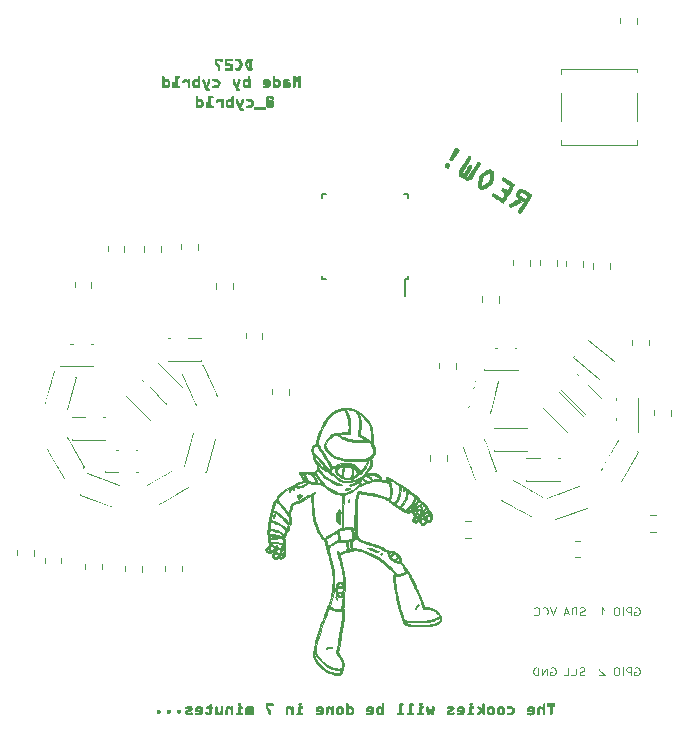
<source format=gbr>
G04 #@! TF.GenerationSoftware,KiCad,Pcbnew,(5.1.2)-1*
G04 #@! TF.CreationDate,2019-06-26T23:30:14+01:00*
G04 #@! TF.ProjectId,Real Raw Avocato cut,5265616c-2052-4617-9720-41766f636174,rev?*
G04 #@! TF.SameCoordinates,Original*
G04 #@! TF.FileFunction,Legend,Bot*
G04 #@! TF.FilePolarity,Positive*
%FSLAX46Y46*%
G04 Gerber Fmt 4.6, Leading zero omitted, Abs format (unit mm)*
G04 Created by KiCad (PCBNEW (5.1.2)-1) date 2019-06-26 23:30:14*
%MOMM*%
%LPD*%
G04 APERTURE LIST*
%ADD10C,0.010000*%
%ADD11C,0.120000*%
%ADD12C,0.150000*%
%ADD13C,0.100000*%
%ADD14C,2.100000*%
%ADD15O,2.100000X2.100000*%
%ADD16R,3.200000X1.400000*%
%ADD17C,1.550000*%
%ADD18R,0.950000X2.000000*%
%ADD19R,2.000000X0.950000*%
G04 APERTURE END LIST*
D10*
G36*
X138209917Y-101856320D02*
G01*
X138261037Y-101880846D01*
X138282236Y-101917882D01*
X138282333Y-101920863D01*
X138262958Y-101952203D01*
X138211991Y-101981799D01*
X138140171Y-102007377D01*
X138058236Y-102026659D01*
X137976925Y-102037370D01*
X137906976Y-102037234D01*
X137859128Y-102023976D01*
X137847592Y-102013000D01*
X137849797Y-101980491D01*
X137881397Y-101939144D01*
X137933536Y-101898263D01*
X137980028Y-101873829D01*
X138059113Y-101851209D01*
X138139176Y-101845907D01*
X138209917Y-101856320D01*
X138209917Y-101856320D01*
G37*
X138209917Y-101856320D02*
X138261037Y-101880846D01*
X138282236Y-101917882D01*
X138282333Y-101920863D01*
X138262958Y-101952203D01*
X138211991Y-101981799D01*
X138140171Y-102007377D01*
X138058236Y-102026659D01*
X137976925Y-102037370D01*
X137906976Y-102037234D01*
X137859128Y-102023976D01*
X137847592Y-102013000D01*
X137849797Y-101980491D01*
X137881397Y-101939144D01*
X137933536Y-101898263D01*
X137980028Y-101873829D01*
X138059113Y-101851209D01*
X138139176Y-101845907D01*
X138209917Y-101856320D01*
G36*
X142854497Y-101972448D02*
G01*
X142870211Y-102018584D01*
X142871549Y-102030209D01*
X142872117Y-102077578D01*
X142855550Y-102096228D01*
X142826393Y-102099000D01*
X142779148Y-102083582D01*
X142762999Y-102054625D01*
X142759491Y-101994690D01*
X142783403Y-101960110D01*
X142819985Y-101955006D01*
X142854497Y-101972448D01*
X142854497Y-101972448D01*
G37*
X142854497Y-101972448D02*
X142870211Y-102018584D01*
X142871549Y-102030209D01*
X142872117Y-102077578D01*
X142855550Y-102096228D01*
X142826393Y-102099000D01*
X142779148Y-102083582D01*
X142762999Y-102054625D01*
X142759491Y-101994690D01*
X142783403Y-101960110D01*
X142819985Y-101955006D01*
X142854497Y-101972448D01*
G36*
X138226293Y-102826525D02*
G01*
X138238152Y-102857472D01*
X138240000Y-102898624D01*
X138230949Y-102967861D01*
X138207774Y-103024890D01*
X138176436Y-103061263D01*
X138142899Y-103068532D01*
X138127111Y-103058556D01*
X138115683Y-103024688D01*
X138113654Y-102968028D01*
X138120306Y-102906891D01*
X138134911Y-102859609D01*
X138169996Y-102826413D01*
X138198411Y-102818667D01*
X138226293Y-102826525D01*
X138226293Y-102826525D01*
G37*
X138226293Y-102826525D02*
X138238152Y-102857472D01*
X138240000Y-102898624D01*
X138230949Y-102967861D01*
X138207774Y-103024890D01*
X138176436Y-103061263D01*
X138142899Y-103068532D01*
X138127111Y-103058556D01*
X138115683Y-103024688D01*
X138113654Y-102968028D01*
X138120306Y-102906891D01*
X138134911Y-102859609D01*
X138169996Y-102826413D01*
X138198411Y-102818667D01*
X138226293Y-102826525D01*
G36*
X131911344Y-104035860D02*
G01*
X131928452Y-104069431D01*
X131928811Y-104131612D01*
X131914168Y-104212936D01*
X131886273Y-104303934D01*
X131846872Y-104395140D01*
X131843942Y-104400875D01*
X131809519Y-104441409D01*
X131771644Y-104445289D01*
X131755944Y-104434389D01*
X131744236Y-104398948D01*
X131743393Y-104336305D01*
X131752881Y-104260030D01*
X131764859Y-104207672D01*
X131790325Y-104145971D01*
X131827163Y-104089758D01*
X131866982Y-104048874D01*
X131901392Y-104033160D01*
X131911344Y-104035860D01*
X131911344Y-104035860D01*
G37*
X131911344Y-104035860D02*
X131928452Y-104069431D01*
X131928811Y-104131612D01*
X131914168Y-104212936D01*
X131886273Y-104303934D01*
X131846872Y-104395140D01*
X131843942Y-104400875D01*
X131809519Y-104441409D01*
X131771644Y-104445289D01*
X131755944Y-104434389D01*
X131744236Y-104398948D01*
X131743393Y-104336305D01*
X131752881Y-104260030D01*
X131764859Y-104207672D01*
X131790325Y-104145971D01*
X131827163Y-104089758D01*
X131866982Y-104048874D01*
X131901392Y-104033160D01*
X131911344Y-104035860D01*
G36*
X133478013Y-101861986D02*
G01*
X133515056Y-101903001D01*
X133546705Y-101953134D01*
X133561960Y-101997473D01*
X133562166Y-102001726D01*
X133545390Y-102026848D01*
X133506856Y-102035546D01*
X133464258Y-102026752D01*
X133441044Y-102009042D01*
X133410806Y-101952785D01*
X133402527Y-101898806D01*
X133415807Y-101858967D01*
X133446573Y-101845000D01*
X133478013Y-101861986D01*
X133478013Y-101861986D01*
G37*
X133478013Y-101861986D02*
X133515056Y-101903001D01*
X133546705Y-101953134D01*
X133561960Y-101997473D01*
X133562166Y-102001726D01*
X133545390Y-102026848D01*
X133506856Y-102035546D01*
X133464258Y-102026752D01*
X133441044Y-102009042D01*
X133410806Y-101952785D01*
X133402527Y-101898806D01*
X133415807Y-101858967D01*
X133446573Y-101845000D01*
X133478013Y-101861986D01*
G36*
X133320644Y-101935089D02*
G01*
X133319500Y-101958939D01*
X133305554Y-102009501D01*
X133289039Y-102056423D01*
X133248942Y-102146078D01*
X133208433Y-102209103D01*
X133171222Y-102241790D01*
X133141020Y-102240431D01*
X133126618Y-102218797D01*
X133127795Y-102184899D01*
X133141995Y-102126093D01*
X133160544Y-102070654D01*
X133192734Y-101996581D01*
X133223849Y-101955075D01*
X133257747Y-101937732D01*
X133300972Y-101931440D01*
X133320644Y-101935089D01*
X133320644Y-101935089D01*
G37*
X133320644Y-101935089D02*
X133319500Y-101958939D01*
X133305554Y-102009501D01*
X133289039Y-102056423D01*
X133248942Y-102146078D01*
X133208433Y-102209103D01*
X133171222Y-102241790D01*
X133141020Y-102240431D01*
X133126618Y-102218797D01*
X133127795Y-102184899D01*
X133141995Y-102126093D01*
X133160544Y-102070654D01*
X133192734Y-101996581D01*
X133223849Y-101955075D01*
X133257747Y-101937732D01*
X133300972Y-101931440D01*
X133320644Y-101935089D01*
G36*
X134098129Y-102409895D02*
G01*
X134150062Y-102445495D01*
X134194548Y-102490013D01*
X134217546Y-102531323D01*
X134218333Y-102538294D01*
X134202392Y-102570642D01*
X134162641Y-102614526D01*
X134111182Y-102659070D01*
X134060122Y-102693402D01*
X134032566Y-102705173D01*
X133984967Y-102731635D01*
X133963030Y-102757602D01*
X133929889Y-102791833D01*
X133894042Y-102791966D01*
X133871347Y-102764019D01*
X133860775Y-102715511D01*
X133858500Y-102682207D01*
X133845651Y-102632040D01*
X133814658Y-102578149D01*
X133813819Y-102577074D01*
X133785375Y-102536370D01*
X133783163Y-102509917D01*
X133803576Y-102482217D01*
X133853036Y-102447862D01*
X133926989Y-102418059D01*
X134007629Y-102399015D01*
X134052787Y-102395334D01*
X134098129Y-102409895D01*
X134098129Y-102409895D01*
G37*
X134098129Y-102409895D02*
X134150062Y-102445495D01*
X134194548Y-102490013D01*
X134217546Y-102531323D01*
X134218333Y-102538294D01*
X134202392Y-102570642D01*
X134162641Y-102614526D01*
X134111182Y-102659070D01*
X134060122Y-102693402D01*
X134032566Y-102705173D01*
X133984967Y-102731635D01*
X133963030Y-102757602D01*
X133929889Y-102791833D01*
X133894042Y-102791966D01*
X133871347Y-102764019D01*
X133860775Y-102715511D01*
X133858500Y-102682207D01*
X133845651Y-102632040D01*
X133814658Y-102578149D01*
X133813819Y-102577074D01*
X133785375Y-102536370D01*
X133783163Y-102509917D01*
X133803576Y-102482217D01*
X133853036Y-102447862D01*
X133926989Y-102418059D01*
X134007629Y-102399015D01*
X134052787Y-102395334D01*
X134098129Y-102409895D01*
G36*
X137398052Y-103693820D02*
G01*
X137427222Y-103721659D01*
X137459268Y-103778831D01*
X137468183Y-103797625D01*
X137496395Y-103861090D01*
X137512384Y-103911642D01*
X137516399Y-103961235D01*
X137508690Y-104021823D01*
X137489509Y-104105358D01*
X137475757Y-104159224D01*
X137457601Y-104236285D01*
X137446249Y-104306363D01*
X137441713Y-104378557D01*
X137444003Y-104461967D01*
X137453132Y-104565691D01*
X137469110Y-104698830D01*
X137476502Y-104755417D01*
X137483482Y-104858673D01*
X137472759Y-104924566D01*
X137445166Y-104952507D01*
X137401535Y-104941906D01*
X137342695Y-104892175D01*
X137319625Y-104866542D01*
X137205446Y-104704993D01*
X137132872Y-104535846D01*
X137101960Y-104359375D01*
X137112768Y-104175852D01*
X137145638Y-104041924D01*
X137198131Y-103896753D01*
X137250806Y-103788144D01*
X137302591Y-103717846D01*
X137352416Y-103687606D01*
X137363449Y-103686500D01*
X137398052Y-103693820D01*
X137398052Y-103693820D01*
G37*
X137398052Y-103693820D02*
X137427222Y-103721659D01*
X137459268Y-103778831D01*
X137468183Y-103797625D01*
X137496395Y-103861090D01*
X137512384Y-103911642D01*
X137516399Y-103961235D01*
X137508690Y-104021823D01*
X137489509Y-104105358D01*
X137475757Y-104159224D01*
X137457601Y-104236285D01*
X137446249Y-104306363D01*
X137441713Y-104378557D01*
X137444003Y-104461967D01*
X137453132Y-104565691D01*
X137469110Y-104698830D01*
X137476502Y-104755417D01*
X137483482Y-104858673D01*
X137472759Y-104924566D01*
X137445166Y-104952507D01*
X137401535Y-104941906D01*
X137342695Y-104892175D01*
X137319625Y-104866542D01*
X137205446Y-104704993D01*
X137132872Y-104535846D01*
X137101960Y-104359375D01*
X137112768Y-104175852D01*
X137145638Y-104041924D01*
X137198131Y-103896753D01*
X137250806Y-103788144D01*
X137302591Y-103717846D01*
X137352416Y-103687606D01*
X137363449Y-103686500D01*
X137398052Y-103693820D01*
G36*
X139882139Y-106910104D02*
G01*
X139947403Y-106921359D01*
X140021777Y-106944068D01*
X140113230Y-106981268D01*
X140229731Y-107035995D01*
X140286572Y-107064197D01*
X140398435Y-107119615D01*
X140480657Y-107157952D01*
X140541030Y-107181898D01*
X140587343Y-107194147D01*
X140627389Y-107197389D01*
X140664615Y-107194820D01*
X140728047Y-107192547D01*
X140751757Y-107204842D01*
X140735945Y-107232190D01*
X140693998Y-107265926D01*
X140610873Y-107308676D01*
X140531523Y-107313236D01*
X140504833Y-107306791D01*
X140465291Y-107290826D01*
X140398046Y-107259844D01*
X140312890Y-107218480D01*
X140229666Y-107176534D01*
X140128177Y-107126029D01*
X140027265Y-107078426D01*
X139940226Y-107039865D01*
X139891172Y-107020250D01*
X139810106Y-106983468D01*
X139770752Y-106947453D01*
X139767298Y-106937690D01*
X139766721Y-106915519D01*
X139782061Y-106905264D01*
X139822502Y-106904719D01*
X139882139Y-106910104D01*
X139882139Y-106910104D01*
G37*
X139882139Y-106910104D02*
X139947403Y-106921359D01*
X140021777Y-106944068D01*
X140113230Y-106981268D01*
X140229731Y-107035995D01*
X140286572Y-107064197D01*
X140398435Y-107119615D01*
X140480657Y-107157952D01*
X140541030Y-107181898D01*
X140587343Y-107194147D01*
X140627389Y-107197389D01*
X140664615Y-107194820D01*
X140728047Y-107192547D01*
X140751757Y-107204842D01*
X140735945Y-107232190D01*
X140693998Y-107265926D01*
X140610873Y-107308676D01*
X140531523Y-107313236D01*
X140504833Y-107306791D01*
X140465291Y-107290826D01*
X140398046Y-107259844D01*
X140312890Y-107218480D01*
X140229666Y-107176534D01*
X140128177Y-107126029D01*
X140027265Y-107078426D01*
X139940226Y-107039865D01*
X139891172Y-107020250D01*
X139810106Y-106983468D01*
X139770752Y-106947453D01*
X139767298Y-106937690D01*
X139766721Y-106915519D01*
X139782061Y-106905264D01*
X139822502Y-106904719D01*
X139882139Y-106910104D01*
G36*
X140980421Y-107399256D02*
G01*
X140989286Y-107428303D01*
X140969755Y-107476725D01*
X140936285Y-107510882D01*
X140898609Y-107513900D01*
X140872321Y-107485917D01*
X140869196Y-107432784D01*
X140900598Y-107398325D01*
X140938085Y-107390667D01*
X140980421Y-107399256D01*
X140980421Y-107399256D01*
G37*
X140980421Y-107399256D02*
X140989286Y-107428303D01*
X140969755Y-107476725D01*
X140936285Y-107510882D01*
X140898609Y-107513900D01*
X140872321Y-107485917D01*
X140869196Y-107432784D01*
X140900598Y-107398325D01*
X140938085Y-107390667D01*
X140980421Y-107399256D01*
G36*
X137108831Y-111049207D02*
G01*
X137141269Y-111094945D01*
X137176371Y-111156723D01*
X137208105Y-111222717D01*
X137230438Y-111281102D01*
X137237340Y-111320055D01*
X137235505Y-111326175D01*
X137211948Y-111346800D01*
X137180541Y-111335189D01*
X137144432Y-111301209D01*
X137103513Y-111244752D01*
X137073530Y-111179643D01*
X137056734Y-111116118D01*
X137055375Y-111064411D01*
X137071705Y-111034757D01*
X137085090Y-111031334D01*
X137108831Y-111049207D01*
X137108831Y-111049207D01*
G37*
X137108831Y-111049207D02*
X137141269Y-111094945D01*
X137176371Y-111156723D01*
X137208105Y-111222717D01*
X137230438Y-111281102D01*
X137237340Y-111320055D01*
X137235505Y-111326175D01*
X137211948Y-111346800D01*
X137180541Y-111335189D01*
X137144432Y-111301209D01*
X137103513Y-111244752D01*
X137073530Y-111179643D01*
X137056734Y-111116118D01*
X137055375Y-111064411D01*
X137071705Y-111034757D01*
X137085090Y-111031334D01*
X137108831Y-111049207D01*
G36*
X144103146Y-111735505D02*
G01*
X144103166Y-111737241D01*
X144090077Y-111773665D01*
X144055528Y-111830240D01*
X144006600Y-111898210D01*
X143950371Y-111968820D01*
X143893919Y-112033314D01*
X143844325Y-112082937D01*
X143808667Y-112108932D01*
X143801111Y-112110834D01*
X143792518Y-112094011D01*
X143797915Y-112063209D01*
X143826338Y-111996088D01*
X143867890Y-111925389D01*
X143917398Y-111856638D01*
X143969687Y-111795360D01*
X144019580Y-111747082D01*
X144061905Y-111717329D01*
X144091485Y-111711628D01*
X144103146Y-111735505D01*
X144103146Y-111735505D01*
G37*
X144103146Y-111735505D02*
X144103166Y-111737241D01*
X144090077Y-111773665D01*
X144055528Y-111830240D01*
X144006600Y-111898210D01*
X143950371Y-111968820D01*
X143893919Y-112033314D01*
X143844325Y-112082937D01*
X143808667Y-112108932D01*
X143801111Y-112110834D01*
X143792518Y-112094011D01*
X143797915Y-112063209D01*
X143826338Y-111996088D01*
X143867890Y-111925389D01*
X143917398Y-111856638D01*
X143969687Y-111795360D01*
X144019580Y-111747082D01*
X144061905Y-111717329D01*
X144091485Y-111711628D01*
X144103146Y-111735505D01*
G36*
X136677458Y-115332054D02*
G01*
X136730631Y-115347211D01*
X136745983Y-115362946D01*
X136751868Y-115397963D01*
X136730455Y-115414747D01*
X136675439Y-115417175D01*
X136659288Y-115416241D01*
X136595921Y-115416960D01*
X136509621Y-115427032D01*
X136393673Y-115447395D01*
X136301100Y-115466198D01*
X136259477Y-115468099D01*
X136242892Y-115461837D01*
X136230730Y-115430773D01*
X136229166Y-115412964D01*
X136240631Y-115390543D01*
X136279664Y-115372252D01*
X136353225Y-115354993D01*
X136363898Y-115352992D01*
X136487499Y-115334773D01*
X136594217Y-115327851D01*
X136677458Y-115332054D01*
X136677458Y-115332054D01*
G37*
X136677458Y-115332054D02*
X136730631Y-115347211D01*
X136745983Y-115362946D01*
X136751868Y-115397963D01*
X136730455Y-115414747D01*
X136675439Y-115417175D01*
X136659288Y-115416241D01*
X136595921Y-115416960D01*
X136509621Y-115427032D01*
X136393673Y-115447395D01*
X136301100Y-115466198D01*
X136259477Y-115468099D01*
X136242892Y-115461837D01*
X136230730Y-115430773D01*
X136229166Y-115412964D01*
X136240631Y-115390543D01*
X136279664Y-115372252D01*
X136353225Y-115354993D01*
X136363898Y-115352992D01*
X136487499Y-115334773D01*
X136594217Y-115327851D01*
X136677458Y-115332054D01*
G36*
X129829248Y-65527360D02*
G01*
X129912336Y-65531131D01*
X129961809Y-65536814D01*
X129986370Y-65547504D01*
X129994722Y-65566294D01*
X129995583Y-65586500D01*
X129986276Y-65627208D01*
X129950291Y-65644277D01*
X129937375Y-65646114D01*
X129879166Y-65652812D01*
X129879166Y-66324522D01*
X129937375Y-66331219D01*
X129980975Y-66344697D01*
X129995196Y-66379046D01*
X129995583Y-66390834D01*
X129993595Y-66417141D01*
X129981880Y-66433211D01*
X129951806Y-66442000D01*
X129894746Y-66446464D01*
X129826250Y-66448835D01*
X129741362Y-66448567D01*
X129669680Y-66443257D01*
X129624359Y-66433998D01*
X129619467Y-66431681D01*
X129586616Y-66397262D01*
X129545953Y-66333722D01*
X129502754Y-66252203D01*
X129462293Y-66163844D01*
X129429847Y-66079784D01*
X129410689Y-66011164D01*
X129407956Y-65986577D01*
X129530656Y-65986577D01*
X129590241Y-66109330D01*
X129642629Y-66213012D01*
X129682347Y-66281206D01*
X129711984Y-66317908D01*
X129731487Y-66327334D01*
X129739432Y-66306892D01*
X129745675Y-66248423D01*
X129749957Y-66156206D01*
X129752018Y-66034520D01*
X129752166Y-65986903D01*
X129751418Y-65854132D01*
X129748930Y-65759073D01*
X129744337Y-65697130D01*
X129737271Y-65663705D01*
X129727368Y-65654199D01*
X129725708Y-65654523D01*
X129704470Y-65675922D01*
X129670682Y-65726037D01*
X129630406Y-65795563D01*
X129614953Y-65824575D01*
X129530656Y-65986577D01*
X129407956Y-65986577D01*
X129407727Y-65984525D01*
X129418261Y-65919579D01*
X129446014Y-65835588D01*
X129485214Y-65744767D01*
X129530089Y-65659334D01*
X129574867Y-65591503D01*
X129610438Y-65555519D01*
X129652960Y-65536637D01*
X129713778Y-65527427D01*
X129803436Y-65526532D01*
X129829248Y-65527360D01*
X129829248Y-65527360D01*
G37*
X129829248Y-65527360D02*
X129912336Y-65531131D01*
X129961809Y-65536814D01*
X129986370Y-65547504D01*
X129994722Y-65566294D01*
X129995583Y-65586500D01*
X129986276Y-65627208D01*
X129950291Y-65644277D01*
X129937375Y-65646114D01*
X129879166Y-65652812D01*
X129879166Y-66324522D01*
X129937375Y-66331219D01*
X129980975Y-66344697D01*
X129995196Y-66379046D01*
X129995583Y-66390834D01*
X129993595Y-66417141D01*
X129981880Y-66433211D01*
X129951806Y-66442000D01*
X129894746Y-66446464D01*
X129826250Y-66448835D01*
X129741362Y-66448567D01*
X129669680Y-66443257D01*
X129624359Y-66433998D01*
X129619467Y-66431681D01*
X129586616Y-66397262D01*
X129545953Y-66333722D01*
X129502754Y-66252203D01*
X129462293Y-66163844D01*
X129429847Y-66079784D01*
X129410689Y-66011164D01*
X129407956Y-65986577D01*
X129530656Y-65986577D01*
X129590241Y-66109330D01*
X129642629Y-66213012D01*
X129682347Y-66281206D01*
X129711984Y-66317908D01*
X129731487Y-66327334D01*
X129739432Y-66306892D01*
X129745675Y-66248423D01*
X129749957Y-66156206D01*
X129752018Y-66034520D01*
X129752166Y-65986903D01*
X129751418Y-65854132D01*
X129748930Y-65759073D01*
X129744337Y-65697130D01*
X129737271Y-65663705D01*
X129727368Y-65654199D01*
X129725708Y-65654523D01*
X129704470Y-65675922D01*
X129670682Y-65726037D01*
X129630406Y-65795563D01*
X129614953Y-65824575D01*
X129530656Y-65986577D01*
X129407956Y-65986577D01*
X129407727Y-65984525D01*
X129418261Y-65919579D01*
X129446014Y-65835588D01*
X129485214Y-65744767D01*
X129530089Y-65659334D01*
X129574867Y-65591503D01*
X129610438Y-65555519D01*
X129652960Y-65536637D01*
X129713778Y-65527427D01*
X129803436Y-65526532D01*
X129829248Y-65527360D01*
G36*
X128875356Y-65531947D02*
G01*
X128920143Y-65540950D01*
X128923671Y-65542564D01*
X128957229Y-65575539D01*
X128999063Y-65637610D01*
X129043739Y-65717820D01*
X129085822Y-65805214D01*
X129119877Y-65888837D01*
X129140470Y-65957731D01*
X129144106Y-65986952D01*
X129133229Y-66047764D01*
X129104661Y-66130312D01*
X129064496Y-66221732D01*
X129018827Y-66309160D01*
X128973748Y-66379732D01*
X128940489Y-66416821D01*
X128896015Y-66436626D01*
X128828103Y-66449748D01*
X128748704Y-66456010D01*
X128669770Y-66455232D01*
X128603253Y-66447237D01*
X128561106Y-66431848D01*
X128553321Y-66422584D01*
X128545462Y-66378208D01*
X128565548Y-66348812D01*
X128618223Y-66331421D01*
X128708133Y-66323056D01*
X128708663Y-66323033D01*
X128852583Y-66316750D01*
X128937250Y-66152709D01*
X129021916Y-65988667D01*
X128937250Y-65824625D01*
X128852583Y-65660584D01*
X128704416Y-65650000D01*
X128626971Y-65643525D01*
X128582619Y-65635339D01*
X128562179Y-65621508D01*
X128556468Y-65598097D01*
X128556250Y-65586500D01*
X128558376Y-65559825D01*
X128570599Y-65543609D01*
X128601690Y-65534688D01*
X128660416Y-65529897D01*
X128720028Y-65527406D01*
X128804078Y-65527092D01*
X128875356Y-65531947D01*
X128875356Y-65531947D01*
G37*
X128875356Y-65531947D02*
X128920143Y-65540950D01*
X128923671Y-65542564D01*
X128957229Y-65575539D01*
X128999063Y-65637610D01*
X129043739Y-65717820D01*
X129085822Y-65805214D01*
X129119877Y-65888837D01*
X129140470Y-65957731D01*
X129144106Y-65986952D01*
X129133229Y-66047764D01*
X129104661Y-66130312D01*
X129064496Y-66221732D01*
X129018827Y-66309160D01*
X128973748Y-66379732D01*
X128940489Y-66416821D01*
X128896015Y-66436626D01*
X128828103Y-66449748D01*
X128748704Y-66456010D01*
X128669770Y-66455232D01*
X128603253Y-66447237D01*
X128561106Y-66431848D01*
X128553321Y-66422584D01*
X128545462Y-66378208D01*
X128565548Y-66348812D01*
X128618223Y-66331421D01*
X128708133Y-66323056D01*
X128708663Y-66323033D01*
X128852583Y-66316750D01*
X128937250Y-66152709D01*
X129021916Y-65988667D01*
X128937250Y-65824625D01*
X128852583Y-65660584D01*
X128704416Y-65650000D01*
X128626971Y-65643525D01*
X128582619Y-65635339D01*
X128562179Y-65621508D01*
X128556468Y-65598097D01*
X128556250Y-65586500D01*
X128558376Y-65559825D01*
X128570599Y-65543609D01*
X128601690Y-65534688D01*
X128660416Y-65529897D01*
X128720028Y-65527406D01*
X128804078Y-65527092D01*
X128875356Y-65531947D01*
G36*
X128140920Y-65523496D02*
G01*
X128214259Y-65525751D01*
X128259991Y-65530915D01*
X128285479Y-65540141D01*
X128298084Y-65554578D01*
X128302189Y-65565144D01*
X128307467Y-65609177D01*
X128302367Y-65628644D01*
X128276414Y-65637766D01*
X128216192Y-65644804D01*
X128129741Y-65649057D01*
X128057584Y-65650000D01*
X127826000Y-65650000D01*
X127826000Y-65925167D01*
X128035074Y-65925167D01*
X128136655Y-65926542D01*
X128204218Y-65931474D01*
X128246016Y-65941174D01*
X128270300Y-65956851D01*
X128273199Y-65960101D01*
X128289702Y-66002600D01*
X128301561Y-66085323D01*
X128308898Y-66209162D01*
X128309414Y-66224684D01*
X128316578Y-66454334D01*
X128017708Y-66454334D01*
X127896032Y-66453608D01*
X127810451Y-66451008D01*
X127754745Y-66445899D01*
X127722694Y-66437645D01*
X127708076Y-66425613D01*
X127706654Y-66422584D01*
X127696961Y-66383365D01*
X127706767Y-66356394D01*
X127741379Y-66339519D01*
X127806101Y-66330592D01*
X127906240Y-66327463D01*
X127941752Y-66327334D01*
X128164666Y-66327334D01*
X128164666Y-66052167D01*
X127966863Y-66052167D01*
X127856483Y-66050244D01*
X127781511Y-66039914D01*
X127735111Y-66014331D01*
X127710449Y-65966651D01*
X127700691Y-65890029D01*
X127699000Y-65783906D01*
X127700138Y-65685828D01*
X127707657Y-65616043D01*
X127727714Y-65569736D01*
X127766463Y-65542092D01*
X127830062Y-65528297D01*
X127924665Y-65523538D01*
X128032615Y-65523000D01*
X128140920Y-65523496D01*
X128140920Y-65523496D01*
G37*
X128140920Y-65523496D02*
X128214259Y-65525751D01*
X128259991Y-65530915D01*
X128285479Y-65540141D01*
X128298084Y-65554578D01*
X128302189Y-65565144D01*
X128307467Y-65609177D01*
X128302367Y-65628644D01*
X128276414Y-65637766D01*
X128216192Y-65644804D01*
X128129741Y-65649057D01*
X128057584Y-65650000D01*
X127826000Y-65650000D01*
X127826000Y-65925167D01*
X128035074Y-65925167D01*
X128136655Y-65926542D01*
X128204218Y-65931474D01*
X128246016Y-65941174D01*
X128270300Y-65956851D01*
X128273199Y-65960101D01*
X128289702Y-66002600D01*
X128301561Y-66085323D01*
X128308898Y-66209162D01*
X128309414Y-66224684D01*
X128316578Y-66454334D01*
X128017708Y-66454334D01*
X127896032Y-66453608D01*
X127810451Y-66451008D01*
X127754745Y-66445899D01*
X127722694Y-66437645D01*
X127708076Y-66425613D01*
X127706654Y-66422584D01*
X127696961Y-66383365D01*
X127706767Y-66356394D01*
X127741379Y-66339519D01*
X127806101Y-66330592D01*
X127906240Y-66327463D01*
X127941752Y-66327334D01*
X128164666Y-66327334D01*
X128164666Y-66052167D01*
X127966863Y-66052167D01*
X127856483Y-66050244D01*
X127781511Y-66039914D01*
X127735111Y-66014331D01*
X127710449Y-65966651D01*
X127700691Y-65890029D01*
X127699000Y-65783906D01*
X127700138Y-65685828D01*
X127707657Y-65616043D01*
X127727714Y-65569736D01*
X127766463Y-65542092D01*
X127830062Y-65528297D01*
X127924665Y-65523538D01*
X128032615Y-65523000D01*
X128140920Y-65523496D01*
G36*
X127143375Y-65527695D02*
G01*
X127434416Y-65533584D01*
X127440825Y-65610265D01*
X127438438Y-65670263D01*
X127416832Y-65698521D01*
X127414367Y-65699559D01*
X127370401Y-65704007D01*
X127331929Y-65690563D01*
X127318000Y-65668902D01*
X127298508Y-65660125D01*
X127246711Y-65653515D01*
X127172623Y-65650190D01*
X127148666Y-65650000D01*
X126979333Y-65650000D01*
X126979333Y-65750768D01*
X126981269Y-65805109D01*
X126991979Y-65843807D01*
X127018815Y-65879052D01*
X127069130Y-65923037D01*
X127096471Y-65945006D01*
X127213609Y-66038477D01*
X127207596Y-66241114D01*
X127204064Y-66335385D01*
X127198975Y-66395384D01*
X127190427Y-66429169D01*
X127176523Y-66444800D01*
X127158378Y-66449935D01*
X127116319Y-66448519D01*
X127100170Y-66441115D01*
X127092704Y-66413876D01*
X127087245Y-66356424D01*
X127084915Y-66280870D01*
X127084899Y-66276181D01*
X127084632Y-66126250D01*
X126968482Y-66024384D01*
X126852333Y-65922519D01*
X126852333Y-65521806D01*
X127143375Y-65527695D01*
X127143375Y-65527695D01*
G37*
X127143375Y-65527695D02*
X127434416Y-65533584D01*
X127440825Y-65610265D01*
X127438438Y-65670263D01*
X127416832Y-65698521D01*
X127414367Y-65699559D01*
X127370401Y-65704007D01*
X127331929Y-65690563D01*
X127318000Y-65668902D01*
X127298508Y-65660125D01*
X127246711Y-65653515D01*
X127172623Y-65650190D01*
X127148666Y-65650000D01*
X126979333Y-65650000D01*
X126979333Y-65750768D01*
X126981269Y-65805109D01*
X126991979Y-65843807D01*
X127018815Y-65879052D01*
X127069130Y-65923037D01*
X127096471Y-65945006D01*
X127213609Y-66038477D01*
X127207596Y-66241114D01*
X127204064Y-66335385D01*
X127198975Y-66395384D01*
X127190427Y-66429169D01*
X127176523Y-66444800D01*
X127158378Y-66449935D01*
X127116319Y-66448519D01*
X127100170Y-66441115D01*
X127092704Y-66413876D01*
X127087245Y-66356424D01*
X127084915Y-66280870D01*
X127084899Y-66276181D01*
X127084632Y-66126250D01*
X126968482Y-66024384D01*
X126852333Y-65922519D01*
X126852333Y-65521806D01*
X127143375Y-65527695D01*
G36*
X133588086Y-66987671D02*
G01*
X133625614Y-67006129D01*
X133663990Y-67047792D01*
X133686893Y-67078750D01*
X133725585Y-67130948D01*
X133753541Y-67165545D01*
X133762621Y-67174000D01*
X133776991Y-67157719D01*
X133806083Y-67115879D01*
X133830098Y-67078788D01*
X133868357Y-67022822D01*
X133900839Y-66994536D01*
X133942303Y-66984591D01*
X133980621Y-66983538D01*
X134070992Y-66983500D01*
X134065287Y-67443875D01*
X134059583Y-67904250D01*
X133932583Y-67904250D01*
X133926756Y-67558117D01*
X133924425Y-67430441D01*
X133921915Y-67339961D01*
X133918478Y-67281547D01*
X133913367Y-67250066D01*
X133905833Y-67240385D01*
X133895129Y-67247373D01*
X133883580Y-67261784D01*
X133846144Y-67320561D01*
X133820410Y-67371237D01*
X133785565Y-67417133D01*
X133744129Y-67425629D01*
X133706226Y-67398219D01*
X133685210Y-67351287D01*
X133663468Y-67296153D01*
X133636334Y-67258737D01*
X133623896Y-67252644D01*
X133615150Y-67262127D01*
X133609467Y-67292745D01*
X133606219Y-67350055D01*
X133604776Y-67439614D01*
X133604500Y-67540094D01*
X133603648Y-67652238D01*
X133601307Y-67750913D01*
X133597799Y-67827572D01*
X133593445Y-67873668D01*
X133591652Y-67881352D01*
X133563131Y-67906100D01*
X133516864Y-67915215D01*
X133475709Y-67905046D01*
X133470444Y-67900722D01*
X133466271Y-67876268D01*
X133462587Y-67815875D01*
X133459587Y-67725936D01*
X133457464Y-67612845D01*
X133456412Y-67482995D01*
X133456333Y-67435056D01*
X133456333Y-66983500D01*
X133537411Y-66983500D01*
X133588086Y-66987671D01*
X133588086Y-66987671D01*
G37*
X133588086Y-66987671D02*
X133625614Y-67006129D01*
X133663990Y-67047792D01*
X133686893Y-67078750D01*
X133725585Y-67130948D01*
X133753541Y-67165545D01*
X133762621Y-67174000D01*
X133776991Y-67157719D01*
X133806083Y-67115879D01*
X133830098Y-67078788D01*
X133868357Y-67022822D01*
X133900839Y-66994536D01*
X133942303Y-66984591D01*
X133980621Y-66983538D01*
X134070992Y-66983500D01*
X134065287Y-67443875D01*
X134059583Y-67904250D01*
X133932583Y-67904250D01*
X133926756Y-67558117D01*
X133924425Y-67430441D01*
X133921915Y-67339961D01*
X133918478Y-67281547D01*
X133913367Y-67250066D01*
X133905833Y-67240385D01*
X133895129Y-67247373D01*
X133883580Y-67261784D01*
X133846144Y-67320561D01*
X133820410Y-67371237D01*
X133785565Y-67417133D01*
X133744129Y-67425629D01*
X133706226Y-67398219D01*
X133685210Y-67351287D01*
X133663468Y-67296153D01*
X133636334Y-67258737D01*
X133623896Y-67252644D01*
X133615150Y-67262127D01*
X133609467Y-67292745D01*
X133606219Y-67350055D01*
X133604776Y-67439614D01*
X133604500Y-67540094D01*
X133603648Y-67652238D01*
X133601307Y-67750913D01*
X133597799Y-67827572D01*
X133593445Y-67873668D01*
X133591652Y-67881352D01*
X133563131Y-67906100D01*
X133516864Y-67915215D01*
X133475709Y-67905046D01*
X133470444Y-67900722D01*
X133466271Y-67876268D01*
X133462587Y-67815875D01*
X133459587Y-67725936D01*
X133457464Y-67612845D01*
X133456412Y-67482995D01*
X133456333Y-67435056D01*
X133456333Y-66983500D01*
X133537411Y-66983500D01*
X133588086Y-66987671D01*
G36*
X132919351Y-67241518D02*
G01*
X132996289Y-67250863D01*
X133055721Y-67266391D01*
X133083223Y-67284543D01*
X133093643Y-67324459D01*
X133066910Y-67354179D01*
X133001465Y-67374614D01*
X132910279Y-67385667D01*
X132833989Y-67392794D01*
X132790269Y-67402420D01*
X132769378Y-67418362D01*
X132761652Y-67443875D01*
X132760523Y-67467571D01*
X132770980Y-67481731D01*
X132801313Y-67488805D01*
X132859812Y-67491242D01*
X132922839Y-67491500D01*
X133014656Y-67493588D01*
X133076251Y-67501415D01*
X133119602Y-67517332D01*
X133146562Y-67535370D01*
X133179026Y-67566505D01*
X133195814Y-67603644D01*
X133201831Y-67661355D01*
X133202333Y-67701013D01*
X133195702Y-67792215D01*
X133171729Y-67854093D01*
X133124297Y-67891748D01*
X133047285Y-67910282D01*
X132945910Y-67914834D01*
X132856276Y-67911373D01*
X132791379Y-67901846D01*
X132762066Y-67889434D01*
X132741092Y-67874707D01*
X132736666Y-67889434D01*
X132718231Y-67907391D01*
X132673429Y-67914833D01*
X132673166Y-67914834D01*
X132609666Y-67914834D01*
X132609666Y-67675354D01*
X132761830Y-67675354D01*
X132774319Y-67721498D01*
X132820627Y-67757310D01*
X132892692Y-67778641D01*
X132969500Y-67782222D01*
X133029029Y-67776391D01*
X133058379Y-67762356D01*
X133069692Y-67732982D01*
X133071111Y-67722522D01*
X133065925Y-67669243D01*
X133032566Y-67636707D01*
X132966804Y-67622557D01*
X132891910Y-67622682D01*
X132821546Y-67628215D01*
X132783096Y-67638315D01*
X132766141Y-67657202D01*
X132761830Y-67675354D01*
X132609666Y-67675354D01*
X132609666Y-67670737D01*
X132613433Y-67524633D01*
X132625612Y-67415076D01*
X132647518Y-67336879D01*
X132680470Y-67284853D01*
X132714036Y-67259450D01*
X132765171Y-67244924D01*
X132837961Y-67239243D01*
X132919351Y-67241518D01*
X132919351Y-67241518D01*
G37*
X132919351Y-67241518D02*
X132996289Y-67250863D01*
X133055721Y-67266391D01*
X133083223Y-67284543D01*
X133093643Y-67324459D01*
X133066910Y-67354179D01*
X133001465Y-67374614D01*
X132910279Y-67385667D01*
X132833989Y-67392794D01*
X132790269Y-67402420D01*
X132769378Y-67418362D01*
X132761652Y-67443875D01*
X132760523Y-67467571D01*
X132770980Y-67481731D01*
X132801313Y-67488805D01*
X132859812Y-67491242D01*
X132922839Y-67491500D01*
X133014656Y-67493588D01*
X133076251Y-67501415D01*
X133119602Y-67517332D01*
X133146562Y-67535370D01*
X133179026Y-67566505D01*
X133195814Y-67603644D01*
X133201831Y-67661355D01*
X133202333Y-67701013D01*
X133195702Y-67792215D01*
X133171729Y-67854093D01*
X133124297Y-67891748D01*
X133047285Y-67910282D01*
X132945910Y-67914834D01*
X132856276Y-67911373D01*
X132791379Y-67901846D01*
X132762066Y-67889434D01*
X132741092Y-67874707D01*
X132736666Y-67889434D01*
X132718231Y-67907391D01*
X132673429Y-67914833D01*
X132673166Y-67914834D01*
X132609666Y-67914834D01*
X132609666Y-67675354D01*
X132761830Y-67675354D01*
X132774319Y-67721498D01*
X132820627Y-67757310D01*
X132892692Y-67778641D01*
X132969500Y-67782222D01*
X133029029Y-67776391D01*
X133058379Y-67762356D01*
X133069692Y-67732982D01*
X133071111Y-67722522D01*
X133065925Y-67669243D01*
X133032566Y-67636707D01*
X132966804Y-67622557D01*
X132891910Y-67622682D01*
X132821546Y-67628215D01*
X132783096Y-67638315D01*
X132766141Y-67657202D01*
X132761830Y-67675354D01*
X132609666Y-67675354D01*
X132609666Y-67670737D01*
X132613433Y-67524633D01*
X132625612Y-67415076D01*
X132647518Y-67336879D01*
X132680470Y-67284853D01*
X132714036Y-67259450D01*
X132765171Y-67244924D01*
X132837961Y-67239243D01*
X132919351Y-67241518D01*
G36*
X131847856Y-66994144D02*
G01*
X131870325Y-67006476D01*
X131883102Y-67032196D01*
X131888790Y-67081222D01*
X131890000Y-67154748D01*
X131890000Y-67301976D01*
X131943169Y-67267138D01*
X131994533Y-67245353D01*
X132065012Y-67239473D01*
X132116058Y-67242228D01*
X132191771Y-67252236D01*
X132242375Y-67271580D01*
X132285047Y-67307623D01*
X132295722Y-67319245D01*
X132323697Y-67353106D01*
X132341274Y-67385835D01*
X132350859Y-67428220D01*
X132354854Y-67491054D01*
X132355666Y-67585126D01*
X132355666Y-67588277D01*
X132355167Y-67682213D01*
X132351880Y-67744205D01*
X132343125Y-67784641D01*
X132326219Y-67813909D01*
X132298481Y-67842398D01*
X132287449Y-67852527D01*
X132241265Y-67889165D01*
X132195054Y-67907904D01*
X132131400Y-67914397D01*
X132095557Y-67914834D01*
X132020833Y-67911300D01*
X131958903Y-67902195D01*
X131932226Y-67893610D01*
X131891972Y-67883900D01*
X131879452Y-67893610D01*
X131850245Y-67910039D01*
X131814667Y-67914834D01*
X131763000Y-67914834D01*
X131763000Y-67597435D01*
X131886244Y-67597435D01*
X131912328Y-67675945D01*
X131958600Y-67729056D01*
X132036730Y-67775246D01*
X132111594Y-67783822D01*
X132176717Y-67754316D01*
X132186333Y-67745500D01*
X132214504Y-67693260D01*
X132228863Y-67617570D01*
X132229031Y-67535127D01*
X132214628Y-67462627D01*
X132193636Y-67424375D01*
X132137171Y-67390735D01*
X132065294Y-67386762D01*
X131991754Y-67411434D01*
X131949366Y-67442544D01*
X131898489Y-67516504D01*
X131886244Y-67597435D01*
X131763000Y-67597435D01*
X131763000Y-67460999D01*
X131763990Y-67301387D01*
X131766863Y-67171643D01*
X131771472Y-67074973D01*
X131777671Y-67014579D01*
X131784356Y-66993966D01*
X131820307Y-66988912D01*
X131847856Y-66994144D01*
X131847856Y-66994144D01*
G37*
X131847856Y-66994144D02*
X131870325Y-67006476D01*
X131883102Y-67032196D01*
X131888790Y-67081222D01*
X131890000Y-67154748D01*
X131890000Y-67301976D01*
X131943169Y-67267138D01*
X131994533Y-67245353D01*
X132065012Y-67239473D01*
X132116058Y-67242228D01*
X132191771Y-67252236D01*
X132242375Y-67271580D01*
X132285047Y-67307623D01*
X132295722Y-67319245D01*
X132323697Y-67353106D01*
X132341274Y-67385835D01*
X132350859Y-67428220D01*
X132354854Y-67491054D01*
X132355666Y-67585126D01*
X132355666Y-67588277D01*
X132355167Y-67682213D01*
X132351880Y-67744205D01*
X132343125Y-67784641D01*
X132326219Y-67813909D01*
X132298481Y-67842398D01*
X132287449Y-67852527D01*
X132241265Y-67889165D01*
X132195054Y-67907904D01*
X132131400Y-67914397D01*
X132095557Y-67914834D01*
X132020833Y-67911300D01*
X131958903Y-67902195D01*
X131932226Y-67893610D01*
X131891972Y-67883900D01*
X131879452Y-67893610D01*
X131850245Y-67910039D01*
X131814667Y-67914834D01*
X131763000Y-67914834D01*
X131763000Y-67597435D01*
X131886244Y-67597435D01*
X131912328Y-67675945D01*
X131958600Y-67729056D01*
X132036730Y-67775246D01*
X132111594Y-67783822D01*
X132176717Y-67754316D01*
X132186333Y-67745500D01*
X132214504Y-67693260D01*
X132228863Y-67617570D01*
X132229031Y-67535127D01*
X132214628Y-67462627D01*
X132193636Y-67424375D01*
X132137171Y-67390735D01*
X132065294Y-67386762D01*
X131991754Y-67411434D01*
X131949366Y-67442544D01*
X131898489Y-67516504D01*
X131886244Y-67597435D01*
X131763000Y-67597435D01*
X131763000Y-67460999D01*
X131763990Y-67301387D01*
X131766863Y-67171643D01*
X131771472Y-67074973D01*
X131777671Y-67014579D01*
X131784356Y-66993966D01*
X131820307Y-66988912D01*
X131847856Y-66994144D01*
G36*
X131194301Y-67237640D02*
G01*
X131317199Y-67250377D01*
X131408973Y-67289295D01*
X131472889Y-67355888D01*
X131480364Y-67368517D01*
X131494268Y-67415514D01*
X131504047Y-67492715D01*
X131508210Y-67588072D01*
X131508249Y-67594158D01*
X131507854Y-67681413D01*
X131503463Y-67738384D01*
X131491628Y-67777119D01*
X131468900Y-67809665D01*
X131437033Y-67842867D01*
X131365066Y-67914834D01*
X131140035Y-67914834D01*
X131035819Y-67913703D01*
X130966820Y-67909675D01*
X130925966Y-67901795D01*
X130906185Y-67889109D01*
X130902717Y-67882814D01*
X130898884Y-67840790D01*
X130926966Y-67811858D01*
X130989916Y-67794708D01*
X131090686Y-67788029D01*
X131116727Y-67787834D01*
X131208465Y-67786052D01*
X131267911Y-67779481D01*
X131305006Y-67766281D01*
X131325802Y-67749125D01*
X131352738Y-67714211D01*
X131360833Y-67696208D01*
X131341177Y-67690189D01*
X131288244Y-67685434D01*
X131211083Y-67682563D01*
X131153400Y-67682000D01*
X131040464Y-67679211D01*
X130962227Y-67671100D01*
X130922221Y-67658053D01*
X130920566Y-67656600D01*
X130906262Y-67622248D01*
X130897049Y-67561628D01*
X130895166Y-67516527D01*
X130896489Y-67485150D01*
X131043333Y-67485150D01*
X131045872Y-67509937D01*
X131059415Y-67524470D01*
X131092855Y-67531476D01*
X131155081Y-67533680D01*
X131202083Y-67533834D01*
X131282911Y-67533055D01*
X131330301Y-67528901D01*
X131353144Y-67518647D01*
X131360331Y-67499564D01*
X131360833Y-67485150D01*
X131349469Y-67431896D01*
X131311577Y-67400305D01*
X131241452Y-67386804D01*
X131202083Y-67385667D01*
X131117103Y-67392788D01*
X131066692Y-67416534D01*
X131045147Y-67460479D01*
X131043333Y-67485150D01*
X130896489Y-67485150D01*
X130898146Y-67445892D01*
X130912474Y-67397463D01*
X130946230Y-67351883D01*
X130977343Y-67319677D01*
X131025252Y-67274595D01*
X131065083Y-67250001D01*
X131113123Y-67239734D01*
X131185657Y-67237638D01*
X131194301Y-67237640D01*
X131194301Y-67237640D01*
G37*
X131194301Y-67237640D02*
X131317199Y-67250377D01*
X131408973Y-67289295D01*
X131472889Y-67355888D01*
X131480364Y-67368517D01*
X131494268Y-67415514D01*
X131504047Y-67492715D01*
X131508210Y-67588072D01*
X131508249Y-67594158D01*
X131507854Y-67681413D01*
X131503463Y-67738384D01*
X131491628Y-67777119D01*
X131468900Y-67809665D01*
X131437033Y-67842867D01*
X131365066Y-67914834D01*
X131140035Y-67914834D01*
X131035819Y-67913703D01*
X130966820Y-67909675D01*
X130925966Y-67901795D01*
X130906185Y-67889109D01*
X130902717Y-67882814D01*
X130898884Y-67840790D01*
X130926966Y-67811858D01*
X130989916Y-67794708D01*
X131090686Y-67788029D01*
X131116727Y-67787834D01*
X131208465Y-67786052D01*
X131267911Y-67779481D01*
X131305006Y-67766281D01*
X131325802Y-67749125D01*
X131352738Y-67714211D01*
X131360833Y-67696208D01*
X131341177Y-67690189D01*
X131288244Y-67685434D01*
X131211083Y-67682563D01*
X131153400Y-67682000D01*
X131040464Y-67679211D01*
X130962227Y-67671100D01*
X130922221Y-67658053D01*
X130920566Y-67656600D01*
X130906262Y-67622248D01*
X130897049Y-67561628D01*
X130895166Y-67516527D01*
X130896489Y-67485150D01*
X131043333Y-67485150D01*
X131045872Y-67509937D01*
X131059415Y-67524470D01*
X131092855Y-67531476D01*
X131155081Y-67533680D01*
X131202083Y-67533834D01*
X131282911Y-67533055D01*
X131330301Y-67528901D01*
X131353144Y-67518647D01*
X131360331Y-67499564D01*
X131360833Y-67485150D01*
X131349469Y-67431896D01*
X131311577Y-67400305D01*
X131241452Y-67386804D01*
X131202083Y-67385667D01*
X131117103Y-67392788D01*
X131066692Y-67416534D01*
X131045147Y-67460479D01*
X131043333Y-67485150D01*
X130896489Y-67485150D01*
X130898146Y-67445892D01*
X130912474Y-67397463D01*
X130946230Y-67351883D01*
X130977343Y-67319677D01*
X131025252Y-67274595D01*
X131065083Y-67250001D01*
X131113123Y-67239734D01*
X131185657Y-67237638D01*
X131194301Y-67237640D01*
G36*
X129789621Y-67454459D02*
G01*
X129795325Y-67914834D01*
X129733176Y-67914834D01*
X129685657Y-67906771D01*
X129661326Y-67888375D01*
X129647192Y-67872531D01*
X129623579Y-67888375D01*
X129586564Y-67903359D01*
X129520357Y-67912748D01*
X129464421Y-67914834D01*
X129387061Y-67912319D01*
X129335867Y-67901443D01*
X129294804Y-67877201D01*
X129267571Y-67853425D01*
X129237312Y-67823530D01*
X129218140Y-67795470D01*
X129207525Y-67758984D01*
X129202940Y-67703814D01*
X129201854Y-67619699D01*
X129201853Y-67617718D01*
X129327616Y-67617718D01*
X129338109Y-67692313D01*
X129360793Y-67745451D01*
X129363863Y-67749125D01*
X129420811Y-67783512D01*
X129491189Y-67783445D01*
X129565390Y-67749986D01*
X129598708Y-67723163D01*
X129654721Y-67648185D01*
X129671356Y-67569539D01*
X129648527Y-67493880D01*
X129602375Y-67440465D01*
X129527664Y-67397789D01*
X129450236Y-67387050D01*
X129382282Y-67409275D01*
X129367541Y-67420697D01*
X129342506Y-67466361D01*
X129329140Y-67537218D01*
X129327616Y-67617718D01*
X129201853Y-67617718D01*
X129201833Y-67586725D01*
X129202293Y-67491945D01*
X129205508Y-67428898D01*
X129214229Y-67386983D01*
X129231209Y-67355601D01*
X129259197Y-67324149D01*
X129273800Y-67309467D01*
X129322292Y-67266217D01*
X129367222Y-67244827D01*
X129427712Y-67237888D01*
X129459590Y-67237500D01*
X129542991Y-67244266D01*
X129606391Y-67262333D01*
X129619518Y-67269793D01*
X129643290Y-67284827D01*
X129657483Y-67283722D01*
X129665172Y-67259332D01*
X129669428Y-67204511D01*
X129671853Y-67148085D01*
X129675858Y-67068799D01*
X129682181Y-67022794D01*
X129694294Y-67001033D01*
X129715666Y-66994481D01*
X129731000Y-66994084D01*
X129783916Y-66994084D01*
X129789621Y-67454459D01*
X129789621Y-67454459D01*
G37*
X129789621Y-67454459D02*
X129795325Y-67914834D01*
X129733176Y-67914834D01*
X129685657Y-67906771D01*
X129661326Y-67888375D01*
X129647192Y-67872531D01*
X129623579Y-67888375D01*
X129586564Y-67903359D01*
X129520357Y-67912748D01*
X129464421Y-67914834D01*
X129387061Y-67912319D01*
X129335867Y-67901443D01*
X129294804Y-67877201D01*
X129267571Y-67853425D01*
X129237312Y-67823530D01*
X129218140Y-67795470D01*
X129207525Y-67758984D01*
X129202940Y-67703814D01*
X129201854Y-67619699D01*
X129201853Y-67617718D01*
X129327616Y-67617718D01*
X129338109Y-67692313D01*
X129360793Y-67745451D01*
X129363863Y-67749125D01*
X129420811Y-67783512D01*
X129491189Y-67783445D01*
X129565390Y-67749986D01*
X129598708Y-67723163D01*
X129654721Y-67648185D01*
X129671356Y-67569539D01*
X129648527Y-67493880D01*
X129602375Y-67440465D01*
X129527664Y-67397789D01*
X129450236Y-67387050D01*
X129382282Y-67409275D01*
X129367541Y-67420697D01*
X129342506Y-67466361D01*
X129329140Y-67537218D01*
X129327616Y-67617718D01*
X129201853Y-67617718D01*
X129201833Y-67586725D01*
X129202293Y-67491945D01*
X129205508Y-67428898D01*
X129214229Y-67386983D01*
X129231209Y-67355601D01*
X129259197Y-67324149D01*
X129273800Y-67309467D01*
X129322292Y-67266217D01*
X129367222Y-67244827D01*
X129427712Y-67237888D01*
X129459590Y-67237500D01*
X129542991Y-67244266D01*
X129606391Y-67262333D01*
X129619518Y-67269793D01*
X129643290Y-67284827D01*
X129657483Y-67283722D01*
X129665172Y-67259332D01*
X129669428Y-67204511D01*
X129671853Y-67148085D01*
X129675858Y-67068799D01*
X129682181Y-67022794D01*
X129694294Y-67001033D01*
X129715666Y-66994481D01*
X129731000Y-66994084D01*
X129783916Y-66994084D01*
X129789621Y-67454459D01*
G36*
X126982941Y-67242449D02*
G01*
X127025866Y-67252905D01*
X127064783Y-67274177D01*
X127108807Y-67306475D01*
X127188232Y-67377443D01*
X127233947Y-67448139D01*
X127252715Y-67530715D01*
X127254187Y-67567717D01*
X127242062Y-67678951D01*
X127200860Y-67767321D01*
X127124707Y-67845369D01*
X127123872Y-67846042D01*
X127080523Y-67879003D01*
X127042680Y-67899302D01*
X126998132Y-67910000D01*
X126934667Y-67914156D01*
X126849380Y-67914834D01*
X126754136Y-67913271D01*
X126693694Y-67907799D01*
X126660611Y-67897243D01*
X126648321Y-67883084D01*
X126639698Y-67838176D01*
X126658183Y-67809159D01*
X126708414Y-67793311D01*
X126795032Y-67787911D01*
X126810747Y-67787834D01*
X126895850Y-67785576D01*
X126953651Y-67776331D01*
X126999054Y-67756395D01*
X127033662Y-67732405D01*
X127081472Y-67689311D01*
X127102203Y-67645121D01*
X127106333Y-67588198D01*
X127098079Y-67517113D01*
X127067178Y-67463577D01*
X127046966Y-67442544D01*
X127008352Y-67410789D01*
X126967129Y-67393574D01*
X126908600Y-67386655D01*
X126849929Y-67385667D01*
X126742269Y-67378095D01*
X126673742Y-67355246D01*
X126643921Y-67316921D01*
X126643894Y-67289018D01*
X126652363Y-67268883D01*
X126674069Y-67256000D01*
X126717499Y-67248270D01*
X126791141Y-67243595D01*
X126834021Y-67242007D01*
X126923247Y-67239814D01*
X126982941Y-67242449D01*
X126982941Y-67242449D01*
G37*
X126982941Y-67242449D02*
X127025866Y-67252905D01*
X127064783Y-67274177D01*
X127108807Y-67306475D01*
X127188232Y-67377443D01*
X127233947Y-67448139D01*
X127252715Y-67530715D01*
X127254187Y-67567717D01*
X127242062Y-67678951D01*
X127200860Y-67767321D01*
X127124707Y-67845369D01*
X127123872Y-67846042D01*
X127080523Y-67879003D01*
X127042680Y-67899302D01*
X126998132Y-67910000D01*
X126934667Y-67914156D01*
X126849380Y-67914834D01*
X126754136Y-67913271D01*
X126693694Y-67907799D01*
X126660611Y-67897243D01*
X126648321Y-67883084D01*
X126639698Y-67838176D01*
X126658183Y-67809159D01*
X126708414Y-67793311D01*
X126795032Y-67787911D01*
X126810747Y-67787834D01*
X126895850Y-67785576D01*
X126953651Y-67776331D01*
X126999054Y-67756395D01*
X127033662Y-67732405D01*
X127081472Y-67689311D01*
X127102203Y-67645121D01*
X127106333Y-67588198D01*
X127098079Y-67517113D01*
X127067178Y-67463577D01*
X127046966Y-67442544D01*
X127008352Y-67410789D01*
X126967129Y-67393574D01*
X126908600Y-67386655D01*
X126849929Y-67385667D01*
X126742269Y-67378095D01*
X126673742Y-67355246D01*
X126643921Y-67316921D01*
X126643894Y-67289018D01*
X126652363Y-67268883D01*
X126674069Y-67256000D01*
X126717499Y-67248270D01*
X126791141Y-67243595D01*
X126834021Y-67242007D01*
X126923247Y-67239814D01*
X126982941Y-67242449D01*
G36*
X125486138Y-66990803D02*
G01*
X125498272Y-66994276D01*
X125512360Y-67000411D01*
X125522841Y-67012284D01*
X125530152Y-67035361D01*
X125534730Y-67075113D01*
X125537009Y-67137008D01*
X125537428Y-67226513D01*
X125536423Y-67349099D01*
X125535124Y-67456017D01*
X125529416Y-67904250D01*
X125478893Y-67911394D01*
X125433194Y-67906482D01*
X125410983Y-67890404D01*
X125390334Y-67873254D01*
X125367314Y-67888552D01*
X125324048Y-67908060D01*
X125254804Y-67916237D01*
X125174191Y-67913785D01*
X125096819Y-67901402D01*
X125037298Y-67879792D01*
X125025803Y-67872169D01*
X124969254Y-67804308D01*
X124937269Y-67707495D01*
X124929060Y-67578842D01*
X124929491Y-67569953D01*
X125074333Y-67569953D01*
X125081199Y-67672633D01*
X125103832Y-67739877D01*
X125145286Y-67776629D01*
X125208614Y-67787833D01*
X125208897Y-67787834D01*
X125279125Y-67768962D01*
X125343200Y-67720181D01*
X125399971Y-67644185D01*
X125414703Y-67568100D01*
X125387371Y-67493619D01*
X125347261Y-67447076D01*
X125268347Y-67397413D01*
X125183816Y-67386359D01*
X125115275Y-67407578D01*
X125092622Y-67426673D01*
X125080079Y-67460446D01*
X125074960Y-67519558D01*
X125074333Y-67569953D01*
X124929491Y-67569953D01*
X124931591Y-67526680D01*
X124939039Y-67445815D01*
X124950880Y-67393062D01*
X124972746Y-67354222D01*
X125010273Y-67315092D01*
X125018577Y-67307425D01*
X125071774Y-67264465D01*
X125121482Y-67243743D01*
X125188223Y-67237638D01*
X125206896Y-67237500D01*
X125291109Y-67244657D01*
X125354717Y-67263831D01*
X125365956Y-67270450D01*
X125413000Y-67303401D01*
X125413000Y-67155283D01*
X125415996Y-67065967D01*
X125427084Y-67012748D01*
X125449415Y-66989676D01*
X125486138Y-66990803D01*
X125486138Y-66990803D01*
G37*
X125486138Y-66990803D02*
X125498272Y-66994276D01*
X125512360Y-67000411D01*
X125522841Y-67012284D01*
X125530152Y-67035361D01*
X125534730Y-67075113D01*
X125537009Y-67137008D01*
X125537428Y-67226513D01*
X125536423Y-67349099D01*
X125535124Y-67456017D01*
X125529416Y-67904250D01*
X125478893Y-67911394D01*
X125433194Y-67906482D01*
X125410983Y-67890404D01*
X125390334Y-67873254D01*
X125367314Y-67888552D01*
X125324048Y-67908060D01*
X125254804Y-67916237D01*
X125174191Y-67913785D01*
X125096819Y-67901402D01*
X125037298Y-67879792D01*
X125025803Y-67872169D01*
X124969254Y-67804308D01*
X124937269Y-67707495D01*
X124929060Y-67578842D01*
X124929491Y-67569953D01*
X125074333Y-67569953D01*
X125081199Y-67672633D01*
X125103832Y-67739877D01*
X125145286Y-67776629D01*
X125208614Y-67787833D01*
X125208897Y-67787834D01*
X125279125Y-67768962D01*
X125343200Y-67720181D01*
X125399971Y-67644185D01*
X125414703Y-67568100D01*
X125387371Y-67493619D01*
X125347261Y-67447076D01*
X125268347Y-67397413D01*
X125183816Y-67386359D01*
X125115275Y-67407578D01*
X125092622Y-67426673D01*
X125080079Y-67460446D01*
X125074960Y-67519558D01*
X125074333Y-67569953D01*
X124929491Y-67569953D01*
X124931591Y-67526680D01*
X124939039Y-67445815D01*
X124950880Y-67393062D01*
X124972746Y-67354222D01*
X125010273Y-67315092D01*
X125018577Y-67307425D01*
X125071774Y-67264465D01*
X125121482Y-67243743D01*
X125188223Y-67237638D01*
X125206896Y-67237500D01*
X125291109Y-67244657D01*
X125354717Y-67263831D01*
X125365956Y-67270450D01*
X125413000Y-67303401D01*
X125413000Y-67155283D01*
X125415996Y-67065967D01*
X125427084Y-67012748D01*
X125449415Y-66989676D01*
X125486138Y-66990803D01*
G36*
X124404971Y-67250306D02*
G01*
X124476966Y-67289710D01*
X124539015Y-67341921D01*
X124563462Y-67288265D01*
X124595327Y-67247331D01*
X124635329Y-67241347D01*
X124653286Y-67245223D01*
X124666019Y-67255148D01*
X124674426Y-67277458D01*
X124679406Y-67318488D01*
X124681855Y-67384577D01*
X124682670Y-67482059D01*
X124682750Y-67576167D01*
X124682750Y-67904250D01*
X124627245Y-67910687D01*
X124576288Y-67903550D01*
X124558453Y-67882497D01*
X124551878Y-67844978D01*
X124547127Y-67778988D01*
X124545173Y-67698382D01*
X124545166Y-67693315D01*
X124544272Y-67613031D01*
X124538218Y-67561438D01*
X124521951Y-67524895D01*
X124490415Y-67489760D01*
X124459072Y-67460979D01*
X124398543Y-67412591D01*
X124349509Y-67391321D01*
X124305614Y-67389724D01*
X124254718Y-67402757D01*
X124233335Y-67434076D01*
X124231480Y-67443922D01*
X124209450Y-67494481D01*
X124169585Y-67518536D01*
X124124890Y-67510066D01*
X124111613Y-67499423D01*
X124088456Y-67449106D01*
X124094366Y-67384358D01*
X124126536Y-67318614D01*
X124156339Y-67285125D01*
X124227594Y-67246457D01*
X124315643Y-67234924D01*
X124404971Y-67250306D01*
X124404971Y-67250306D01*
G37*
X124404971Y-67250306D02*
X124476966Y-67289710D01*
X124539015Y-67341921D01*
X124563462Y-67288265D01*
X124595327Y-67247331D01*
X124635329Y-67241347D01*
X124653286Y-67245223D01*
X124666019Y-67255148D01*
X124674426Y-67277458D01*
X124679406Y-67318488D01*
X124681855Y-67384577D01*
X124682670Y-67482059D01*
X124682750Y-67576167D01*
X124682750Y-67904250D01*
X124627245Y-67910687D01*
X124576288Y-67903550D01*
X124558453Y-67882497D01*
X124551878Y-67844978D01*
X124547127Y-67778988D01*
X124545173Y-67698382D01*
X124545166Y-67693315D01*
X124544272Y-67613031D01*
X124538218Y-67561438D01*
X124521951Y-67524895D01*
X124490415Y-67489760D01*
X124459072Y-67460979D01*
X124398543Y-67412591D01*
X124349509Y-67391321D01*
X124305614Y-67389724D01*
X124254718Y-67402757D01*
X124233335Y-67434076D01*
X124231480Y-67443922D01*
X124209450Y-67494481D01*
X124169585Y-67518536D01*
X124124890Y-67510066D01*
X124111613Y-67499423D01*
X124088456Y-67449106D01*
X124094366Y-67384358D01*
X124126536Y-67318614D01*
X124156339Y-67285125D01*
X124227594Y-67246457D01*
X124315643Y-67234924D01*
X124404971Y-67250306D01*
G36*
X123725602Y-66985904D02*
G01*
X123785090Y-66994081D01*
X123819278Y-67009480D01*
X123826972Y-67017024D01*
X123844461Y-67060094D01*
X123823601Y-67095471D01*
X123768185Y-67119503D01*
X123712206Y-67127535D01*
X123613833Y-67133986D01*
X123613833Y-67785621D01*
X123724958Y-67792019D01*
X123789832Y-67797490D01*
X123822922Y-67807949D01*
X123834774Y-67829025D01*
X123836083Y-67851334D01*
X123836083Y-67904250D01*
X123547529Y-67910123D01*
X123429954Y-67911913D01*
X123348007Y-67911266D01*
X123295019Y-67907559D01*
X123264323Y-67900169D01*
X123249253Y-67888473D01*
X123245904Y-67881933D01*
X123238078Y-67839086D01*
X123234057Y-67770715D01*
X123233633Y-67690493D01*
X123236599Y-67612090D01*
X123242751Y-67549180D01*
X123251426Y-67516107D01*
X123284194Y-67496765D01*
X123319893Y-67494940D01*
X123346937Y-67502134D01*
X123362831Y-67520699D01*
X123371298Y-67560470D01*
X123376060Y-67631284D01*
X123376675Y-67644959D01*
X123381449Y-67721479D01*
X123389361Y-67764743D01*
X123403437Y-67783828D01*
X123424300Y-67787834D01*
X123438672Y-67785909D01*
X123449265Y-67776410D01*
X123456654Y-67753747D01*
X123461413Y-67712332D01*
X123464117Y-67646574D01*
X123465341Y-67550885D01*
X123465660Y-67419675D01*
X123465666Y-67385667D01*
X123465666Y-66983500D01*
X123632408Y-66983500D01*
X123725602Y-66985904D01*
X123725602Y-66985904D01*
G37*
X123725602Y-66985904D02*
X123785090Y-66994081D01*
X123819278Y-67009480D01*
X123826972Y-67017024D01*
X123844461Y-67060094D01*
X123823601Y-67095471D01*
X123768185Y-67119503D01*
X123712206Y-67127535D01*
X123613833Y-67133986D01*
X123613833Y-67785621D01*
X123724958Y-67792019D01*
X123789832Y-67797490D01*
X123822922Y-67807949D01*
X123834774Y-67829025D01*
X123836083Y-67851334D01*
X123836083Y-67904250D01*
X123547529Y-67910123D01*
X123429954Y-67911913D01*
X123348007Y-67911266D01*
X123295019Y-67907559D01*
X123264323Y-67900169D01*
X123249253Y-67888473D01*
X123245904Y-67881933D01*
X123238078Y-67839086D01*
X123234057Y-67770715D01*
X123233633Y-67690493D01*
X123236599Y-67612090D01*
X123242751Y-67549180D01*
X123251426Y-67516107D01*
X123284194Y-67496765D01*
X123319893Y-67494940D01*
X123346937Y-67502134D01*
X123362831Y-67520699D01*
X123371298Y-67560470D01*
X123376060Y-67631284D01*
X123376675Y-67644959D01*
X123381449Y-67721479D01*
X123389361Y-67764743D01*
X123403437Y-67783828D01*
X123424300Y-67787834D01*
X123438672Y-67785909D01*
X123449265Y-67776410D01*
X123456654Y-67753747D01*
X123461413Y-67712332D01*
X123464117Y-67646574D01*
X123465341Y-67550885D01*
X123465660Y-67419675D01*
X123465666Y-67385667D01*
X123465666Y-66983500D01*
X123632408Y-66983500D01*
X123725602Y-66985904D01*
G36*
X122489580Y-66997894D02*
G01*
X122507048Y-67051854D01*
X122513146Y-67145610D01*
X122513166Y-67152713D01*
X122513166Y-67302087D01*
X122575615Y-67269794D01*
X122636908Y-67249397D01*
X122712973Y-67238223D01*
X122734676Y-67237500D01*
X122802700Y-67243165D01*
X122855883Y-67265916D01*
X122910352Y-67309957D01*
X122989416Y-67382414D01*
X122989416Y-67586860D01*
X122988962Y-67681367D01*
X122985825Y-67743788D01*
X122977346Y-67784369D01*
X122960862Y-67813359D01*
X122933714Y-67841003D01*
X122920291Y-67853070D01*
X122874997Y-67888496D01*
X122829988Y-67907131D01*
X122768691Y-67914106D01*
X122720874Y-67914834D01*
X122628358Y-67909396D01*
X122569523Y-67892066D01*
X122551875Y-67879803D01*
X122523166Y-67856560D01*
X122513899Y-67862917D01*
X122513166Y-67879803D01*
X122495808Y-67904563D01*
X122456704Y-67915997D01*
X122415313Y-67910501D01*
X122400277Y-67900722D01*
X122395995Y-67876180D01*
X122392235Y-67815888D01*
X122389209Y-67726431D01*
X122387125Y-67614392D01*
X122387110Y-67612307D01*
X122516475Y-67612307D01*
X122529632Y-67652074D01*
X122566708Y-67697172D01*
X122582454Y-67713188D01*
X122658552Y-67770180D01*
X122731448Y-67787707D01*
X122797613Y-67765164D01*
X122813124Y-67752803D01*
X122835606Y-67721642D01*
X122847674Y-67672387D01*
X122851758Y-67594005D01*
X122851833Y-67577120D01*
X122847854Y-67485135D01*
X122832679Y-67427656D01*
X122801453Y-67397328D01*
X122749322Y-67386802D01*
X122725891Y-67386428D01*
X122638072Y-67406517D01*
X122568161Y-67459399D01*
X122525847Y-67536841D01*
X122520381Y-67561076D01*
X122516475Y-67612307D01*
X122387110Y-67612307D01*
X122386195Y-67486354D01*
X122386166Y-67458814D01*
X122386655Y-67309022D01*
X122388371Y-67196198D01*
X122391684Y-67114985D01*
X122396966Y-67060027D01*
X122404589Y-67025968D01*
X122414924Y-67007451D01*
X122417647Y-67004891D01*
X122460021Y-66982612D01*
X122489580Y-66997894D01*
X122489580Y-66997894D01*
G37*
X122489580Y-66997894D02*
X122507048Y-67051854D01*
X122513146Y-67145610D01*
X122513166Y-67152713D01*
X122513166Y-67302087D01*
X122575615Y-67269794D01*
X122636908Y-67249397D01*
X122712973Y-67238223D01*
X122734676Y-67237500D01*
X122802700Y-67243165D01*
X122855883Y-67265916D01*
X122910352Y-67309957D01*
X122989416Y-67382414D01*
X122989416Y-67586860D01*
X122988962Y-67681367D01*
X122985825Y-67743788D01*
X122977346Y-67784369D01*
X122960862Y-67813359D01*
X122933714Y-67841003D01*
X122920291Y-67853070D01*
X122874997Y-67888496D01*
X122829988Y-67907131D01*
X122768691Y-67914106D01*
X122720874Y-67914834D01*
X122628358Y-67909396D01*
X122569523Y-67892066D01*
X122551875Y-67879803D01*
X122523166Y-67856560D01*
X122513899Y-67862917D01*
X122513166Y-67879803D01*
X122495808Y-67904563D01*
X122456704Y-67915997D01*
X122415313Y-67910501D01*
X122400277Y-67900722D01*
X122395995Y-67876180D01*
X122392235Y-67815888D01*
X122389209Y-67726431D01*
X122387125Y-67614392D01*
X122387110Y-67612307D01*
X122516475Y-67612307D01*
X122529632Y-67652074D01*
X122566708Y-67697172D01*
X122582454Y-67713188D01*
X122658552Y-67770180D01*
X122731448Y-67787707D01*
X122797613Y-67765164D01*
X122813124Y-67752803D01*
X122835606Y-67721642D01*
X122847674Y-67672387D01*
X122851758Y-67594005D01*
X122851833Y-67577120D01*
X122847854Y-67485135D01*
X122832679Y-67427656D01*
X122801453Y-67397328D01*
X122749322Y-67386802D01*
X122725891Y-67386428D01*
X122638072Y-67406517D01*
X122568161Y-67459399D01*
X122525847Y-67536841D01*
X122520381Y-67561076D01*
X122516475Y-67612307D01*
X122387110Y-67612307D01*
X122386195Y-67486354D01*
X122386166Y-67458814D01*
X122386655Y-67309022D01*
X122388371Y-67196198D01*
X122391684Y-67114985D01*
X122396966Y-67060027D01*
X122404589Y-67025968D01*
X122414924Y-67007451D01*
X122417647Y-67004891D01*
X122460021Y-66982612D01*
X122489580Y-66997894D01*
G36*
X128918748Y-67253251D02*
G01*
X128935571Y-67276504D01*
X128943173Y-67329465D01*
X128943646Y-67335754D01*
X128938535Y-67391846D01*
X128919581Y-67469832D01*
X128890542Y-67560222D01*
X128855177Y-67653527D01*
X128817243Y-67740259D01*
X128780499Y-67810928D01*
X128748704Y-67856046D01*
X128733237Y-67866996D01*
X128712830Y-67876272D01*
X128710280Y-67896520D01*
X128725586Y-67939733D01*
X128733237Y-67957972D01*
X128760417Y-68011170D01*
X128792650Y-68036226D01*
X128846856Y-68045633D01*
X128852583Y-68046079D01*
X128907393Y-68053498D01*
X128931681Y-68070183D01*
X128937248Y-68104390D01*
X128937250Y-68105334D01*
X128934391Y-68134340D01*
X128919342Y-68150915D01*
X128882389Y-68159395D01*
X128813821Y-68164117D01*
X128804642Y-68164560D01*
X128672035Y-68170870D01*
X128632530Y-68079893D01*
X128609274Y-68026506D01*
X128573535Y-67944669D01*
X128529825Y-67844706D01*
X128482656Y-67736938D01*
X128473097Y-67715110D01*
X128422979Y-67597878D01*
X128389075Y-67510406D01*
X128368868Y-67444486D01*
X128359839Y-67391915D01*
X128359459Y-67344693D01*
X128365746Y-67285214D01*
X128378930Y-67256857D01*
X128405880Y-67248412D01*
X128418666Y-67248084D01*
X128453972Y-67254107D01*
X128473003Y-67279911D01*
X128484090Y-67332750D01*
X128498792Y-67391976D01*
X128526711Y-67473971D01*
X128562512Y-67563454D01*
X128572764Y-67586750D01*
X128648931Y-67756084D01*
X128726246Y-67586750D01*
X128763990Y-67497940D01*
X128795552Y-67412501D01*
X128815421Y-67345672D01*
X128818074Y-67332750D01*
X128831500Y-67277540D01*
X128852294Y-67253155D01*
X128884919Y-67248084D01*
X128918748Y-67253251D01*
X128918748Y-67253251D01*
G37*
X128918748Y-67253251D02*
X128935571Y-67276504D01*
X128943173Y-67329465D01*
X128943646Y-67335754D01*
X128938535Y-67391846D01*
X128919581Y-67469832D01*
X128890542Y-67560222D01*
X128855177Y-67653527D01*
X128817243Y-67740259D01*
X128780499Y-67810928D01*
X128748704Y-67856046D01*
X128733237Y-67866996D01*
X128712830Y-67876272D01*
X128710280Y-67896520D01*
X128725586Y-67939733D01*
X128733237Y-67957972D01*
X128760417Y-68011170D01*
X128792650Y-68036226D01*
X128846856Y-68045633D01*
X128852583Y-68046079D01*
X128907393Y-68053498D01*
X128931681Y-68070183D01*
X128937248Y-68104390D01*
X128937250Y-68105334D01*
X128934391Y-68134340D01*
X128919342Y-68150915D01*
X128882389Y-68159395D01*
X128813821Y-68164117D01*
X128804642Y-68164560D01*
X128672035Y-68170870D01*
X128632530Y-68079893D01*
X128609274Y-68026506D01*
X128573535Y-67944669D01*
X128529825Y-67844706D01*
X128482656Y-67736938D01*
X128473097Y-67715110D01*
X128422979Y-67597878D01*
X128389075Y-67510406D01*
X128368868Y-67444486D01*
X128359839Y-67391915D01*
X128359459Y-67344693D01*
X128365746Y-67285214D01*
X128378930Y-67256857D01*
X128405880Y-67248412D01*
X128418666Y-67248084D01*
X128453972Y-67254107D01*
X128473003Y-67279911D01*
X128484090Y-67332750D01*
X128498792Y-67391976D01*
X128526711Y-67473971D01*
X128562512Y-67563454D01*
X128572764Y-67586750D01*
X128648931Y-67756084D01*
X128726246Y-67586750D01*
X128763990Y-67497940D01*
X128795552Y-67412501D01*
X128815421Y-67345672D01*
X128818074Y-67332750D01*
X128831500Y-67277540D01*
X128852294Y-67253155D01*
X128884919Y-67248084D01*
X128918748Y-67253251D01*
G36*
X126355964Y-67252461D02*
G01*
X126372845Y-67273049D01*
X126380631Y-67321034D01*
X126382395Y-67345214D01*
X126381204Y-67404144D01*
X126367961Y-67469385D01*
X126339738Y-67551809D01*
X126302630Y-67641547D01*
X126263246Y-67727906D01*
X126226261Y-67800603D01*
X126196785Y-67850008D01*
X126184029Y-67865102D01*
X126164650Y-67885587D01*
X126164302Y-67913732D01*
X126182879Y-67964544D01*
X126183338Y-67965643D01*
X126208326Y-68015037D01*
X126238820Y-68036692D01*
X126292093Y-68041801D01*
X126300919Y-68041834D01*
X126355655Y-68044260D01*
X126380162Y-68057494D01*
X126386503Y-68090468D01*
X126386666Y-68105334D01*
X126386666Y-68168834D01*
X126118367Y-68168834D01*
X125954836Y-67801086D01*
X125895733Y-67666505D01*
X125852705Y-67563733D01*
X125823574Y-67486381D01*
X125806162Y-67428062D01*
X125798294Y-67382387D01*
X125797791Y-67342967D01*
X125797944Y-67340711D01*
X125804819Y-67282720D01*
X125819197Y-67255685D01*
X125848321Y-67248227D01*
X125856914Y-67248084D01*
X125892176Y-67254533D01*
X125911974Y-67281521D01*
X125924066Y-67332750D01*
X125936636Y-67379501D01*
X125959821Y-67445703D01*
X125989652Y-67522052D01*
X126022161Y-67599243D01*
X126053379Y-67667971D01*
X126079336Y-67718931D01*
X126096063Y-67742818D01*
X126099060Y-67742999D01*
X126118695Y-67709451D01*
X126146946Y-67647409D01*
X126179259Y-67568610D01*
X126211078Y-67484791D01*
X126237848Y-67407691D01*
X126255014Y-67349047D01*
X126258263Y-67332750D01*
X126269781Y-67277706D01*
X126289247Y-67253362D01*
X126323166Y-67248084D01*
X126355964Y-67252461D01*
X126355964Y-67252461D01*
G37*
X126355964Y-67252461D02*
X126372845Y-67273049D01*
X126380631Y-67321034D01*
X126382395Y-67345214D01*
X126381204Y-67404144D01*
X126367961Y-67469385D01*
X126339738Y-67551809D01*
X126302630Y-67641547D01*
X126263246Y-67727906D01*
X126226261Y-67800603D01*
X126196785Y-67850008D01*
X126184029Y-67865102D01*
X126164650Y-67885587D01*
X126164302Y-67913732D01*
X126182879Y-67964544D01*
X126183338Y-67965643D01*
X126208326Y-68015037D01*
X126238820Y-68036692D01*
X126292093Y-68041801D01*
X126300919Y-68041834D01*
X126355655Y-68044260D01*
X126380162Y-68057494D01*
X126386503Y-68090468D01*
X126386666Y-68105334D01*
X126386666Y-68168834D01*
X126118367Y-68168834D01*
X125954836Y-67801086D01*
X125895733Y-67666505D01*
X125852705Y-67563733D01*
X125823574Y-67486381D01*
X125806162Y-67428062D01*
X125798294Y-67382387D01*
X125797791Y-67342967D01*
X125797944Y-67340711D01*
X125804819Y-67282720D01*
X125819197Y-67255685D01*
X125848321Y-67248227D01*
X125856914Y-67248084D01*
X125892176Y-67254533D01*
X125911974Y-67281521D01*
X125924066Y-67332750D01*
X125936636Y-67379501D01*
X125959821Y-67445703D01*
X125989652Y-67522052D01*
X126022161Y-67599243D01*
X126053379Y-67667971D01*
X126079336Y-67718931D01*
X126096063Y-67742818D01*
X126099060Y-67742999D01*
X126118695Y-67709451D01*
X126146946Y-67647409D01*
X126179259Y-67568610D01*
X126211078Y-67484791D01*
X126237848Y-67407691D01*
X126255014Y-67349047D01*
X126258263Y-67332750D01*
X126269781Y-67277706D01*
X126289247Y-67253362D01*
X126323166Y-67248084D01*
X126355964Y-67252461D01*
G36*
X131576122Y-68677877D02*
G01*
X131632277Y-68683199D01*
X131670410Y-68696091D01*
X131702671Y-68719842D01*
X131723785Y-68740196D01*
X131769403Y-68801885D01*
X131781707Y-68854200D01*
X131766007Y-68890146D01*
X131727612Y-68902730D01*
X131671834Y-68884959D01*
X131634057Y-68858364D01*
X131557198Y-68817214D01*
X131466433Y-68802488D01*
X131380287Y-68816385D01*
X131359441Y-68825745D01*
X131343363Y-68837511D01*
X131332129Y-68857276D01*
X131324882Y-68891904D01*
X131320766Y-68948260D01*
X131318924Y-69033207D01*
X131318500Y-69153610D01*
X131318500Y-69153828D01*
X131319918Y-69280164D01*
X131323997Y-69375823D01*
X131330476Y-69437009D01*
X131339091Y-69459925D01*
X131339666Y-69460000D01*
X131375104Y-69464789D01*
X131376708Y-69465292D01*
X131384331Y-69447949D01*
X131392248Y-69396954D01*
X131399346Y-69320964D01*
X131400112Y-69308518D01*
X131551333Y-69308518D01*
X131555216Y-69401980D01*
X131566921Y-69454304D01*
X131577791Y-69466174D01*
X131608483Y-69467917D01*
X131626368Y-69442170D01*
X131633182Y-69383911D01*
X131631799Y-69309896D01*
X131625932Y-69233275D01*
X131615568Y-69189866D01*
X131597935Y-69170584D01*
X131588375Y-69167619D01*
X131568851Y-69168854D01*
X131557635Y-69187433D01*
X131552528Y-69231718D01*
X131551333Y-69308518D01*
X131400112Y-69308518D01*
X131403166Y-69258917D01*
X131413750Y-69047250D01*
X131545994Y-69040950D01*
X131622259Y-69039397D01*
X131670867Y-69046203D01*
X131706230Y-69064997D01*
X131731203Y-69087613D01*
X131758695Y-69119705D01*
X131774659Y-69155625D01*
X131782132Y-69207641D01*
X131784147Y-69288023D01*
X131784166Y-69301680D01*
X131777093Y-69426660D01*
X131754156Y-69515555D01*
X131712783Y-69572476D01*
X131650398Y-69601532D01*
X131592608Y-69607494D01*
X131535761Y-69601866D01*
X131496836Y-69587229D01*
X131494455Y-69585156D01*
X131468905Y-69573592D01*
X131457223Y-69585156D01*
X131428533Y-69600164D01*
X131375825Y-69607888D01*
X131363273Y-69608167D01*
X131289103Y-69595484D01*
X131232231Y-69553514D01*
X131213273Y-69531753D01*
X131199672Y-69508527D01*
X131190539Y-69476840D01*
X131184985Y-69429699D01*
X131182123Y-69360109D01*
X131181063Y-69261075D01*
X131180916Y-69149594D01*
X131180916Y-68800326D01*
X131250042Y-68738580D01*
X131288073Y-68707547D01*
X131324558Y-68689109D01*
X131372091Y-68680023D01*
X131443266Y-68677046D01*
X131489795Y-68676834D01*
X131576122Y-68677877D01*
X131576122Y-68677877D01*
G37*
X131576122Y-68677877D02*
X131632277Y-68683199D01*
X131670410Y-68696091D01*
X131702671Y-68719842D01*
X131723785Y-68740196D01*
X131769403Y-68801885D01*
X131781707Y-68854200D01*
X131766007Y-68890146D01*
X131727612Y-68902730D01*
X131671834Y-68884959D01*
X131634057Y-68858364D01*
X131557198Y-68817214D01*
X131466433Y-68802488D01*
X131380287Y-68816385D01*
X131359441Y-68825745D01*
X131343363Y-68837511D01*
X131332129Y-68857276D01*
X131324882Y-68891904D01*
X131320766Y-68948260D01*
X131318924Y-69033207D01*
X131318500Y-69153610D01*
X131318500Y-69153828D01*
X131319918Y-69280164D01*
X131323997Y-69375823D01*
X131330476Y-69437009D01*
X131339091Y-69459925D01*
X131339666Y-69460000D01*
X131375104Y-69464789D01*
X131376708Y-69465292D01*
X131384331Y-69447949D01*
X131392248Y-69396954D01*
X131399346Y-69320964D01*
X131400112Y-69308518D01*
X131551333Y-69308518D01*
X131555216Y-69401980D01*
X131566921Y-69454304D01*
X131577791Y-69466174D01*
X131608483Y-69467917D01*
X131626368Y-69442170D01*
X131633182Y-69383911D01*
X131631799Y-69309896D01*
X131625932Y-69233275D01*
X131615568Y-69189866D01*
X131597935Y-69170584D01*
X131588375Y-69167619D01*
X131568851Y-69168854D01*
X131557635Y-69187433D01*
X131552528Y-69231718D01*
X131551333Y-69308518D01*
X131400112Y-69308518D01*
X131403166Y-69258917D01*
X131413750Y-69047250D01*
X131545994Y-69040950D01*
X131622259Y-69039397D01*
X131670867Y-69046203D01*
X131706230Y-69064997D01*
X131731203Y-69087613D01*
X131758695Y-69119705D01*
X131774659Y-69155625D01*
X131782132Y-69207641D01*
X131784147Y-69288023D01*
X131784166Y-69301680D01*
X131777093Y-69426660D01*
X131754156Y-69515555D01*
X131712783Y-69572476D01*
X131650398Y-69601532D01*
X131592608Y-69607494D01*
X131535761Y-69601866D01*
X131496836Y-69587229D01*
X131494455Y-69585156D01*
X131468905Y-69573592D01*
X131457223Y-69585156D01*
X131428533Y-69600164D01*
X131375825Y-69607888D01*
X131363273Y-69608167D01*
X131289103Y-69595484D01*
X131232231Y-69553514D01*
X131213273Y-69531753D01*
X131199672Y-69508527D01*
X131190539Y-69476840D01*
X131184985Y-69429699D01*
X131182123Y-69360109D01*
X131181063Y-69261075D01*
X131180916Y-69149594D01*
X131180916Y-68800326D01*
X131250042Y-68738580D01*
X131288073Y-68707547D01*
X131324558Y-68689109D01*
X131372091Y-68680023D01*
X131443266Y-68677046D01*
X131489795Y-68676834D01*
X131576122Y-68677877D01*
G36*
X129970591Y-69016555D02*
G01*
X130069666Y-69103765D01*
X130069666Y-69435540D01*
X129969125Y-69521717D01*
X129868583Y-69607894D01*
X129682710Y-69608030D01*
X129588281Y-69606496D01*
X129528603Y-69600928D01*
X129496189Y-69590133D01*
X129484654Y-69576417D01*
X129476094Y-69531297D01*
X129494946Y-69502206D01*
X129545793Y-69486418D01*
X129633218Y-69481211D01*
X129644932Y-69481167D01*
X129726233Y-69479422D01*
X129780066Y-69471276D01*
X129821249Y-69452364D01*
X129864599Y-69418317D01*
X129867846Y-69415474D01*
X129927807Y-69341657D01*
X129946239Y-69264258D01*
X129923016Y-69186838D01*
X129877861Y-69130585D01*
X129839125Y-69097863D01*
X129798421Y-69077716D01*
X129742647Y-69065953D01*
X129658698Y-69058387D01*
X129650319Y-69057834D01*
X129568331Y-69051748D01*
X129519844Y-69044432D01*
X129496081Y-69032462D01*
X129488267Y-69012412D01*
X129487583Y-68994334D01*
X129489267Y-68969308D01*
X129499723Y-68953437D01*
X129527061Y-68944230D01*
X129579389Y-68939197D01*
X129664815Y-68935847D01*
X129679550Y-68935381D01*
X129871516Y-68929346D01*
X129970591Y-69016555D01*
X129970591Y-69016555D01*
G37*
X129970591Y-69016555D02*
X130069666Y-69103765D01*
X130069666Y-69435540D01*
X129969125Y-69521717D01*
X129868583Y-69607894D01*
X129682710Y-69608030D01*
X129588281Y-69606496D01*
X129528603Y-69600928D01*
X129496189Y-69590133D01*
X129484654Y-69576417D01*
X129476094Y-69531297D01*
X129494946Y-69502206D01*
X129545793Y-69486418D01*
X129633218Y-69481211D01*
X129644932Y-69481167D01*
X129726233Y-69479422D01*
X129780066Y-69471276D01*
X129821249Y-69452364D01*
X129864599Y-69418317D01*
X129867846Y-69415474D01*
X129927807Y-69341657D01*
X129946239Y-69264258D01*
X129923016Y-69186838D01*
X129877861Y-69130585D01*
X129839125Y-69097863D01*
X129798421Y-69077716D01*
X129742647Y-69065953D01*
X129658698Y-69058387D01*
X129650319Y-69057834D01*
X129568331Y-69051748D01*
X129519844Y-69044432D01*
X129496081Y-69032462D01*
X129488267Y-69012412D01*
X129487583Y-68994334D01*
X129489267Y-68969308D01*
X129499723Y-68953437D01*
X129527061Y-68944230D01*
X129579389Y-68939197D01*
X129664815Y-68935847D01*
X129679550Y-68935381D01*
X129871516Y-68929346D01*
X129970591Y-69016555D01*
G36*
X128342128Y-68683546D02*
G01*
X128353774Y-68691736D01*
X128362379Y-68709684D01*
X128368281Y-68742742D01*
X128371820Y-68796263D01*
X128373334Y-68875598D01*
X128373162Y-68986102D01*
X128371642Y-69133126D01*
X128371464Y-69147290D01*
X128365750Y-69597584D01*
X128315227Y-69604727D01*
X128270284Y-69600933D01*
X128249127Y-69586667D01*
X128225526Y-69572183D01*
X128189916Y-69584815D01*
X128143930Y-69598279D01*
X128075154Y-69606665D01*
X128033766Y-69608062D01*
X127951746Y-69602086D01*
X127893960Y-69581174D01*
X127865035Y-69560437D01*
X127813987Y-69508924D01*
X127782692Y-69451802D01*
X127766935Y-69377124D01*
X127763248Y-69290454D01*
X127908607Y-69290454D01*
X127916689Y-69368702D01*
X127935870Y-69428269D01*
X127945697Y-69442458D01*
X128001967Y-69476205D01*
X128072070Y-69472679D01*
X128150521Y-69432278D01*
X128157377Y-69427173D01*
X128200983Y-69388883D01*
X128221797Y-69349970D01*
X128227958Y-69292308D01*
X128228166Y-69269500D01*
X128224732Y-69203015D01*
X128209003Y-69160532D01*
X128172841Y-69123927D01*
X128157377Y-69111827D01*
X128076329Y-69067113D01*
X128004313Y-69062892D01*
X127949375Y-69092864D01*
X127925106Y-69137609D01*
X127911465Y-69208448D01*
X127908607Y-69290454D01*
X127763248Y-69290454D01*
X127762502Y-69272942D01*
X127762500Y-69269841D01*
X127772574Y-69138297D01*
X127804373Y-69041536D01*
X127860265Y-68976691D01*
X127942615Y-68940898D01*
X128042213Y-68931158D01*
X128112062Y-68935015D01*
X128167262Y-68944510D01*
X128185833Y-68951703D01*
X128203942Y-68956610D01*
X128215670Y-68938127D01*
X128223848Y-68888950D01*
X128228166Y-68842420D01*
X128243348Y-68748500D01*
X128270981Y-68693835D01*
X128312162Y-68676899D01*
X128342128Y-68683546D01*
X128342128Y-68683546D01*
G37*
X128342128Y-68683546D02*
X128353774Y-68691736D01*
X128362379Y-68709684D01*
X128368281Y-68742742D01*
X128371820Y-68796263D01*
X128373334Y-68875598D01*
X128373162Y-68986102D01*
X128371642Y-69133126D01*
X128371464Y-69147290D01*
X128365750Y-69597584D01*
X128315227Y-69604727D01*
X128270284Y-69600933D01*
X128249127Y-69586667D01*
X128225526Y-69572183D01*
X128189916Y-69584815D01*
X128143930Y-69598279D01*
X128075154Y-69606665D01*
X128033766Y-69608062D01*
X127951746Y-69602086D01*
X127893960Y-69581174D01*
X127865035Y-69560437D01*
X127813987Y-69508924D01*
X127782692Y-69451802D01*
X127766935Y-69377124D01*
X127763248Y-69290454D01*
X127908607Y-69290454D01*
X127916689Y-69368702D01*
X127935870Y-69428269D01*
X127945697Y-69442458D01*
X128001967Y-69476205D01*
X128072070Y-69472679D01*
X128150521Y-69432278D01*
X128157377Y-69427173D01*
X128200983Y-69388883D01*
X128221797Y-69349970D01*
X128227958Y-69292308D01*
X128228166Y-69269500D01*
X128224732Y-69203015D01*
X128209003Y-69160532D01*
X128172841Y-69123927D01*
X128157377Y-69111827D01*
X128076329Y-69067113D01*
X128004313Y-69062892D01*
X127949375Y-69092864D01*
X127925106Y-69137609D01*
X127911465Y-69208448D01*
X127908607Y-69290454D01*
X127763248Y-69290454D01*
X127762502Y-69272942D01*
X127762500Y-69269841D01*
X127772574Y-69138297D01*
X127804373Y-69041536D01*
X127860265Y-68976691D01*
X127942615Y-68940898D01*
X128042213Y-68931158D01*
X128112062Y-68935015D01*
X128167262Y-68944510D01*
X128185833Y-68951703D01*
X128203942Y-68956610D01*
X128215670Y-68938127D01*
X128223848Y-68888950D01*
X128228166Y-68842420D01*
X128243348Y-68748500D01*
X128270981Y-68693835D01*
X128312162Y-68676899D01*
X128342128Y-68683546D01*
G36*
X127215150Y-68936909D02*
G01*
X127290378Y-68965187D01*
X127306643Y-68976340D01*
X127348182Y-69004495D01*
X127371964Y-69005012D01*
X127383257Y-68992215D01*
X127400114Y-68956475D01*
X127402342Y-68945303D01*
X127420644Y-68934896D01*
X127460875Y-68934719D01*
X127519083Y-68941417D01*
X127519083Y-69597584D01*
X127463578Y-69604020D01*
X127412621Y-69596883D01*
X127394787Y-69575831D01*
X127388190Y-69538698D01*
X127383025Y-69472587D01*
X127380284Y-69390854D01*
X127380150Y-69378894D01*
X127378801Y-69216584D01*
X127282132Y-69136070D01*
X127199630Y-69078944D01*
X127135112Y-69060065D01*
X127088412Y-69079436D01*
X127059367Y-69137058D01*
X127058985Y-69138523D01*
X127041581Y-69186183D01*
X127015005Y-69202842D01*
X126983860Y-69202023D01*
X126937793Y-69179923D01*
X126916924Y-69134011D01*
X126921266Y-69074502D01*
X126950831Y-69011609D01*
X126983580Y-68973753D01*
X127045477Y-68941062D01*
X127128092Y-68928824D01*
X127215150Y-68936909D01*
X127215150Y-68936909D01*
G37*
X127215150Y-68936909D02*
X127290378Y-68965187D01*
X127306643Y-68976340D01*
X127348182Y-69004495D01*
X127371964Y-69005012D01*
X127383257Y-68992215D01*
X127400114Y-68956475D01*
X127402342Y-68945303D01*
X127420644Y-68934896D01*
X127460875Y-68934719D01*
X127519083Y-68941417D01*
X127519083Y-69597584D01*
X127463578Y-69604020D01*
X127412621Y-69596883D01*
X127394787Y-69575831D01*
X127388190Y-69538698D01*
X127383025Y-69472587D01*
X127380284Y-69390854D01*
X127380150Y-69378894D01*
X127378801Y-69216584D01*
X127282132Y-69136070D01*
X127199630Y-69078944D01*
X127135112Y-69060065D01*
X127088412Y-69079436D01*
X127059367Y-69137058D01*
X127058985Y-69138523D01*
X127041581Y-69186183D01*
X127015005Y-69202842D01*
X126983860Y-69202023D01*
X126937793Y-69179923D01*
X126916924Y-69134011D01*
X126921266Y-69074502D01*
X126950831Y-69011609D01*
X126983580Y-68973753D01*
X127045477Y-68941062D01*
X127128092Y-68928824D01*
X127215150Y-68936909D01*
G36*
X126573645Y-68681280D02*
G01*
X126640469Y-68695664D01*
X126672629Y-68721553D01*
X126673545Y-68760516D01*
X126670517Y-68769401D01*
X126647929Y-68792098D01*
X126597230Y-68802467D01*
X126553735Y-68803834D01*
X126450166Y-68803834D01*
X126450166Y-69481167D01*
X126554750Y-69481167D01*
X126630267Y-69486285D01*
X126669755Y-69504210D01*
X126678559Y-69538801D01*
X126672356Y-69566023D01*
X126664217Y-69583025D01*
X126647850Y-69594727D01*
X126616302Y-69602110D01*
X126562622Y-69606156D01*
X126479859Y-69607847D01*
X126373992Y-69608167D01*
X126251733Y-69607136D01*
X126166353Y-69603697D01*
X126112439Y-69597335D01*
X126084578Y-69587534D01*
X126078172Y-69579939D01*
X126073881Y-69546727D01*
X126071976Y-69483153D01*
X126072723Y-69401135D01*
X126073545Y-69373564D01*
X126077285Y-69286670D01*
X126082865Y-69233349D01*
X126092966Y-69204848D01*
X126110267Y-69192416D01*
X126130272Y-69188273D01*
X126172936Y-69190854D01*
X126199556Y-69217278D01*
X126213220Y-69273638D01*
X126217009Y-69359459D01*
X126218885Y-69428595D01*
X126226342Y-69465302D01*
X126242834Y-69479428D01*
X126259666Y-69481167D01*
X126274369Y-69479436D01*
X126285205Y-69470511D01*
X126292762Y-69448799D01*
X126297630Y-69408702D01*
X126300399Y-69344627D01*
X126301656Y-69250977D01*
X126301991Y-69122157D01*
X126302000Y-69079000D01*
X126302000Y-68676834D01*
X126468741Y-68676834D01*
X126573645Y-68681280D01*
X126573645Y-68681280D01*
G37*
X126573645Y-68681280D02*
X126640469Y-68695664D01*
X126672629Y-68721553D01*
X126673545Y-68760516D01*
X126670517Y-68769401D01*
X126647929Y-68792098D01*
X126597230Y-68802467D01*
X126553735Y-68803834D01*
X126450166Y-68803834D01*
X126450166Y-69481167D01*
X126554750Y-69481167D01*
X126630267Y-69486285D01*
X126669755Y-69504210D01*
X126678559Y-69538801D01*
X126672356Y-69566023D01*
X126664217Y-69583025D01*
X126647850Y-69594727D01*
X126616302Y-69602110D01*
X126562622Y-69606156D01*
X126479859Y-69607847D01*
X126373992Y-69608167D01*
X126251733Y-69607136D01*
X126166353Y-69603697D01*
X126112439Y-69597335D01*
X126084578Y-69587534D01*
X126078172Y-69579939D01*
X126073881Y-69546727D01*
X126071976Y-69483153D01*
X126072723Y-69401135D01*
X126073545Y-69373564D01*
X126077285Y-69286670D01*
X126082865Y-69233349D01*
X126092966Y-69204848D01*
X126110267Y-69192416D01*
X126130272Y-69188273D01*
X126172936Y-69190854D01*
X126199556Y-69217278D01*
X126213220Y-69273638D01*
X126217009Y-69359459D01*
X126218885Y-69428595D01*
X126226342Y-69465302D01*
X126242834Y-69479428D01*
X126259666Y-69481167D01*
X126274369Y-69479436D01*
X126285205Y-69470511D01*
X126292762Y-69448799D01*
X126297630Y-69408702D01*
X126300399Y-69344627D01*
X126301656Y-69250977D01*
X126301991Y-69122157D01*
X126302000Y-69079000D01*
X126302000Y-68676834D01*
X126468741Y-68676834D01*
X126573645Y-68681280D01*
G36*
X125313337Y-68689738D02*
G01*
X125329670Y-68702724D01*
X125338470Y-68735413D01*
X125343206Y-68796842D01*
X125345146Y-68841418D01*
X125348820Y-68920279D01*
X125353895Y-68963984D01*
X125363444Y-68979681D01*
X125380540Y-68974516D01*
X125397481Y-68963127D01*
X125457837Y-68939973D01*
X125539705Y-68931410D01*
X125624915Y-68937288D01*
X125695293Y-68957459D01*
X125709915Y-68965680D01*
X125756769Y-69000508D01*
X125787255Y-69036777D01*
X125804808Y-69084389D01*
X125812861Y-69153248D01*
X125814849Y-69253256D01*
X125814842Y-69268254D01*
X125814021Y-69367867D01*
X125809831Y-69435162D01*
X125799112Y-69480153D01*
X125778702Y-69512855D01*
X125745441Y-69543282D01*
X125722353Y-69561272D01*
X125654520Y-69593317D01*
X125567880Y-69608175D01*
X125480068Y-69605006D01*
X125408722Y-69582966D01*
X125398690Y-69576721D01*
X125364339Y-69556630D01*
X125347698Y-69563757D01*
X125341728Y-69576721D01*
X125314063Y-69601752D01*
X125272204Y-69606737D01*
X125237839Y-69590802D01*
X125231965Y-69581137D01*
X125229097Y-69552564D01*
X125227095Y-69488458D01*
X125226027Y-69395611D01*
X125225960Y-69280816D01*
X125226047Y-69269500D01*
X125349500Y-69269500D01*
X125356504Y-69328449D01*
X125383789Y-69375702D01*
X125424319Y-69415474D01*
X125500082Y-69466665D01*
X125568916Y-69478330D01*
X125636562Y-69451336D01*
X125641123Y-69448217D01*
X125666560Y-69424907D01*
X125680839Y-69392121D01*
X125687012Y-69338265D01*
X125688166Y-69269500D01*
X125686393Y-69189441D01*
X125679040Y-69140046D01*
X125663055Y-69109721D01*
X125641123Y-69090784D01*
X125573353Y-69061270D01*
X125504774Y-69070357D01*
X125429646Y-69118913D01*
X125424319Y-69123526D01*
X125375112Y-69174246D01*
X125353401Y-69222586D01*
X125349500Y-69269500D01*
X125226047Y-69269500D01*
X125226964Y-69150866D01*
X125227338Y-69120762D01*
X125233083Y-68687417D01*
X125286000Y-68687417D01*
X125313337Y-68689738D01*
X125313337Y-68689738D01*
G37*
X125313337Y-68689738D02*
X125329670Y-68702724D01*
X125338470Y-68735413D01*
X125343206Y-68796842D01*
X125345146Y-68841418D01*
X125348820Y-68920279D01*
X125353895Y-68963984D01*
X125363444Y-68979681D01*
X125380540Y-68974516D01*
X125397481Y-68963127D01*
X125457837Y-68939973D01*
X125539705Y-68931410D01*
X125624915Y-68937288D01*
X125695293Y-68957459D01*
X125709915Y-68965680D01*
X125756769Y-69000508D01*
X125787255Y-69036777D01*
X125804808Y-69084389D01*
X125812861Y-69153248D01*
X125814849Y-69253256D01*
X125814842Y-69268254D01*
X125814021Y-69367867D01*
X125809831Y-69435162D01*
X125799112Y-69480153D01*
X125778702Y-69512855D01*
X125745441Y-69543282D01*
X125722353Y-69561272D01*
X125654520Y-69593317D01*
X125567880Y-69608175D01*
X125480068Y-69605006D01*
X125408722Y-69582966D01*
X125398690Y-69576721D01*
X125364339Y-69556630D01*
X125347698Y-69563757D01*
X125341728Y-69576721D01*
X125314063Y-69601752D01*
X125272204Y-69606737D01*
X125237839Y-69590802D01*
X125231965Y-69581137D01*
X125229097Y-69552564D01*
X125227095Y-69488458D01*
X125226027Y-69395611D01*
X125225960Y-69280816D01*
X125226047Y-69269500D01*
X125349500Y-69269500D01*
X125356504Y-69328449D01*
X125383789Y-69375702D01*
X125424319Y-69415474D01*
X125500082Y-69466665D01*
X125568916Y-69478330D01*
X125636562Y-69451336D01*
X125641123Y-69448217D01*
X125666560Y-69424907D01*
X125680839Y-69392121D01*
X125687012Y-69338265D01*
X125688166Y-69269500D01*
X125686393Y-69189441D01*
X125679040Y-69140046D01*
X125663055Y-69109721D01*
X125641123Y-69090784D01*
X125573353Y-69061270D01*
X125504774Y-69070357D01*
X125429646Y-69118913D01*
X125424319Y-69123526D01*
X125375112Y-69174246D01*
X125353401Y-69222586D01*
X125349500Y-69269500D01*
X125226047Y-69269500D01*
X125226964Y-69150866D01*
X125227338Y-69120762D01*
X125233083Y-68687417D01*
X125286000Y-68687417D01*
X125313337Y-68689738D01*
G36*
X131085666Y-69777500D02*
G01*
X130196666Y-69777500D01*
X130196666Y-69650500D01*
X131085666Y-69650500D01*
X131085666Y-69777500D01*
X131085666Y-69777500D01*
G37*
X131085666Y-69777500D02*
X130196666Y-69777500D01*
X130196666Y-69650500D01*
X131085666Y-69650500D01*
X131085666Y-69777500D01*
G36*
X129193569Y-68946423D02*
G01*
X129210537Y-68969183D01*
X129218204Y-69021313D01*
X129218847Y-69029778D01*
X129216676Y-69087636D01*
X129200523Y-69158157D01*
X129167845Y-69250524D01*
X129136977Y-69325602D01*
X129097592Y-69413570D01*
X129060788Y-69487704D01*
X129031403Y-69538684D01*
X129017419Y-69555921D01*
X128999169Y-69575762D01*
X128999569Y-69604643D01*
X129018822Y-69656942D01*
X129018834Y-69656972D01*
X129043907Y-69707272D01*
X129073713Y-69729583D01*
X129125400Y-69735095D01*
X129138659Y-69735167D01*
X129193649Y-69737313D01*
X129217315Y-69749047D01*
X129220636Y-69778311D01*
X129219114Y-69793375D01*
X129212313Y-69826487D01*
X129194464Y-69844708D01*
X129154763Y-69853515D01*
X129091865Y-69857897D01*
X129020993Y-69859491D01*
X128979119Y-69852440D01*
X128953204Y-69833088D01*
X128940832Y-69815564D01*
X128922139Y-69780141D01*
X128890167Y-69713666D01*
X128848533Y-69623902D01*
X128800858Y-69518610D01*
X128768985Y-69446974D01*
X128714232Y-69320900D01*
X128675627Y-69225826D01*
X128650853Y-69154655D01*
X128637595Y-69100291D01*
X128633536Y-69055639D01*
X128634268Y-69034224D01*
X128641121Y-68976177D01*
X128655441Y-68949085D01*
X128684486Y-68941572D01*
X128693474Y-68941417D01*
X128730339Y-68948567D01*
X128749800Y-68977937D01*
X128758410Y-69017572D01*
X128771337Y-69067805D01*
X128795138Y-69137058D01*
X128825568Y-69215295D01*
X128858384Y-69292479D01*
X128889342Y-69358573D01*
X128914197Y-69403540D01*
X128927591Y-69417667D01*
X128941952Y-69399359D01*
X128966396Y-69351023D01*
X128996888Y-69282542D01*
X129029394Y-69203797D01*
X129059877Y-69124670D01*
X129084304Y-69055043D01*
X129098638Y-69004799D01*
X129100446Y-68994334D01*
X129115742Y-68953297D01*
X129156203Y-68941445D01*
X129159500Y-68941417D01*
X129193569Y-68946423D01*
X129193569Y-68946423D01*
G37*
X129193569Y-68946423D02*
X129210537Y-68969183D01*
X129218204Y-69021313D01*
X129218847Y-69029778D01*
X129216676Y-69087636D01*
X129200523Y-69158157D01*
X129167845Y-69250524D01*
X129136977Y-69325602D01*
X129097592Y-69413570D01*
X129060788Y-69487704D01*
X129031403Y-69538684D01*
X129017419Y-69555921D01*
X128999169Y-69575762D01*
X128999569Y-69604643D01*
X129018822Y-69656942D01*
X129018834Y-69656972D01*
X129043907Y-69707272D01*
X129073713Y-69729583D01*
X129125400Y-69735095D01*
X129138659Y-69735167D01*
X129193649Y-69737313D01*
X129217315Y-69749047D01*
X129220636Y-69778311D01*
X129219114Y-69793375D01*
X129212313Y-69826487D01*
X129194464Y-69844708D01*
X129154763Y-69853515D01*
X129091865Y-69857897D01*
X129020993Y-69859491D01*
X128979119Y-69852440D01*
X128953204Y-69833088D01*
X128940832Y-69815564D01*
X128922139Y-69780141D01*
X128890167Y-69713666D01*
X128848533Y-69623902D01*
X128800858Y-69518610D01*
X128768985Y-69446974D01*
X128714232Y-69320900D01*
X128675627Y-69225826D01*
X128650853Y-69154655D01*
X128637595Y-69100291D01*
X128633536Y-69055639D01*
X128634268Y-69034224D01*
X128641121Y-68976177D01*
X128655441Y-68949085D01*
X128684486Y-68941572D01*
X128693474Y-68941417D01*
X128730339Y-68948567D01*
X128749800Y-68977937D01*
X128758410Y-69017572D01*
X128771337Y-69067805D01*
X128795138Y-69137058D01*
X128825568Y-69215295D01*
X128858384Y-69292479D01*
X128889342Y-69358573D01*
X128914197Y-69403540D01*
X128927591Y-69417667D01*
X128941952Y-69399359D01*
X128966396Y-69351023D01*
X128996888Y-69282542D01*
X129029394Y-69203797D01*
X129059877Y-69124670D01*
X129084304Y-69055043D01*
X129098638Y-69004799D01*
X129100446Y-68994334D01*
X129115742Y-68953297D01*
X129156203Y-68941445D01*
X129159500Y-68941417D01*
X129193569Y-68946423D01*
G36*
X147316666Y-73093676D02*
G01*
X147401562Y-73142823D01*
X147401990Y-73143133D01*
X147461544Y-73194511D01*
X147487451Y-73240614D01*
X147489833Y-73261074D01*
X147476435Y-73300497D01*
X147436423Y-73372191D01*
X147370065Y-73475727D01*
X147277634Y-73610677D01*
X147202992Y-73716024D01*
X147111402Y-73843608D01*
X147040593Y-73940787D01*
X146986857Y-74011692D01*
X146946492Y-74060454D01*
X146915793Y-74091201D01*
X146891055Y-74108066D01*
X146868573Y-74115177D01*
X146844643Y-74116666D01*
X146843646Y-74116667D01*
X146780533Y-74105497D01*
X146738360Y-74066613D01*
X146737149Y-74064787D01*
X146716274Y-74013314D01*
X146716061Y-73972244D01*
X146732416Y-73933952D01*
X146765081Y-73867537D01*
X146810405Y-73779671D01*
X146864741Y-73677028D01*
X146924440Y-73566281D01*
X146985853Y-73454102D01*
X147045332Y-73347165D01*
X147099227Y-73252142D01*
X147143891Y-73175707D01*
X147175674Y-73124532D01*
X147189735Y-73105959D01*
X147247285Y-73081603D01*
X147316666Y-73093676D01*
X147316666Y-73093676D01*
G37*
X147316666Y-73093676D02*
X147401562Y-73142823D01*
X147401990Y-73143133D01*
X147461544Y-73194511D01*
X147487451Y-73240614D01*
X147489833Y-73261074D01*
X147476435Y-73300497D01*
X147436423Y-73372191D01*
X147370065Y-73475727D01*
X147277634Y-73610677D01*
X147202992Y-73716024D01*
X147111402Y-73843608D01*
X147040593Y-73940787D01*
X146986857Y-74011692D01*
X146946492Y-74060454D01*
X146915793Y-74091201D01*
X146891055Y-74108066D01*
X146868573Y-74115177D01*
X146844643Y-74116666D01*
X146843646Y-74116667D01*
X146780533Y-74105497D01*
X146738360Y-74066613D01*
X146737149Y-74064787D01*
X146716274Y-74013314D01*
X146716061Y-73972244D01*
X146732416Y-73933952D01*
X146765081Y-73867537D01*
X146810405Y-73779671D01*
X146864741Y-73677028D01*
X146924440Y-73566281D01*
X146985853Y-73454102D01*
X147045332Y-73347165D01*
X147099227Y-73252142D01*
X147143891Y-73175707D01*
X147175674Y-73124532D01*
X147189735Y-73105959D01*
X147247285Y-73081603D01*
X147316666Y-73093676D01*
G36*
X146510408Y-74359198D02*
G01*
X146582946Y-74387499D01*
X146648480Y-74433975D01*
X146679870Y-74470507D01*
X146700671Y-74536812D01*
X146681248Y-74612021D01*
X146630707Y-74686535D01*
X146574906Y-74735698D01*
X146515567Y-74748381D01*
X146443974Y-74725377D01*
X146410333Y-74706591D01*
X146359459Y-74672419D01*
X146325096Y-74643318D01*
X146320699Y-74637878D01*
X146305757Y-74580332D01*
X146317675Y-74509770D01*
X146350355Y-74439750D01*
X146397702Y-74383828D01*
X146447021Y-74356953D01*
X146510408Y-74359198D01*
X146510408Y-74359198D01*
G37*
X146510408Y-74359198D02*
X146582946Y-74387499D01*
X146648480Y-74433975D01*
X146679870Y-74470507D01*
X146700671Y-74536812D01*
X146681248Y-74612021D01*
X146630707Y-74686535D01*
X146574906Y-74735698D01*
X146515567Y-74748381D01*
X146443974Y-74725377D01*
X146410333Y-74706591D01*
X146359459Y-74672419D01*
X146325096Y-74643318D01*
X146320699Y-74637878D01*
X146305757Y-74580332D01*
X146317675Y-74509770D01*
X146350355Y-74439750D01*
X146397702Y-74383828D01*
X146447021Y-74356953D01*
X146510408Y-74359198D01*
G36*
X148390632Y-73763727D02*
G01*
X148419210Y-73778630D01*
X148431904Y-73786738D01*
X148476427Y-73837305D01*
X148484666Y-73879341D01*
X148472730Y-73917263D01*
X148437061Y-73989734D01*
X148377864Y-74096391D01*
X148295346Y-74236869D01*
X148189714Y-74410803D01*
X148114250Y-74532801D01*
X148007707Y-74705740D01*
X147917144Y-74856200D01*
X147844018Y-74981625D01*
X147789788Y-75079458D01*
X147755910Y-75147142D01*
X147743843Y-75182119D01*
X147743833Y-75182620D01*
X147760721Y-75237757D01*
X147804050Y-75266781D01*
X147862816Y-75263327D01*
X147874915Y-75258429D01*
X147904452Y-75231730D01*
X147950370Y-75174004D01*
X148008374Y-75091161D01*
X148074163Y-74989111D01*
X148093083Y-74958410D01*
X148177738Y-74820427D01*
X148244129Y-74714621D01*
X148295604Y-74636766D01*
X148335508Y-74582638D01*
X148367189Y-74548011D01*
X148393994Y-74528659D01*
X148419268Y-74520358D01*
X148441265Y-74518834D01*
X148503398Y-74537703D01*
X148550654Y-74585158D01*
X148569333Y-74647192D01*
X148558555Y-74675287D01*
X148528572Y-74732858D01*
X148482909Y-74813666D01*
X148425093Y-74911474D01*
X148358650Y-75020046D01*
X148357666Y-75021628D01*
X148271831Y-75162542D01*
X148209246Y-75273198D01*
X148168439Y-75357702D01*
X148147939Y-75420162D01*
X148146274Y-75464683D01*
X148161971Y-75495373D01*
X148182387Y-75510760D01*
X148208366Y-75520745D01*
X148235405Y-75519237D01*
X148266018Y-75503180D01*
X148302715Y-75469515D01*
X148348012Y-75415184D01*
X148404419Y-75337129D01*
X148474451Y-75232292D01*
X148560619Y-75097614D01*
X148665437Y-74930038D01*
X148683670Y-74900673D01*
X148771821Y-74759168D01*
X148853963Y-74628400D01*
X148927163Y-74512955D01*
X148988489Y-74417418D01*
X149035006Y-74346373D01*
X149063781Y-74304407D01*
X149070756Y-74295601D01*
X149124986Y-74267835D01*
X149189153Y-74269237D01*
X149244193Y-74298135D01*
X149256049Y-74311877D01*
X149280971Y-74357631D01*
X149289000Y-74388186D01*
X149278161Y-74412445D01*
X149247353Y-74468236D01*
X149199137Y-74551250D01*
X149136074Y-74657178D01*
X149060724Y-74781713D01*
X148975649Y-74920545D01*
X148898313Y-75045433D01*
X148507626Y-75673413D01*
X148374438Y-75741715D01*
X148305382Y-75775660D01*
X148250185Y-75800110D01*
X148220341Y-75809988D01*
X148219769Y-75810008D01*
X148189251Y-75800767D01*
X148137640Y-75777503D01*
X148113936Y-75765397D01*
X148015265Y-75707322D01*
X147942260Y-75652115D01*
X147900217Y-75604223D01*
X147892000Y-75579025D01*
X147882039Y-75551680D01*
X147845486Y-75549665D01*
X147839670Y-75550707D01*
X147788492Y-75545045D01*
X147717238Y-75517862D01*
X147638010Y-75475143D01*
X147562913Y-75422872D01*
X147537458Y-75401280D01*
X147512594Y-75373369D01*
X147498232Y-75338117D01*
X147491686Y-75283937D01*
X147490270Y-75199243D01*
X147490274Y-75197769D01*
X147490714Y-75037417D01*
X147882914Y-74407847D01*
X147993037Y-74231527D01*
X148083619Y-74088312D01*
X148157280Y-73975237D01*
X148216640Y-73889339D01*
X148264320Y-73827651D01*
X148302938Y-73787211D01*
X148335116Y-73765053D01*
X148363474Y-73758213D01*
X148390632Y-73763727D01*
X148390632Y-73763727D01*
G37*
X148390632Y-73763727D02*
X148419210Y-73778630D01*
X148431904Y-73786738D01*
X148476427Y-73837305D01*
X148484666Y-73879341D01*
X148472730Y-73917263D01*
X148437061Y-73989734D01*
X148377864Y-74096391D01*
X148295346Y-74236869D01*
X148189714Y-74410803D01*
X148114250Y-74532801D01*
X148007707Y-74705740D01*
X147917144Y-74856200D01*
X147844018Y-74981625D01*
X147789788Y-75079458D01*
X147755910Y-75147142D01*
X147743843Y-75182119D01*
X147743833Y-75182620D01*
X147760721Y-75237757D01*
X147804050Y-75266781D01*
X147862816Y-75263327D01*
X147874915Y-75258429D01*
X147904452Y-75231730D01*
X147950370Y-75174004D01*
X148008374Y-75091161D01*
X148074163Y-74989111D01*
X148093083Y-74958410D01*
X148177738Y-74820427D01*
X148244129Y-74714621D01*
X148295604Y-74636766D01*
X148335508Y-74582638D01*
X148367189Y-74548011D01*
X148393994Y-74528659D01*
X148419268Y-74520358D01*
X148441265Y-74518834D01*
X148503398Y-74537703D01*
X148550654Y-74585158D01*
X148569333Y-74647192D01*
X148558555Y-74675287D01*
X148528572Y-74732858D01*
X148482909Y-74813666D01*
X148425093Y-74911474D01*
X148358650Y-75020046D01*
X148357666Y-75021628D01*
X148271831Y-75162542D01*
X148209246Y-75273198D01*
X148168439Y-75357702D01*
X148147939Y-75420162D01*
X148146274Y-75464683D01*
X148161971Y-75495373D01*
X148182387Y-75510760D01*
X148208366Y-75520745D01*
X148235405Y-75519237D01*
X148266018Y-75503180D01*
X148302715Y-75469515D01*
X148348012Y-75415184D01*
X148404419Y-75337129D01*
X148474451Y-75232292D01*
X148560619Y-75097614D01*
X148665437Y-74930038D01*
X148683670Y-74900673D01*
X148771821Y-74759168D01*
X148853963Y-74628400D01*
X148927163Y-74512955D01*
X148988489Y-74417418D01*
X149035006Y-74346373D01*
X149063781Y-74304407D01*
X149070756Y-74295601D01*
X149124986Y-74267835D01*
X149189153Y-74269237D01*
X149244193Y-74298135D01*
X149256049Y-74311877D01*
X149280971Y-74357631D01*
X149289000Y-74388186D01*
X149278161Y-74412445D01*
X149247353Y-74468236D01*
X149199137Y-74551250D01*
X149136074Y-74657178D01*
X149060724Y-74781713D01*
X148975649Y-74920545D01*
X148898313Y-75045433D01*
X148507626Y-75673413D01*
X148374438Y-75741715D01*
X148305382Y-75775660D01*
X148250185Y-75800110D01*
X148220341Y-75809988D01*
X148219769Y-75810008D01*
X148189251Y-75800767D01*
X148137640Y-75777503D01*
X148113936Y-75765397D01*
X148015265Y-75707322D01*
X147942260Y-75652115D01*
X147900217Y-75604223D01*
X147892000Y-75579025D01*
X147882039Y-75551680D01*
X147845486Y-75549665D01*
X147839670Y-75550707D01*
X147788492Y-75545045D01*
X147717238Y-75517862D01*
X147638010Y-75475143D01*
X147562913Y-75422872D01*
X147537458Y-75401280D01*
X147512594Y-75373369D01*
X147498232Y-75338117D01*
X147491686Y-75283937D01*
X147490270Y-75199243D01*
X147490274Y-75197769D01*
X147490714Y-75037417D01*
X147882914Y-74407847D01*
X147993037Y-74231527D01*
X148083619Y-74088312D01*
X148157280Y-73975237D01*
X148216640Y-73889339D01*
X148264320Y-73827651D01*
X148302938Y-73787211D01*
X148335116Y-73765053D01*
X148363474Y-73758213D01*
X148390632Y-73763727D01*
G36*
X150169851Y-74887768D02*
G01*
X150267545Y-74927258D01*
X150348683Y-74996020D01*
X150390398Y-75060095D01*
X150406199Y-75094390D01*
X150416828Y-75126147D01*
X150422451Y-75162951D01*
X150423232Y-75212389D01*
X150419333Y-75282047D01*
X150410919Y-75379510D01*
X150399802Y-75495407D01*
X150386191Y-75620037D01*
X150370684Y-75737066D01*
X150354767Y-75836790D01*
X150339923Y-75909501D01*
X150332576Y-75934960D01*
X150300873Y-76005272D01*
X150255846Y-76070679D01*
X150192309Y-76135937D01*
X150105073Y-76205805D01*
X149988950Y-76285039D01*
X149869072Y-76360010D01*
X149732421Y-76440754D01*
X149623536Y-76498023D01*
X149536077Y-76533419D01*
X149463701Y-76548545D01*
X149400070Y-76545003D01*
X149338842Y-76524395D01*
X149299583Y-76503908D01*
X149222796Y-76441722D01*
X149175123Y-76373912D01*
X149161011Y-76343128D01*
X149151492Y-76313168D01*
X149146516Y-76276941D01*
X149146032Y-76227357D01*
X149149713Y-76162180D01*
X149410289Y-76162180D01*
X149411958Y-76229362D01*
X149421201Y-76270472D01*
X149438576Y-76290792D01*
X149464641Y-76295605D01*
X149466216Y-76295532D01*
X149491598Y-76284248D01*
X149545755Y-76254009D01*
X149621889Y-76208806D01*
X149713201Y-76152632D01*
X149763642Y-76120907D01*
X149880486Y-76045049D01*
X149965375Y-75985220D01*
X150023555Y-75937248D01*
X150060272Y-75896963D01*
X150074822Y-75873500D01*
X150091886Y-75823516D01*
X150109096Y-75745175D01*
X150125464Y-75647470D01*
X150140001Y-75539392D01*
X150151718Y-75429932D01*
X150159628Y-75328082D01*
X150162740Y-75242834D01*
X150160067Y-75183178D01*
X150153258Y-75160109D01*
X150120496Y-75136437D01*
X150106616Y-75133684D01*
X150081240Y-75144861D01*
X150027073Y-75174997D01*
X149950904Y-75220114D01*
X149859523Y-75276237D01*
X149808469Y-75308309D01*
X149675687Y-75395663D01*
X149577515Y-75467606D01*
X149515342Y-75523070D01*
X149495838Y-75548095D01*
X149476378Y-75597312D01*
X149458788Y-75676516D01*
X149442308Y-75789931D01*
X149427441Y-75928469D01*
X149415636Y-76063643D01*
X149410289Y-76162180D01*
X149149713Y-76162180D01*
X149149988Y-76157324D01*
X149158335Y-76059752D01*
X149171020Y-75927551D01*
X149171855Y-75919015D01*
X149189241Y-75756055D01*
X149206942Y-75628775D01*
X149226949Y-75530556D01*
X149251252Y-75454778D01*
X149281839Y-75394821D01*
X149320702Y-75344066D01*
X149355124Y-75309316D01*
X149398703Y-75274318D01*
X149469931Y-75223295D01*
X149560107Y-75161925D01*
X149660534Y-75095888D01*
X149762514Y-75030862D01*
X149857347Y-74972526D01*
X149936335Y-74926558D01*
X149965443Y-74910877D01*
X150065764Y-74881118D01*
X150169851Y-74887768D01*
X150169851Y-74887768D01*
G37*
X150169851Y-74887768D02*
X150267545Y-74927258D01*
X150348683Y-74996020D01*
X150390398Y-75060095D01*
X150406199Y-75094390D01*
X150416828Y-75126147D01*
X150422451Y-75162951D01*
X150423232Y-75212389D01*
X150419333Y-75282047D01*
X150410919Y-75379510D01*
X150399802Y-75495407D01*
X150386191Y-75620037D01*
X150370684Y-75737066D01*
X150354767Y-75836790D01*
X150339923Y-75909501D01*
X150332576Y-75934960D01*
X150300873Y-76005272D01*
X150255846Y-76070679D01*
X150192309Y-76135937D01*
X150105073Y-76205805D01*
X149988950Y-76285039D01*
X149869072Y-76360010D01*
X149732421Y-76440754D01*
X149623536Y-76498023D01*
X149536077Y-76533419D01*
X149463701Y-76548545D01*
X149400070Y-76545003D01*
X149338842Y-76524395D01*
X149299583Y-76503908D01*
X149222796Y-76441722D01*
X149175123Y-76373912D01*
X149161011Y-76343128D01*
X149151492Y-76313168D01*
X149146516Y-76276941D01*
X149146032Y-76227357D01*
X149149713Y-76162180D01*
X149410289Y-76162180D01*
X149411958Y-76229362D01*
X149421201Y-76270472D01*
X149438576Y-76290792D01*
X149464641Y-76295605D01*
X149466216Y-76295532D01*
X149491598Y-76284248D01*
X149545755Y-76254009D01*
X149621889Y-76208806D01*
X149713201Y-76152632D01*
X149763642Y-76120907D01*
X149880486Y-76045049D01*
X149965375Y-75985220D01*
X150023555Y-75937248D01*
X150060272Y-75896963D01*
X150074822Y-75873500D01*
X150091886Y-75823516D01*
X150109096Y-75745175D01*
X150125464Y-75647470D01*
X150140001Y-75539392D01*
X150151718Y-75429932D01*
X150159628Y-75328082D01*
X150162740Y-75242834D01*
X150160067Y-75183178D01*
X150153258Y-75160109D01*
X150120496Y-75136437D01*
X150106616Y-75133684D01*
X150081240Y-75144861D01*
X150027073Y-75174997D01*
X149950904Y-75220114D01*
X149859523Y-75276237D01*
X149808469Y-75308309D01*
X149675687Y-75395663D01*
X149577515Y-75467606D01*
X149515342Y-75523070D01*
X149495838Y-75548095D01*
X149476378Y-75597312D01*
X149458788Y-75676516D01*
X149442308Y-75789931D01*
X149427441Y-75928469D01*
X149415636Y-76063643D01*
X149410289Y-76162180D01*
X149149713Y-76162180D01*
X149149988Y-76157324D01*
X149158335Y-76059752D01*
X149171020Y-75927551D01*
X149171855Y-75919015D01*
X149189241Y-75756055D01*
X149206942Y-75628775D01*
X149226949Y-75530556D01*
X149251252Y-75454778D01*
X149281839Y-75394821D01*
X149320702Y-75344066D01*
X149355124Y-75309316D01*
X149398703Y-75274318D01*
X149469931Y-75223295D01*
X149560107Y-75161925D01*
X149660534Y-75095888D01*
X149762514Y-75030862D01*
X149857347Y-74972526D01*
X149936335Y-74926558D01*
X149965443Y-74910877D01*
X150065764Y-74881118D01*
X150169851Y-74887768D01*
G36*
X151286378Y-75566889D02*
G01*
X151343844Y-75597097D01*
X151423897Y-75642938D01*
X151520710Y-75700726D01*
X151628454Y-75766775D01*
X151741301Y-75837398D01*
X151853423Y-75908909D01*
X151958991Y-75977622D01*
X152052179Y-76039851D01*
X152127156Y-76091909D01*
X152178097Y-76130110D01*
X152199171Y-76150768D01*
X152199416Y-76151865D01*
X152188727Y-76174892D01*
X152158507Y-76228823D01*
X152111527Y-76309167D01*
X152050558Y-76411430D01*
X151978371Y-76531119D01*
X151897737Y-76663741D01*
X151811428Y-76804804D01*
X151722214Y-76949815D01*
X151632866Y-77094279D01*
X151546155Y-77233706D01*
X151464853Y-77363601D01*
X151391731Y-77479472D01*
X151329559Y-77576825D01*
X151281109Y-77651169D01*
X151249151Y-77698009D01*
X151236610Y-77712945D01*
X151216391Y-77701584D01*
X151165407Y-77670772D01*
X151088710Y-77623626D01*
X150991349Y-77563260D01*
X150878377Y-77492791D01*
X150794527Y-77440258D01*
X150671537Y-77362702D01*
X150558849Y-77290946D01*
X150461997Y-77228568D01*
X150386511Y-77179146D01*
X150337922Y-77146259D01*
X150323569Y-77135604D01*
X150292879Y-77086671D01*
X150285405Y-77024793D01*
X150301869Y-76969317D01*
X150316711Y-76952064D01*
X150348409Y-76932780D01*
X150386078Y-76926589D01*
X150434661Y-76935388D01*
X150499101Y-76961078D01*
X150584341Y-77005556D01*
X150695325Y-77070720D01*
X150809831Y-77141436D01*
X150917457Y-77207923D01*
X151012546Y-77265041D01*
X151089444Y-77309528D01*
X151142498Y-77338121D01*
X151166054Y-77347555D01*
X151166562Y-77347326D01*
X151181278Y-77326164D01*
X151213484Y-77276400D01*
X151258438Y-77205458D01*
X151311395Y-77120759D01*
X151311645Y-77120357D01*
X151446078Y-76904037D01*
X151282997Y-76796227D01*
X151203677Y-76741906D01*
X151153934Y-76701663D01*
X151126749Y-76668294D01*
X151115102Y-76634597D01*
X151113481Y-76622280D01*
X151123365Y-76552151D01*
X151163656Y-76504376D01*
X151225256Y-76487334D01*
X151265525Y-76498123D01*
X151329305Y-76526828D01*
X151404836Y-76567956D01*
X151429118Y-76582567D01*
X151583582Y-76677800D01*
X151680792Y-76524358D01*
X151732253Y-76442784D01*
X151780923Y-76365049D01*
X151817808Y-76305529D01*
X151823378Y-76296422D01*
X151868754Y-76221927D01*
X151530814Y-76013889D01*
X151422077Y-75946329D01*
X151324453Y-75884505D01*
X151244255Y-75832508D01*
X151187798Y-75794431D01*
X151161687Y-75774664D01*
X151133631Y-75720221D01*
X151134850Y-75655978D01*
X151163728Y-75600871D01*
X151177543Y-75588950D01*
X151224775Y-75563924D01*
X151257328Y-75556000D01*
X151286378Y-75566889D01*
X151286378Y-75566889D01*
G37*
X151286378Y-75566889D02*
X151343844Y-75597097D01*
X151423897Y-75642938D01*
X151520710Y-75700726D01*
X151628454Y-75766775D01*
X151741301Y-75837398D01*
X151853423Y-75908909D01*
X151958991Y-75977622D01*
X152052179Y-76039851D01*
X152127156Y-76091909D01*
X152178097Y-76130110D01*
X152199171Y-76150768D01*
X152199416Y-76151865D01*
X152188727Y-76174892D01*
X152158507Y-76228823D01*
X152111527Y-76309167D01*
X152050558Y-76411430D01*
X151978371Y-76531119D01*
X151897737Y-76663741D01*
X151811428Y-76804804D01*
X151722214Y-76949815D01*
X151632866Y-77094279D01*
X151546155Y-77233706D01*
X151464853Y-77363601D01*
X151391731Y-77479472D01*
X151329559Y-77576825D01*
X151281109Y-77651169D01*
X151249151Y-77698009D01*
X151236610Y-77712945D01*
X151216391Y-77701584D01*
X151165407Y-77670772D01*
X151088710Y-77623626D01*
X150991349Y-77563260D01*
X150878377Y-77492791D01*
X150794527Y-77440258D01*
X150671537Y-77362702D01*
X150558849Y-77290946D01*
X150461997Y-77228568D01*
X150386511Y-77179146D01*
X150337922Y-77146259D01*
X150323569Y-77135604D01*
X150292879Y-77086671D01*
X150285405Y-77024793D01*
X150301869Y-76969317D01*
X150316711Y-76952064D01*
X150348409Y-76932780D01*
X150386078Y-76926589D01*
X150434661Y-76935388D01*
X150499101Y-76961078D01*
X150584341Y-77005556D01*
X150695325Y-77070720D01*
X150809831Y-77141436D01*
X150917457Y-77207923D01*
X151012546Y-77265041D01*
X151089444Y-77309528D01*
X151142498Y-77338121D01*
X151166054Y-77347555D01*
X151166562Y-77347326D01*
X151181278Y-77326164D01*
X151213484Y-77276400D01*
X151258438Y-77205458D01*
X151311395Y-77120759D01*
X151311645Y-77120357D01*
X151446078Y-76904037D01*
X151282997Y-76796227D01*
X151203677Y-76741906D01*
X151153934Y-76701663D01*
X151126749Y-76668294D01*
X151115102Y-76634597D01*
X151113481Y-76622280D01*
X151123365Y-76552151D01*
X151163656Y-76504376D01*
X151225256Y-76487334D01*
X151265525Y-76498123D01*
X151329305Y-76526828D01*
X151404836Y-76567956D01*
X151429118Y-76582567D01*
X151583582Y-76677800D01*
X151680792Y-76524358D01*
X151732253Y-76442784D01*
X151780923Y-76365049D01*
X151817808Y-76305529D01*
X151823378Y-76296422D01*
X151868754Y-76221927D01*
X151530814Y-76013889D01*
X151422077Y-75946329D01*
X151324453Y-75884505D01*
X151244255Y-75832508D01*
X151187798Y-75794431D01*
X151161687Y-75774664D01*
X151133631Y-75720221D01*
X151134850Y-75655978D01*
X151163728Y-75600871D01*
X151177543Y-75588950D01*
X151224775Y-75563924D01*
X151257328Y-75556000D01*
X151286378Y-75566889D01*
G36*
X152861880Y-76563917D02*
G01*
X152956405Y-76602965D01*
X153072934Y-76667253D01*
X153101570Y-76684489D01*
X153278034Y-76792457D01*
X153421925Y-76881799D01*
X153532357Y-76951946D01*
X153608443Y-77002330D01*
X153649299Y-77032384D01*
X153656498Y-77040253D01*
X153646460Y-77060077D01*
X153616891Y-77111146D01*
X153570663Y-77188787D01*
X153510649Y-77288328D01*
X153439722Y-77405094D01*
X153360754Y-77534413D01*
X153276619Y-77671612D01*
X153190188Y-77812016D01*
X153104335Y-77950954D01*
X153021933Y-78083752D01*
X152945855Y-78205737D01*
X152878972Y-78312235D01*
X152824158Y-78398573D01*
X152784286Y-78460079D01*
X152776531Y-78471709D01*
X152732218Y-78528917D01*
X152692695Y-78555924D01*
X152654995Y-78561667D01*
X152598262Y-78550467D01*
X152560761Y-78528405D01*
X152533793Y-78484708D01*
X152531590Y-78428056D01*
X152555389Y-78353298D01*
X152606431Y-78255283D01*
X152639558Y-78200712D01*
X152702867Y-78099394D01*
X152776019Y-77981858D01*
X152846675Y-77867942D01*
X152871870Y-77827195D01*
X152992123Y-77632473D01*
X152933809Y-77590950D01*
X152875496Y-77549428D01*
X152399873Y-77802783D01*
X152267425Y-77872634D01*
X152144705Y-77936031D01*
X152037447Y-77990117D01*
X151951383Y-78032035D01*
X151892248Y-78058928D01*
X151868246Y-78067691D01*
X151807541Y-78062475D01*
X151759729Y-78027772D01*
X151730857Y-77975308D01*
X151726974Y-77916810D01*
X151754126Y-77864003D01*
X151760208Y-77858206D01*
X151789341Y-77838927D01*
X151849950Y-77803429D01*
X151935987Y-77755091D01*
X152041404Y-77697294D01*
X152160153Y-77633417D01*
X152206358Y-77608865D01*
X152615467Y-77392214D01*
X152530710Y-77341671D01*
X152434199Y-77260590D01*
X152370156Y-77153565D01*
X152346116Y-77065015D01*
X152346870Y-77044035D01*
X152600689Y-77044035D01*
X152604737Y-77055253D01*
X152629946Y-77079069D01*
X152683947Y-77119998D01*
X152759530Y-77172879D01*
X152849485Y-77232552D01*
X152878716Y-77251339D01*
X153130750Y-77412094D01*
X153219620Y-77272505D01*
X153265323Y-77196625D01*
X153287659Y-77147543D01*
X153289219Y-77118618D01*
X153283120Y-77109731D01*
X153238069Y-77074859D01*
X153169945Y-77029544D01*
X153087253Y-76978621D01*
X152998494Y-76926929D01*
X152912174Y-76879305D01*
X152836795Y-76840584D01*
X152780861Y-76815605D01*
X152754196Y-76808868D01*
X152714115Y-76830835D01*
X152671099Y-76877904D01*
X152632774Y-76937506D01*
X152606762Y-76997072D01*
X152600689Y-77044035D01*
X152346870Y-77044035D01*
X152349455Y-76972179D01*
X152381640Y-76867921D01*
X152435982Y-76763828D01*
X152505790Y-76671485D01*
X152584374Y-76602476D01*
X152626373Y-76579705D01*
X152705258Y-76554138D01*
X152780962Y-76548259D01*
X152861880Y-76563917D01*
X152861880Y-76563917D01*
G37*
X152861880Y-76563917D02*
X152956405Y-76602965D01*
X153072934Y-76667253D01*
X153101570Y-76684489D01*
X153278034Y-76792457D01*
X153421925Y-76881799D01*
X153532357Y-76951946D01*
X153608443Y-77002330D01*
X153649299Y-77032384D01*
X153656498Y-77040253D01*
X153646460Y-77060077D01*
X153616891Y-77111146D01*
X153570663Y-77188787D01*
X153510649Y-77288328D01*
X153439722Y-77405094D01*
X153360754Y-77534413D01*
X153276619Y-77671612D01*
X153190188Y-77812016D01*
X153104335Y-77950954D01*
X153021933Y-78083752D01*
X152945855Y-78205737D01*
X152878972Y-78312235D01*
X152824158Y-78398573D01*
X152784286Y-78460079D01*
X152776531Y-78471709D01*
X152732218Y-78528917D01*
X152692695Y-78555924D01*
X152654995Y-78561667D01*
X152598262Y-78550467D01*
X152560761Y-78528405D01*
X152533793Y-78484708D01*
X152531590Y-78428056D01*
X152555389Y-78353298D01*
X152606431Y-78255283D01*
X152639558Y-78200712D01*
X152702867Y-78099394D01*
X152776019Y-77981858D01*
X152846675Y-77867942D01*
X152871870Y-77827195D01*
X152992123Y-77632473D01*
X152933809Y-77590950D01*
X152875496Y-77549428D01*
X152399873Y-77802783D01*
X152267425Y-77872634D01*
X152144705Y-77936031D01*
X152037447Y-77990117D01*
X151951383Y-78032035D01*
X151892248Y-78058928D01*
X151868246Y-78067691D01*
X151807541Y-78062475D01*
X151759729Y-78027772D01*
X151730857Y-77975308D01*
X151726974Y-77916810D01*
X151754126Y-77864003D01*
X151760208Y-77858206D01*
X151789341Y-77838927D01*
X151849950Y-77803429D01*
X151935987Y-77755091D01*
X152041404Y-77697294D01*
X152160153Y-77633417D01*
X152206358Y-77608865D01*
X152615467Y-77392214D01*
X152530710Y-77341671D01*
X152434199Y-77260590D01*
X152370156Y-77153565D01*
X152346116Y-77065015D01*
X152346870Y-77044035D01*
X152600689Y-77044035D01*
X152604737Y-77055253D01*
X152629946Y-77079069D01*
X152683947Y-77119998D01*
X152759530Y-77172879D01*
X152849485Y-77232552D01*
X152878716Y-77251339D01*
X153130750Y-77412094D01*
X153219620Y-77272505D01*
X153265323Y-77196625D01*
X153287659Y-77147543D01*
X153289219Y-77118618D01*
X153283120Y-77109731D01*
X153238069Y-77074859D01*
X153169945Y-77029544D01*
X153087253Y-76978621D01*
X152998494Y-76926929D01*
X152912174Y-76879305D01*
X152836795Y-76840584D01*
X152780861Y-76815605D01*
X152754196Y-76808868D01*
X152714115Y-76830835D01*
X152671099Y-76877904D01*
X152632774Y-76937506D01*
X152606762Y-76997072D01*
X152600689Y-77044035D01*
X152346870Y-77044035D01*
X152349455Y-76972179D01*
X152381640Y-76867921D01*
X152435982Y-76763828D01*
X152505790Y-76671485D01*
X152584374Y-76602476D01*
X152626373Y-76579705D01*
X152705258Y-76554138D01*
X152780962Y-76548259D01*
X152861880Y-76563917D01*
G36*
X138127108Y-95082962D02*
G01*
X138219689Y-95097088D01*
X138241990Y-95101191D01*
X138538931Y-95172674D01*
X138807647Y-95271897D01*
X139054478Y-95402156D01*
X139285761Y-95566745D01*
X139487924Y-95749000D01*
X139662281Y-95934307D01*
X139804278Y-96113261D01*
X139920873Y-96295203D01*
X139984507Y-96415750D01*
X140040449Y-96535865D01*
X140086399Y-96649662D01*
X140123619Y-96763664D01*
X140153371Y-96884396D01*
X140176918Y-97018380D01*
X140195521Y-97172140D01*
X140210443Y-97352199D01*
X140222946Y-97565080D01*
X140228203Y-97675167D01*
X140246878Y-98087917D01*
X140347286Y-98352500D01*
X140398077Y-98493537D01*
X140430478Y-98605553D01*
X140444987Y-98697414D01*
X140442101Y-98777984D01*
X140422316Y-98856129D01*
X140386129Y-98940716D01*
X140380857Y-98951422D01*
X140334787Y-99032831D01*
X140272972Y-99127514D01*
X140207612Y-99216947D01*
X140197710Y-99229445D01*
X140131948Y-99317483D01*
X140097774Y-99378423D01*
X140093991Y-99409362D01*
X140109558Y-99447394D01*
X140133892Y-99508165D01*
X140149841Y-99548417D01*
X140176497Y-99642235D01*
X140181270Y-99738862D01*
X140162560Y-99842829D01*
X140118764Y-99958669D01*
X140048279Y-100090912D01*
X139949505Y-100244089D01*
X139858871Y-100371383D01*
X139794937Y-100459001D01*
X139741045Y-100533748D01*
X139701651Y-100589375D01*
X139681207Y-100619636D01*
X139679333Y-100623214D01*
X139699379Y-100625431D01*
X139755037Y-100627231D01*
X139839587Y-100628507D01*
X139946309Y-100629156D01*
X140055699Y-100629115D01*
X140432065Y-100627917D01*
X140590157Y-100706289D01*
X140727046Y-100780524D01*
X140824194Y-100848251D01*
X140883417Y-100911040D01*
X140906530Y-100970460D01*
X140907000Y-100980099D01*
X140899932Y-101040405D01*
X140885776Y-101083107D01*
X140875808Y-101106110D01*
X140878141Y-101123628D01*
X140898522Y-101138036D01*
X140942699Y-101151710D01*
X141016419Y-101167025D01*
X141125430Y-101186358D01*
X141142799Y-101189342D01*
X141265424Y-101208644D01*
X141350054Y-101216749D01*
X141399849Y-101212396D01*
X141417964Y-101194324D01*
X141407558Y-101161270D01*
X141399824Y-101150611D01*
X141594333Y-101150611D01*
X141599307Y-101171960D01*
X141619295Y-101223164D01*
X141650901Y-101295960D01*
X141681042Y-101361577D01*
X141732310Y-101478630D01*
X141769278Y-101585288D01*
X141794045Y-101692659D01*
X141808710Y-101811855D01*
X141815372Y-101953983D01*
X141816390Y-102077834D01*
X141812403Y-102278025D01*
X141800793Y-102442072D01*
X141780763Y-102575610D01*
X141751514Y-102684273D01*
X141719920Y-102759105D01*
X141663700Y-102870051D01*
X141735141Y-102931291D01*
X141848918Y-103023657D01*
X141936276Y-103083044D01*
X141997287Y-103109495D01*
X142016606Y-103110603D01*
X142051322Y-103091240D01*
X142098616Y-103047182D01*
X142139817Y-102998584D01*
X142275498Y-102786570D01*
X142377111Y-102553293D01*
X142442665Y-102305117D01*
X142470163Y-102048408D01*
X142470043Y-101944215D01*
X142466172Y-101843757D01*
X142460775Y-101775702D01*
X142451432Y-101730132D01*
X142435723Y-101697126D01*
X142411229Y-101666764D01*
X142399250Y-101653998D01*
X142355999Y-101615839D01*
X142288169Y-101564627D01*
X142201958Y-101504239D01*
X142103564Y-101438550D01*
X141999185Y-101371437D01*
X141895018Y-101306776D01*
X141797261Y-101248443D01*
X141712112Y-101200314D01*
X141645769Y-101166265D01*
X141604429Y-101150172D01*
X141594333Y-101150611D01*
X141399824Y-101150611D01*
X141371788Y-101111973D01*
X141362967Y-101101358D01*
X141326890Y-101043345D01*
X141330081Y-101000892D01*
X141372817Y-100973070D01*
X141403599Y-100965340D01*
X141448373Y-100962941D01*
X141503427Y-100972603D01*
X141573879Y-100996351D01*
X141664847Y-101036209D01*
X141781450Y-101094202D01*
X141928806Y-101172353D01*
X141933583Y-101174937D01*
X142213195Y-101331219D01*
X142479962Y-101491191D01*
X142741565Y-101660057D01*
X143005688Y-101843021D01*
X143280013Y-102045290D01*
X143572222Y-102272066D01*
X143679833Y-102357942D01*
X143822830Y-102473561D01*
X143935835Y-102566924D01*
X144022545Y-102641412D01*
X144086656Y-102700403D01*
X144131865Y-102747278D01*
X144161869Y-102785416D01*
X144178234Y-102813603D01*
X144209119Y-102872684D01*
X144242234Y-102919794D01*
X144286129Y-102963489D01*
X144349356Y-103012322D01*
X144437210Y-103072667D01*
X144502374Y-103119981D01*
X144562744Y-103173237D01*
X144625474Y-103239988D01*
X144697715Y-103327786D01*
X144777419Y-103431898D01*
X144930112Y-103643825D01*
X145051355Y-103831720D01*
X145142209Y-103998669D01*
X145203735Y-104147753D01*
X145236992Y-104282057D01*
X145243041Y-104404664D01*
X145222943Y-104518659D01*
X145184202Y-104614823D01*
X145129232Y-104700521D01*
X145068464Y-104747380D01*
X144995448Y-104758889D01*
X144936826Y-104748657D01*
X144876106Y-104733548D01*
X144832214Y-104724660D01*
X144822745Y-104723667D01*
X144801335Y-104740046D01*
X144765452Y-104782884D01*
X144724938Y-104839878D01*
X144671112Y-104912329D01*
X144622582Y-104955192D01*
X144571264Y-104977344D01*
X144474803Y-104996369D01*
X144397820Y-104991119D01*
X144337134Y-104967670D01*
X144291468Y-104928057D01*
X144243421Y-104862119D01*
X144201282Y-104784496D01*
X144173340Y-104709829D01*
X144166666Y-104666594D01*
X144162268Y-104631123D01*
X144145356Y-104621809D01*
X144110355Y-104639880D01*
X144051690Y-104686566D01*
X144043168Y-104693830D01*
X143938514Y-104764127D01*
X143838123Y-104792642D01*
X143742757Y-104779375D01*
X143653174Y-104724327D01*
X143621625Y-104693346D01*
X143577069Y-104635184D01*
X143557386Y-104578272D01*
X143560355Y-104541979D01*
X143736262Y-104541979D01*
X143752543Y-104585775D01*
X143767488Y-104606242D01*
X143804306Y-104643754D01*
X143834869Y-104660140D01*
X143835712Y-104660167D01*
X143863147Y-104646005D01*
X143908655Y-104609157D01*
X143954413Y-104565514D01*
X143955639Y-104564232D01*
X144318587Y-104564232D01*
X144318884Y-104668850D01*
X144336089Y-104756584D01*
X144367867Y-104815924D01*
X144370093Y-104818236D01*
X144426850Y-104848336D01*
X144492709Y-104845047D01*
X144553214Y-104810158D01*
X144568203Y-104793744D01*
X144594607Y-104750658D01*
X144606587Y-104699274D01*
X144607407Y-104624050D01*
X144606781Y-104609978D01*
X144601672Y-104538641D01*
X144591996Y-104498473D01*
X144572944Y-104478309D01*
X144545866Y-104468582D01*
X144488142Y-104462302D01*
X144418183Y-104465945D01*
X144408283Y-104467386D01*
X144354489Y-104479319D01*
X144329509Y-104501273D01*
X144320049Y-104547605D01*
X144318587Y-104564232D01*
X143955639Y-104564232D01*
X144004411Y-104513244D01*
X144028448Y-104480778D01*
X144030538Y-104458025D01*
X144014696Y-104434897D01*
X144008946Y-104428471D01*
X143965365Y-104391359D01*
X143955518Y-104386181D01*
X144759722Y-104386181D01*
X144778069Y-104447242D01*
X144834153Y-104509807D01*
X144909842Y-104560479D01*
X144975862Y-104572528D01*
X145029486Y-104545713D01*
X145043883Y-104528457D01*
X145074819Y-104451159D01*
X145075194Y-104363514D01*
X145048167Y-104279429D01*
X144996899Y-104212810D01*
X144967565Y-104192662D01*
X144937587Y-104183140D01*
X144906599Y-104193525D01*
X144863364Y-104228909D01*
X144841650Y-104249711D01*
X144780860Y-104322256D01*
X144759722Y-104386181D01*
X143955518Y-104386181D01*
X143932099Y-104373867D01*
X143876118Y-104375596D01*
X143815681Y-104405410D01*
X143765931Y-104453869D01*
X143747080Y-104489182D01*
X143736262Y-104541979D01*
X143560355Y-104541979D01*
X143562726Y-104513008D01*
X143593245Y-104429787D01*
X143626916Y-104361012D01*
X143662529Y-104289419D01*
X143688777Y-104231361D01*
X143700740Y-104197834D01*
X143701000Y-104195455D01*
X143686312Y-104167581D01*
X143650496Y-104129543D01*
X143645979Y-104125569D01*
X143603646Y-104078125D01*
X143558760Y-104011706D01*
X143539789Y-103977542D01*
X143522305Y-103947642D01*
X143686982Y-103947642D01*
X143705212Y-103970745D01*
X143754367Y-103994314D01*
X143763197Y-103997819D01*
X143827465Y-104032010D01*
X143858447Y-104074076D01*
X143862048Y-104086761D01*
X143884043Y-104172226D01*
X143909478Y-104228222D01*
X143946026Y-104267403D01*
X143988395Y-104295129D01*
X144069055Y-104331479D01*
X144125009Y-104333547D01*
X144128619Y-104329841D01*
X144316528Y-104329841D01*
X144323173Y-104355038D01*
X144352350Y-104379731D01*
X144402450Y-104382346D01*
X144458753Y-104363648D01*
X144484510Y-104346645D01*
X144517384Y-104301433D01*
X144514995Y-104256236D01*
X144483685Y-104218879D01*
X144429798Y-104197189D01*
X144364132Y-104198098D01*
X144334510Y-104222627D01*
X144317194Y-104272090D01*
X144316528Y-104329841D01*
X144128619Y-104329841D01*
X144156409Y-104301313D01*
X144162780Y-104273875D01*
X144161269Y-104230769D01*
X144138272Y-104216168D01*
X144128202Y-104215667D01*
X144078911Y-104196712D01*
X144024717Y-104146038D01*
X143971242Y-104072929D01*
X143967059Y-104065274D01*
X144325303Y-104065274D01*
X144327897Y-104092681D01*
X144359203Y-104109225D01*
X144396571Y-104098716D01*
X144580745Y-104098716D01*
X144584588Y-104158398D01*
X144600345Y-104207407D01*
X144623700Y-104262080D01*
X144642739Y-104295482D01*
X144648680Y-104300334D01*
X144668443Y-104285936D01*
X144707949Y-104248180D01*
X144758672Y-104195215D01*
X144759023Y-104194836D01*
X144838494Y-104120780D01*
X144907648Y-104080469D01*
X144924343Y-104075773D01*
X144973988Y-104059309D01*
X144988682Y-104032546D01*
X144969389Y-103988963D01*
X144942520Y-103952800D01*
X144893084Y-103891017D01*
X144753913Y-103956144D01*
X144661036Y-104004741D01*
X144604771Y-104049881D01*
X144580745Y-104098716D01*
X144396571Y-104098716D01*
X144403502Y-104096767D01*
X144429738Y-104076572D01*
X144456166Y-104046149D01*
X144463000Y-104033187D01*
X144452924Y-104002339D01*
X144429380Y-103958687D01*
X144402387Y-103918605D01*
X144385916Y-103902360D01*
X144559989Y-103902360D01*
X144562854Y-103906299D01*
X144595544Y-103911049D01*
X144655821Y-103893570D01*
X144718541Y-103865131D01*
X144769093Y-103832866D01*
X144800280Y-103804587D01*
X144816023Y-103763331D01*
X144812780Y-103714918D01*
X144794197Y-103676765D01*
X144771137Y-103665334D01*
X144730437Y-103679709D01*
X144681164Y-103716603D01*
X144631402Y-103766665D01*
X144589230Y-103820546D01*
X144562732Y-103868894D01*
X144559989Y-103902360D01*
X144385916Y-103902360D01*
X144381967Y-103898466D01*
X144380364Y-103898167D01*
X144364909Y-103916495D01*
X144347746Y-103960967D01*
X144333126Y-104015816D01*
X144325303Y-104065274D01*
X143967059Y-104065274D01*
X143924107Y-103986671D01*
X143888933Y-103896548D01*
X143879065Y-103849026D01*
X143964261Y-103849026D01*
X143975987Y-103907455D01*
X144022665Y-103985178D01*
X144032617Y-103998709D01*
X144086856Y-104051674D01*
X144138226Y-104064409D01*
X144183654Y-104036517D01*
X144195850Y-104019875D01*
X144229503Y-103944990D01*
X144243325Y-103866587D01*
X144234660Y-103801852D01*
X144230831Y-103793575D01*
X144189338Y-103757791D01*
X144121905Y-103752527D01*
X144046767Y-103772491D01*
X143987763Y-103805502D01*
X143964261Y-103849026D01*
X143879065Y-103849026D01*
X143871343Y-103811845D01*
X143870333Y-103789741D01*
X143861434Y-103752031D01*
X143852520Y-103741490D01*
X143827750Y-103748286D01*
X143789347Y-103779815D01*
X143747108Y-103825548D01*
X143710829Y-103874957D01*
X143691002Y-103915058D01*
X143686982Y-103947642D01*
X143522305Y-103947642D01*
X143506504Y-103920622D01*
X143476295Y-103883028D01*
X143462518Y-103874492D01*
X143404758Y-103877722D01*
X143351876Y-103904705D01*
X143308408Y-103942233D01*
X143262345Y-103980832D01*
X143225468Y-104002377D01*
X143217847Y-104004000D01*
X143182473Y-103993471D01*
X143116158Y-103963824D01*
X143024113Y-103917970D01*
X142911546Y-103858820D01*
X142804237Y-103800467D01*
X143164518Y-103800467D01*
X143170284Y-103812543D01*
X143221479Y-103821478D01*
X143286940Y-103792699D01*
X143318311Y-103768578D01*
X143488400Y-103768578D01*
X143502607Y-103767494D01*
X143540727Y-103743483D01*
X143600471Y-103697422D01*
X143679555Y-103630192D01*
X143739013Y-103576688D01*
X143748094Y-103568568D01*
X143972169Y-103568568D01*
X143975307Y-103606942D01*
X143991901Y-103621226D01*
X144053341Y-103639585D01*
X144132763Y-103641588D01*
X144208969Y-103626913D01*
X144215318Y-103624622D01*
X144267925Y-103588593D01*
X144281855Y-103535490D01*
X144262549Y-103476058D01*
X144226035Y-103423237D01*
X144184675Y-103406329D01*
X144130430Y-103424348D01*
X144084576Y-103454234D01*
X144008693Y-103517484D01*
X143972169Y-103568568D01*
X143748094Y-103568568D01*
X143827262Y-103497780D01*
X143932874Y-103406423D01*
X144039905Y-103316295D01*
X144040812Y-103315551D01*
X144300526Y-103315551D01*
X144313368Y-103352960D01*
X144333547Y-103395685D01*
X144367452Y-103497647D01*
X144378622Y-103592641D01*
X144381338Y-103664791D01*
X144387865Y-103726028D01*
X144391542Y-103744203D01*
X144406965Y-103776991D01*
X144435284Y-103774271D01*
X144447223Y-103768282D01*
X144486296Y-103741435D01*
X144541494Y-103696600D01*
X144582470Y-103660259D01*
X144632118Y-103609920D01*
X144665589Y-103567226D01*
X144674666Y-103546401D01*
X144660680Y-103520123D01*
X144624143Y-103473882D01*
X144573186Y-103416240D01*
X144515943Y-103355755D01*
X144460543Y-103300989D01*
X144415120Y-103260501D01*
X144387805Y-103242850D01*
X144386130Y-103242673D01*
X144356267Y-103254827D01*
X144328256Y-103273258D01*
X144305680Y-103293399D01*
X144300526Y-103315551D01*
X144040812Y-103315551D01*
X144100319Y-103266760D01*
X144298555Y-103106447D01*
X144237902Y-103057912D01*
X144192103Y-103025741D01*
X144158283Y-103009681D01*
X144154943Y-103009272D01*
X144121784Y-103027111D01*
X144067141Y-103080387D01*
X143991621Y-103168428D01*
X143895834Y-103290560D01*
X143869298Y-103325665D01*
X143796541Y-103418043D01*
X143715854Y-103513477D01*
X143640456Y-103596557D01*
X143612116Y-103625472D01*
X143540868Y-103698446D01*
X143500391Y-103745855D01*
X143488400Y-103768578D01*
X143318311Y-103768578D01*
X143338041Y-103753408D01*
X143375060Y-103716047D01*
X143429940Y-103653920D01*
X143498457Y-103572437D01*
X143576386Y-103477006D01*
X143659503Y-103373039D01*
X143743584Y-103265943D01*
X143824405Y-103161130D01*
X143897740Y-103064009D01*
X143959366Y-102979989D01*
X144005059Y-102914480D01*
X144030593Y-102872892D01*
X144034464Y-102861573D01*
X144014730Y-102834180D01*
X143972632Y-102801399D01*
X143921638Y-102771136D01*
X143875219Y-102751296D01*
X143846842Y-102749784D01*
X143845676Y-102750772D01*
X143833394Y-102777656D01*
X143815273Y-102833412D01*
X143796103Y-102902699D01*
X143749229Y-103038263D01*
X143679685Y-103179478D01*
X143594720Y-103314999D01*
X143501583Y-103433481D01*
X143407521Y-103523576D01*
X143392010Y-103535217D01*
X143326005Y-103588796D01*
X143264208Y-103649671D01*
X143212664Y-103710283D01*
X143177419Y-103763069D01*
X143164518Y-103800467D01*
X142804237Y-103800467D01*
X142783669Y-103789283D01*
X142645691Y-103712270D01*
X142502822Y-103630692D01*
X142360272Y-103547460D01*
X142269150Y-103492944D01*
X142621500Y-103492944D01*
X142639316Y-103520618D01*
X142686052Y-103558933D01*
X142751635Y-103602043D01*
X142825991Y-103644102D01*
X142899050Y-103679264D01*
X142960738Y-103701684D01*
X142989722Y-103706649D01*
X143020378Y-103692256D01*
X143074198Y-103651245D01*
X143145714Y-103588178D01*
X143229458Y-103507621D01*
X143235789Y-103501292D01*
X143400411Y-103323664D01*
X143528114Y-103156547D01*
X143621574Y-102995471D01*
X143683468Y-102835967D01*
X143712194Y-102705551D01*
X143719037Y-102648495D01*
X143714250Y-102609422D01*
X143691776Y-102573617D01*
X143645561Y-102526365D01*
X143633820Y-102515093D01*
X143566158Y-102455414D01*
X143488134Y-102394543D01*
X143407399Y-102337461D01*
X143331606Y-102289149D01*
X143268405Y-102254588D01*
X143225447Y-102238758D01*
X143212210Y-102240657D01*
X143199880Y-102269353D01*
X143183803Y-102329214D01*
X143166679Y-102409561D01*
X143159327Y-102449699D01*
X143101769Y-102682554D01*
X143012947Y-102912278D01*
X142898260Y-103127548D01*
X142763105Y-103317038D01*
X142724972Y-103361024D01*
X142674431Y-103419098D01*
X142637577Y-103465764D01*
X142621661Y-103491777D01*
X142621500Y-103492944D01*
X142269150Y-103492944D01*
X142223251Y-103465484D01*
X142096968Y-103387674D01*
X141986634Y-103316941D01*
X141979127Y-103311990D01*
X141868740Y-103236342D01*
X141863149Y-103232280D01*
X142141989Y-103232280D01*
X142155685Y-103251094D01*
X142199859Y-103281409D01*
X142266184Y-103317814D01*
X142295935Y-103332342D01*
X142382377Y-103371642D01*
X142443651Y-103390491D01*
X142491661Y-103386368D01*
X142538315Y-103356751D01*
X142595519Y-103299121D01*
X142629342Y-103261744D01*
X142794865Y-103046981D01*
X142923005Y-102813448D01*
X143012607Y-102563898D01*
X143062518Y-102301082D01*
X143070093Y-102211695D01*
X143076583Y-102102141D01*
X142847292Y-101929458D01*
X142763016Y-101867019D01*
X142691398Y-101815909D01*
X142638825Y-101780539D01*
X142611683Y-101765318D01*
X142609523Y-101765255D01*
X142604584Y-101788386D01*
X142597248Y-101845371D01*
X142588472Y-101927865D01*
X142579211Y-102027521D01*
X142578399Y-102036909D01*
X142554170Y-102264094D01*
X142522383Y-102456992D01*
X142480656Y-102623333D01*
X142426604Y-102770845D01*
X142357845Y-102907257D01*
X142271994Y-103040300D01*
X142266683Y-103047737D01*
X142215118Y-103120697D01*
X142173293Y-103181914D01*
X142147252Y-103222440D01*
X142141989Y-103232280D01*
X141863149Y-103232280D01*
X141756825Y-103155046D01*
X141654920Y-103076772D01*
X141574564Y-103010190D01*
X141559640Y-102996797D01*
X141475002Y-102924122D01*
X141385991Y-102858878D01*
X141289024Y-102799947D01*
X141180517Y-102746212D01*
X141056885Y-102696556D01*
X140914544Y-102649863D01*
X140749911Y-102605015D01*
X140559401Y-102560895D01*
X140339430Y-102516385D01*
X140086415Y-102470370D01*
X139796770Y-102421731D01*
X139627314Y-102394528D01*
X139461095Y-102368348D01*
X139331732Y-102348580D01*
X139234304Y-102334789D01*
X139163891Y-102326544D01*
X139115571Y-102323411D01*
X139084424Y-102324960D01*
X139065530Y-102330756D01*
X139053966Y-102340368D01*
X139051218Y-102343894D01*
X139023506Y-102396810D01*
X138992603Y-102479451D01*
X138962196Y-102579772D01*
X138935969Y-102685726D01*
X138918925Y-102776334D01*
X138907731Y-102872315D01*
X138897263Y-103005305D01*
X138887674Y-103169981D01*
X138879118Y-103361024D01*
X138871749Y-103573111D01*
X138865721Y-103800922D01*
X138861188Y-104039135D01*
X138858302Y-104282429D01*
X138857219Y-104525483D01*
X138858093Y-104762975D01*
X138858969Y-104850667D01*
X138861603Y-105058560D01*
X138864264Y-105229085D01*
X138867235Y-105367204D01*
X138870794Y-105477883D01*
X138875222Y-105566084D01*
X138880801Y-105636771D01*
X138887809Y-105694908D01*
X138896529Y-105745460D01*
X138907239Y-105793389D01*
X138913667Y-105818840D01*
X138945001Y-105937225D01*
X138971923Y-106023022D01*
X139000821Y-106084575D01*
X139038084Y-106130227D01*
X139090102Y-106168323D01*
X139163263Y-106207207D01*
X139238626Y-106243218D01*
X139329595Y-106285627D01*
X139411378Y-106321855D01*
X139491722Y-106354745D01*
X139578376Y-106387142D01*
X139679088Y-106421890D01*
X139801608Y-106461832D01*
X139953682Y-106509812D01*
X140028583Y-106533154D01*
X140221833Y-106593571D01*
X140381471Y-106644532D01*
X140514444Y-106688703D01*
X140627702Y-106728753D01*
X140728191Y-106767346D01*
X140822861Y-106807152D01*
X140918658Y-106850837D01*
X141022532Y-106901067D01*
X141139833Y-106959704D01*
X141273861Y-107026900D01*
X141378056Y-107077573D01*
X141460187Y-107114651D01*
X141528021Y-107141061D01*
X141589327Y-107159730D01*
X141651872Y-107173585D01*
X141723425Y-107185554D01*
X141749628Y-107189484D01*
X141882523Y-107212648D01*
X141986360Y-107240970D01*
X142074411Y-107280061D01*
X142159948Y-107335530D01*
X142233960Y-107394191D01*
X142299942Y-107448183D01*
X142361227Y-107496510D01*
X142398883Y-107524611D01*
X142440269Y-107563199D01*
X142490869Y-107623361D01*
X142528981Y-107676344D01*
X142577763Y-107760592D01*
X142604250Y-107840558D01*
X142615675Y-107923399D01*
X142629204Y-108017445D01*
X142655432Y-108100126D01*
X142699789Y-108182706D01*
X142767705Y-108276448D01*
X142812175Y-108331001D01*
X142886200Y-108430825D01*
X142962261Y-108552271D01*
X143031906Y-108680292D01*
X143086680Y-108799842D01*
X143107382Y-108856459D01*
X143134706Y-108914780D01*
X143168984Y-108935624D01*
X143173498Y-108935834D01*
X143216127Y-108952527D01*
X143270198Y-108995815D01*
X143326203Y-109055507D01*
X143374632Y-109121412D01*
X143405973Y-109183341D01*
X143406821Y-109185846D01*
X143423777Y-109228268D01*
X143456240Y-109301600D01*
X143500961Y-109398803D01*
X143554691Y-109512836D01*
X143614180Y-109636660D01*
X143628482Y-109666084D01*
X143699715Y-109815457D01*
X143775550Y-109979861D01*
X143849800Y-110145526D01*
X143916277Y-110298681D01*
X143961314Y-110406917D01*
X144019468Y-110548049D01*
X144085249Y-110703311D01*
X144151759Y-110856673D01*
X144212099Y-110992105D01*
X144230036Y-111031334D01*
X144285894Y-111156220D01*
X144345541Y-111296026D01*
X144405116Y-111441087D01*
X144460763Y-111581739D01*
X144508622Y-111708319D01*
X144544836Y-111811163D01*
X144557992Y-111852754D01*
X144568864Y-111878908D01*
X144588208Y-111899710D01*
X144622438Y-111917560D01*
X144677968Y-111934856D01*
X144761213Y-111953995D01*
X144878587Y-111977378D01*
X144904679Y-111982384D01*
X145132747Y-112034605D01*
X145327168Y-112099084D01*
X145495756Y-112179526D01*
X145646324Y-112279635D01*
X145781604Y-112398108D01*
X145872817Y-112494378D01*
X145934290Y-112579679D01*
X145971522Y-112666501D01*
X145990009Y-112767335D01*
X145995190Y-112883417D01*
X145988681Y-113019324D01*
X145963268Y-113126114D01*
X145913610Y-113212131D01*
X145834366Y-113285716D01*
X145720195Y-113355214D01*
X145680083Y-113375650D01*
X145571742Y-113425959D01*
X145465544Y-113467414D01*
X145355752Y-113500934D01*
X145236632Y-113527438D01*
X145102448Y-113547842D01*
X144947462Y-113563065D01*
X144765941Y-113574025D01*
X144552146Y-113581640D01*
X144367750Y-113585699D01*
X144108542Y-113588521D01*
X143885694Y-113586651D01*
X143693440Y-113579596D01*
X143526014Y-113566863D01*
X143377651Y-113547958D01*
X143242585Y-113522389D01*
X143115052Y-113489662D01*
X143063920Y-113474161D01*
X142948533Y-113432085D01*
X142867763Y-113387094D01*
X142814029Y-113332885D01*
X142779749Y-113263161D01*
X142773339Y-113241538D01*
X142914527Y-113241538D01*
X142916247Y-113250588D01*
X142918156Y-113254438D01*
X142948745Y-113283072D01*
X143005203Y-113315286D01*
X143050038Y-113334392D01*
X143177351Y-113373248D01*
X143330853Y-113404380D01*
X143513358Y-113428033D01*
X143727683Y-113444451D01*
X143976643Y-113453879D01*
X144263054Y-113456561D01*
X144441833Y-113455195D01*
X144612405Y-113452574D01*
X144748566Y-113449196D01*
X144858239Y-113444445D01*
X144949344Y-113437707D01*
X145029805Y-113428367D01*
X145107542Y-113415809D01*
X145190479Y-113399419D01*
X145207937Y-113395724D01*
X145407320Y-113344666D01*
X145575991Y-113283776D01*
X145711862Y-113214487D01*
X145812847Y-113138229D01*
X145876860Y-113056434D01*
X145901813Y-112970535D01*
X145898148Y-112922133D01*
X145889086Y-112900760D01*
X145869217Y-112891687D01*
X145832872Y-112896234D01*
X145774380Y-112915718D01*
X145688070Y-112951459D01*
X145595416Y-112992538D01*
X145470858Y-113046520D01*
X145353370Y-113092218D01*
X145238197Y-113130225D01*
X145120587Y-113161137D01*
X144995784Y-113185547D01*
X144859036Y-113204050D01*
X144705588Y-113217239D01*
X144530687Y-113225710D01*
X144329579Y-113230055D01*
X144097509Y-113230870D01*
X143829725Y-113228749D01*
X143717285Y-113227291D01*
X143509609Y-113224455D01*
X143340449Y-113222421D01*
X143205993Y-113221320D01*
X143102427Y-113221280D01*
X143025940Y-113222431D01*
X142972719Y-113224903D01*
X142938951Y-113228825D01*
X142920825Y-113234327D01*
X142914527Y-113241538D01*
X142773339Y-113241538D01*
X142769861Y-113229808D01*
X142752176Y-113168722D01*
X142724759Y-113082202D01*
X142692234Y-112984638D01*
X142675544Y-112936334D01*
X142601217Y-112709819D01*
X142524132Y-112448800D01*
X142445990Y-112160866D01*
X142368496Y-111853611D01*
X142293350Y-111534625D01*
X142222255Y-111211502D01*
X142156913Y-110891833D01*
X142099027Y-110583209D01*
X142050298Y-110293224D01*
X142012430Y-110029468D01*
X141999242Y-109920084D01*
X141977845Y-109721252D01*
X141962804Y-109560580D01*
X141954219Y-109434359D01*
X141952397Y-109348584D01*
X142066312Y-109348584D01*
X142080473Y-109507334D01*
X142111651Y-109790416D01*
X142157120Y-110106440D01*
X142215565Y-110448998D01*
X142285670Y-110811678D01*
X142366121Y-111188073D01*
X142455602Y-111571772D01*
X142552797Y-111956367D01*
X142656392Y-112335448D01*
X142672267Y-112390970D01*
X142721172Y-112555400D01*
X142768711Y-112704737D01*
X142812928Y-112833462D01*
X142851868Y-112936053D01*
X142883576Y-113006988D01*
X142900269Y-113034661D01*
X142932361Y-113054465D01*
X142986818Y-113072000D01*
X142997962Y-113074396D01*
X143080506Y-113085790D01*
X143198676Y-113095322D01*
X143345809Y-113102964D01*
X143515235Y-113108688D01*
X143700291Y-113112466D01*
X143894309Y-113114271D01*
X144090623Y-113114075D01*
X144282567Y-113111850D01*
X144463475Y-113107568D01*
X144626680Y-113101202D01*
X144765517Y-113092723D01*
X144872488Y-113082211D01*
X145006282Y-113058650D01*
X145146873Y-113022930D01*
X145288264Y-112977745D01*
X145424460Y-112925785D01*
X145549466Y-112869743D01*
X145657284Y-112812309D01*
X145741920Y-112756177D01*
X145797377Y-112704038D01*
X145817660Y-112658583D01*
X145817666Y-112657887D01*
X145801526Y-112618784D01*
X145757986Y-112562526D01*
X145694365Y-112496178D01*
X145617983Y-112426805D01*
X145536160Y-112361474D01*
X145456215Y-112307250D01*
X145451481Y-112304411D01*
X145267786Y-112209130D01*
X145083126Y-112143694D01*
X144886045Y-112105118D01*
X144665084Y-112090417D01*
X144628795Y-112090086D01*
X144466507Y-112089667D01*
X144444688Y-111987925D01*
X144421901Y-111903531D01*
X144383417Y-111786645D01*
X144331154Y-111641719D01*
X144267033Y-111473207D01*
X144192975Y-111285560D01*
X144110900Y-111083231D01*
X144022727Y-110870672D01*
X143930378Y-110652336D01*
X143835773Y-110432674D01*
X143740831Y-110216139D01*
X143647474Y-110007183D01*
X143557621Y-109810259D01*
X143473193Y-109629819D01*
X143396110Y-109470316D01*
X143328293Y-109336201D01*
X143271661Y-109231927D01*
X143228135Y-109161946D01*
X143222510Y-109154223D01*
X143182128Y-109106955D01*
X143142442Y-109080881D01*
X143095166Y-109076060D01*
X143032012Y-109092552D01*
X142944692Y-109130418D01*
X142890928Y-109156615D01*
X142678794Y-109247233D01*
X142467272Y-109309804D01*
X142266726Y-109341462D01*
X142211614Y-109344466D01*
X142066312Y-109348584D01*
X141952397Y-109348584D01*
X141952190Y-109338878D01*
X141956818Y-109270430D01*
X141968201Y-109225304D01*
X141986441Y-109199792D01*
X142011637Y-109190185D01*
X142018922Y-109189834D01*
X142038579Y-109185382D01*
X142036054Y-109165214D01*
X142014190Y-109125162D01*
X141981043Y-109079428D01*
X141923015Y-109010061D01*
X141845589Y-108922928D01*
X141754247Y-108823898D01*
X141654473Y-108718835D01*
X141551747Y-108613609D01*
X141451552Y-108514085D01*
X141372202Y-108438104D01*
X141097587Y-108202610D01*
X140792871Y-107983109D01*
X140455951Y-107778452D01*
X140084730Y-107587491D01*
X139677105Y-107409076D01*
X139230977Y-107242061D01*
X139109172Y-107200614D01*
X138730374Y-107074182D01*
X138374062Y-107177761D01*
X138123724Y-107252838D01*
X137911059Y-107321522D01*
X137736734Y-107383546D01*
X137601418Y-107438641D01*
X137505779Y-107486538D01*
X137450485Y-107526968D01*
X137435705Y-107555139D01*
X137441014Y-107586841D01*
X137455711Y-107651948D01*
X137477989Y-107743037D01*
X137506043Y-107852687D01*
X137532181Y-107951584D01*
X137600301Y-108207346D01*
X137657775Y-108428343D01*
X137705493Y-108620544D01*
X137744342Y-108789914D01*
X137775210Y-108942422D01*
X137798985Y-109084036D01*
X137816556Y-109220722D01*
X137828809Y-109358448D01*
X137836633Y-109503181D01*
X137840916Y-109660889D01*
X137842546Y-109837540D01*
X137842420Y-110036500D01*
X137837936Y-110457273D01*
X137827435Y-110845991D01*
X137811033Y-111200183D01*
X137788845Y-111517381D01*
X137760983Y-111795115D01*
X137760549Y-111798752D01*
X137746916Y-111914848D01*
X137738642Y-111996489D01*
X137735848Y-112051227D01*
X137738654Y-112086617D01*
X137747178Y-112110210D01*
X137761542Y-112129559D01*
X137765876Y-112134416D01*
X137788266Y-112183937D01*
X137801908Y-112269850D01*
X137806906Y-112387147D01*
X137803363Y-112530824D01*
X137791382Y-112695873D01*
X137771068Y-112877289D01*
X137747078Y-113042167D01*
X137726068Y-113176175D01*
X137701451Y-113338427D01*
X137675259Y-113515208D01*
X137649525Y-113692806D01*
X137626338Y-113857084D01*
X137571936Y-114235033D01*
X137518921Y-114574239D01*
X137466679Y-114878242D01*
X137414595Y-115150586D01*
X137362057Y-115394811D01*
X137353372Y-115432353D01*
X137272112Y-115779955D01*
X137406824Y-115961519D01*
X137551799Y-116174214D01*
X137658963Y-116371545D01*
X137728956Y-116555865D01*
X137762415Y-116729527D01*
X137759978Y-116894886D01*
X137722282Y-117054294D01*
X137711121Y-117084269D01*
X137687523Y-117162534D01*
X137667918Y-117260154D01*
X137657793Y-117342984D01*
X137639466Y-117471422D01*
X137603481Y-117566850D01*
X137545156Y-117633196D01*
X137459808Y-117674389D01*
X137342756Y-117694358D01*
X137234913Y-117697793D01*
X136996467Y-117677647D01*
X136853583Y-117647089D01*
X136564233Y-117555000D01*
X136297379Y-117436365D01*
X136057340Y-117293658D01*
X135848434Y-117129354D01*
X135716824Y-116995772D01*
X135543975Y-116786612D01*
X135393982Y-116580575D01*
X135295368Y-116424613D01*
X135213170Y-116263227D01*
X135156898Y-116107536D01*
X135127537Y-115963111D01*
X135126602Y-115881698D01*
X135257082Y-115881698D01*
X135259315Y-115941614D01*
X135274645Y-116021039D01*
X135301043Y-116110375D01*
X135336478Y-116200027D01*
X135349661Y-116227750D01*
X135428873Y-116367107D01*
X135531549Y-116518657D01*
X135650631Y-116674112D01*
X135779064Y-116825185D01*
X135909790Y-116963585D01*
X136035751Y-117081025D01*
X136149891Y-117169217D01*
X136153051Y-117171320D01*
X136290573Y-117254762D01*
X136443754Y-117335193D01*
X136599096Y-117406272D01*
X136743101Y-117461656D01*
X136822207Y-117485709D01*
X136934107Y-117508626D01*
X137054920Y-117522873D01*
X137173574Y-117528170D01*
X137279001Y-117524240D01*
X137360127Y-117510806D01*
X137389142Y-117499917D01*
X137449328Y-117460405D01*
X137493261Y-117416067D01*
X137512641Y-117376518D01*
X137509767Y-117360195D01*
X137489239Y-117339482D01*
X137451670Y-117321605D01*
X137391074Y-117304996D01*
X137301471Y-117288087D01*
X137176876Y-117269310D01*
X137147333Y-117265206D01*
X136939705Y-117228054D01*
X136738320Y-117175855D01*
X136555043Y-117112195D01*
X136401739Y-117040661D01*
X136398500Y-117038862D01*
X136239616Y-116935733D01*
X136071190Y-116800374D01*
X135899891Y-116639665D01*
X135732386Y-116460482D01*
X135575343Y-116269704D01*
X135435430Y-116074208D01*
X135382496Y-115990900D01*
X135338221Y-115923186D01*
X135300327Y-115874050D01*
X135274971Y-115851155D01*
X135269974Y-115850886D01*
X135257082Y-115881698D01*
X135126602Y-115881698D01*
X135126071Y-115835525D01*
X135153485Y-115730348D01*
X135167913Y-115703308D01*
X135196213Y-115639848D01*
X135218441Y-115564286D01*
X135386892Y-115564286D01*
X135397417Y-115707720D01*
X135430120Y-115835688D01*
X135464640Y-115915828D01*
X135532305Y-116028268D01*
X135628368Y-116157806D01*
X135746313Y-116297609D01*
X135879621Y-116440838D01*
X136021773Y-116580658D01*
X136166253Y-116710233D01*
X136306541Y-116822726D01*
X136378000Y-116873787D01*
X136533114Y-116963240D01*
X136714003Y-117041694D01*
X136907123Y-117104839D01*
X137098928Y-117148367D01*
X137275873Y-117167971D01*
X137305003Y-117168626D01*
X137387477Y-117167758D01*
X137440710Y-117161410D01*
X137477751Y-117146010D01*
X137511649Y-117117989D01*
X137519966Y-117109790D01*
X137584670Y-117015955D01*
X137618502Y-116897938D01*
X137620636Y-116761383D01*
X137592036Y-116617884D01*
X137510976Y-116408940D01*
X137389990Y-116194522D01*
X137228353Y-115973384D01*
X137189387Y-115926224D01*
X137078045Y-115794032D01*
X137119999Y-115672224D01*
X137144151Y-115589837D01*
X137173203Y-115470320D01*
X137206341Y-115318491D01*
X137242749Y-115139167D01*
X137281614Y-114937165D01*
X137322121Y-114717300D01*
X137363454Y-114484391D01*
X137404800Y-114243253D01*
X137445343Y-113998704D01*
X137484268Y-113755560D01*
X137520761Y-113518639D01*
X137554008Y-113292756D01*
X137583192Y-113082730D01*
X137607501Y-112893376D01*
X137626118Y-112729511D01*
X137636462Y-112618834D01*
X137644222Y-112530710D01*
X137652402Y-112450322D01*
X137659271Y-112394624D01*
X137659460Y-112393373D01*
X137662959Y-112344050D01*
X137652534Y-112308358D01*
X137622821Y-112284151D01*
X137568455Y-112269286D01*
X137484073Y-112261617D01*
X137364311Y-112259002D01*
X137323029Y-112258882D01*
X137180698Y-112257191D01*
X137069797Y-112250590D01*
X136979492Y-112236582D01*
X136898948Y-112212670D01*
X136817332Y-112176359D01*
X136723809Y-112125152D01*
X136711341Y-112117928D01*
X136636736Y-112076921D01*
X136575378Y-112047617D01*
X136536585Y-112034270D01*
X136528961Y-112034611D01*
X136508433Y-112063024D01*
X136476341Y-112128140D01*
X136433965Y-112226321D01*
X136382582Y-112353930D01*
X136323471Y-112507332D01*
X136257911Y-112682889D01*
X136187180Y-112876965D01*
X136112557Y-113085923D01*
X136035320Y-113306126D01*
X135956747Y-113533939D01*
X135878117Y-113765724D01*
X135800709Y-113997844D01*
X135725801Y-114226664D01*
X135654672Y-114448546D01*
X135588600Y-114659854D01*
X135528863Y-114856951D01*
X135489763Y-114990562D01*
X135432927Y-115210769D01*
X135398683Y-115400323D01*
X135386892Y-115564286D01*
X135218441Y-115564286D01*
X135223296Y-115547782D01*
X135245139Y-115440822D01*
X135273191Y-115296715D01*
X135315501Y-115118111D01*
X135370502Y-114909776D01*
X135436626Y-114676476D01*
X135512305Y-114422979D01*
X135595973Y-114154051D01*
X135686062Y-113874457D01*
X135781003Y-113588965D01*
X135879230Y-113302342D01*
X135979175Y-113019353D01*
X136079271Y-112744765D01*
X136177949Y-112483345D01*
X136273643Y-112239859D01*
X136364785Y-112019074D01*
X136388974Y-111962667D01*
X136495426Y-111699007D01*
X136583531Y-111439612D01*
X136655296Y-111175772D01*
X136712727Y-110898776D01*
X136757830Y-110599913D01*
X136792611Y-110270473D01*
X136800402Y-110176301D01*
X136821003Y-109790058D01*
X136819210Y-109430153D01*
X136794487Y-109086670D01*
X136746298Y-108749694D01*
X136714515Y-108586584D01*
X136691383Y-108481858D01*
X136660718Y-108350401D01*
X136623770Y-108197026D01*
X136581792Y-108026545D01*
X136536035Y-107843773D01*
X136487750Y-107653521D01*
X136438191Y-107460603D01*
X136388607Y-107269833D01*
X136340251Y-107086022D01*
X136303095Y-106946686D01*
X136483166Y-106946686D01*
X136489058Y-107004660D01*
X136506678Y-107102922D01*
X136535941Y-107241111D01*
X136576764Y-107418863D01*
X136629062Y-107635816D01*
X136692750Y-107891606D01*
X136767746Y-108185872D01*
X136797412Y-108300834D01*
X136842536Y-108480251D01*
X136878579Y-108637932D01*
X136906517Y-108782441D01*
X136927325Y-108922340D01*
X136941978Y-109066191D01*
X136951451Y-109222558D01*
X136956718Y-109400003D01*
X136958755Y-109607089D01*
X136958871Y-109719000D01*
X136958059Y-109919461D01*
X136955812Y-110084403D01*
X136951820Y-110220623D01*
X136945774Y-110334922D01*
X136937361Y-110434096D01*
X136926273Y-110524946D01*
X136920212Y-110565667D01*
X136831666Y-111050479D01*
X136719720Y-111530340D01*
X136700927Y-111601437D01*
X136624523Y-111885790D01*
X136696720Y-111947771D01*
X136827228Y-112035094D01*
X136983000Y-112099240D01*
X137151693Y-112136470D01*
X137320962Y-112143044D01*
X137337366Y-112141878D01*
X137405122Y-112131471D01*
X137458355Y-112114816D01*
X137472936Y-112106274D01*
X137503771Y-112068159D01*
X137533134Y-112013484D01*
X137534050Y-112011318D01*
X137551825Y-111955269D01*
X137570936Y-111872220D01*
X137590468Y-111769240D01*
X137609503Y-111653399D01*
X137627125Y-111531767D01*
X137642417Y-111411412D01*
X137654463Y-111299403D01*
X137662346Y-111202811D01*
X137665150Y-111128705D01*
X137661958Y-111084153D01*
X137655535Y-111074340D01*
X137625517Y-111086503D01*
X137595662Y-111106090D01*
X137537443Y-111129164D01*
X137456440Y-111135893D01*
X137368791Y-111126591D01*
X137290629Y-111101573D01*
X137287613Y-111100092D01*
X137210980Y-111039381D01*
X137149619Y-110946330D01*
X137103573Y-110828098D01*
X137096907Y-110798500D01*
X137244079Y-110798500D01*
X137276252Y-110860715D01*
X137334151Y-110940143D01*
X137402639Y-110981388D01*
X137476241Y-110983490D01*
X137549485Y-110945492D01*
X137581640Y-110914180D01*
X137620674Y-110865698D01*
X137644208Y-110828703D01*
X137647333Y-110818930D01*
X137627510Y-110809754D01*
X137573367Y-110802844D01*
X137492893Y-110799010D01*
X137445706Y-110798500D01*
X137244079Y-110798500D01*
X137096907Y-110798500D01*
X137072884Y-110691844D01*
X137057765Y-110546363D01*
X137188443Y-110546363D01*
X137213811Y-110614592D01*
X137262927Y-110651876D01*
X137281109Y-110656233D01*
X137421786Y-110667594D01*
X137546317Y-110658654D01*
X137588875Y-110649289D01*
X137654111Y-110621150D01*
X137692259Y-110575512D01*
X137708867Y-110503374D01*
X137710833Y-110451386D01*
X137706788Y-110393582D01*
X137690157Y-110354057D01*
X137654195Y-110329083D01*
X137592157Y-110314933D01*
X137497298Y-110307880D01*
X137448099Y-110306195D01*
X137342781Y-110306362D01*
X137271777Y-110316793D01*
X137227497Y-110341746D01*
X137202350Y-110385480D01*
X137188826Y-110451630D01*
X137188443Y-110546363D01*
X137057765Y-110546363D01*
X137057594Y-110544727D01*
X137057747Y-110393906D01*
X137073383Y-110246540D01*
X137104546Y-110109787D01*
X137105126Y-110108310D01*
X137255238Y-110108310D01*
X137256801Y-110140285D01*
X137259071Y-110142804D01*
X137301950Y-110162595D01*
X137373306Y-110174958D01*
X137459782Y-110178963D01*
X137548023Y-110173682D01*
X137594158Y-110166124D01*
X137641004Y-110146190D01*
X137664106Y-110117766D01*
X137654171Y-110078167D01*
X137620376Y-110027325D01*
X137573980Y-109977636D01*
X137526240Y-109941496D01*
X137494180Y-109930667D01*
X137441930Y-109942905D01*
X137383378Y-109974486D01*
X137327058Y-110017712D01*
X137281501Y-110064887D01*
X137255238Y-110108310D01*
X137105126Y-110108310D01*
X137151277Y-109990807D01*
X137213620Y-109896759D01*
X137280165Y-109841035D01*
X137362420Y-109806763D01*
X137454690Y-109788959D01*
X137541859Y-109788964D01*
X137608809Y-109808122D01*
X137614174Y-109811381D01*
X137664746Y-109839320D01*
X137694130Y-109837797D01*
X137707699Y-109802553D01*
X137710833Y-109734745D01*
X137702647Y-109547668D01*
X137678747Y-109327161D01*
X137640120Y-109078696D01*
X137587754Y-108807743D01*
X137522636Y-108519772D01*
X137445752Y-108220255D01*
X137422056Y-108134374D01*
X137359470Y-107910350D01*
X137307815Y-107723704D01*
X137266318Y-107571128D01*
X137234206Y-107449317D01*
X137210707Y-107354965D01*
X137195049Y-107284765D01*
X137186458Y-107235411D01*
X137184164Y-107203596D01*
X137187392Y-107186015D01*
X137195371Y-107179362D01*
X137198842Y-107179000D01*
X137228505Y-107194063D01*
X137271886Y-107231923D01*
X137317200Y-107281585D01*
X137337703Y-107308550D01*
X137370325Y-107355124D01*
X137619954Y-107275194D01*
X137753556Y-107230282D01*
X137851561Y-107191442D01*
X137919633Y-107155273D01*
X137963434Y-107118374D01*
X137988628Y-107077343D01*
X137997347Y-107048523D01*
X138001695Y-107002749D01*
X138003171Y-106925024D01*
X138001793Y-106825631D01*
X137997582Y-106714852D01*
X137996679Y-106697360D01*
X137990009Y-106572827D01*
X138134166Y-106572827D01*
X138136754Y-106641574D01*
X138143616Y-106728045D01*
X138153404Y-106821077D01*
X138164768Y-106909508D01*
X138176358Y-106982175D01*
X138186823Y-107027916D01*
X138190148Y-107035794D01*
X138221294Y-107051470D01*
X138268198Y-107044860D01*
X138312507Y-107018751D01*
X138314385Y-107016924D01*
X138332770Y-106990487D01*
X138340933Y-106951608D01*
X138340141Y-106889176D01*
X138335520Y-106831716D01*
X138319172Y-106674407D01*
X138302345Y-106555193D01*
X138283844Y-106469844D01*
X138262475Y-106414128D01*
X138237040Y-106383812D01*
X138206402Y-106374667D01*
X138170142Y-106394553D01*
X138145803Y-106451781D01*
X138134716Y-106542707D01*
X138134166Y-106572827D01*
X137990009Y-106572827D01*
X137981427Y-106412597D01*
X137732011Y-106427583D01*
X137601338Y-106433311D01*
X137505717Y-106432255D01*
X137438375Y-106424175D01*
X137409509Y-106416141D01*
X137364733Y-106403302D01*
X137324227Y-106403806D01*
X137273091Y-106419904D01*
X137214249Y-106445646D01*
X137135128Y-106484865D01*
X137037440Y-106537770D01*
X136929620Y-106599288D01*
X136820104Y-106664347D01*
X136717327Y-106727876D01*
X136629723Y-106784802D01*
X136565729Y-106830053D01*
X136541375Y-106850244D01*
X136502912Y-106897111D01*
X136483673Y-106940782D01*
X136483166Y-106946686D01*
X136303095Y-106946686D01*
X136294375Y-106913986D01*
X136252230Y-106758535D01*
X136215067Y-106624484D01*
X136184140Y-106516646D01*
X136160698Y-106439834D01*
X136145995Y-106398861D01*
X136145099Y-106397009D01*
X136113841Y-106348202D01*
X136061649Y-106279472D01*
X135996873Y-106201465D01*
X135965663Y-106166261D01*
X136286802Y-106166261D01*
X136299060Y-106318089D01*
X136308687Y-106391611D01*
X136325343Y-106476556D01*
X136346319Y-106562997D01*
X136368901Y-106641008D01*
X136390380Y-106700664D01*
X136408044Y-106732038D01*
X136412806Y-106734500D01*
X136433719Y-106724512D01*
X136485078Y-106696849D01*
X136560643Y-106654961D01*
X136654176Y-106602299D01*
X136733654Y-106557069D01*
X136850745Y-106490813D01*
X136968234Y-106425507D01*
X137064484Y-106372985D01*
X138425510Y-106372985D01*
X138429879Y-106402000D01*
X138437775Y-106462915D01*
X138448025Y-106545815D01*
X138459454Y-106640785D01*
X138470887Y-106737911D01*
X138481152Y-106827279D01*
X138489074Y-106898974D01*
X138493478Y-106943081D01*
X138494000Y-106951329D01*
X138513408Y-106959114D01*
X138564618Y-106964852D01*
X138637110Y-106967436D01*
X138647458Y-106967482D01*
X138756110Y-106973063D01*
X138875269Y-106990455D01*
X139009142Y-107020939D01*
X139161935Y-107065794D01*
X139337855Y-107126299D01*
X139541108Y-107203734D01*
X139775902Y-107299379D01*
X139873120Y-107340278D01*
X140023504Y-107406310D01*
X140185227Y-107481344D01*
X140351534Y-107561888D01*
X140515675Y-107644456D01*
X140670897Y-107725557D01*
X140810446Y-107801702D01*
X140927570Y-107869404D01*
X141015518Y-107925173D01*
X141042489Y-107944469D01*
X141152519Y-108033733D01*
X141283166Y-108149600D01*
X141428272Y-108285878D01*
X141581679Y-108436380D01*
X141737230Y-108594916D01*
X141888765Y-108755298D01*
X142030128Y-108911335D01*
X142155161Y-109056840D01*
X142183345Y-109091090D01*
X142232089Y-109143983D01*
X142275897Y-109179760D01*
X142299761Y-109189685D01*
X142336179Y-109184863D01*
X142401483Y-109172163D01*
X142483500Y-109154015D01*
X142510780Y-109147575D01*
X142669619Y-109101521D01*
X142793676Y-109048375D01*
X142880920Y-108989405D01*
X142929317Y-108925878D01*
X142939000Y-108880680D01*
X142930692Y-108832776D01*
X142909792Y-108767903D01*
X142899204Y-108741797D01*
X142868609Y-108681387D01*
X142822103Y-108601302D01*
X142765849Y-108510938D01*
X142706006Y-108419688D01*
X142648737Y-108336949D01*
X142600204Y-108272113D01*
X142566568Y-108234577D01*
X142566512Y-108234530D01*
X142521939Y-108213038D01*
X142447786Y-108194639D01*
X142378178Y-108184664D01*
X142224859Y-108158584D01*
X142081850Y-108110614D01*
X141935863Y-108035621D01*
X141896077Y-108010426D01*
X142205152Y-108010426D01*
X142206499Y-108016851D01*
X142227377Y-108037229D01*
X142274759Y-108044148D01*
X142319659Y-108042710D01*
X142420416Y-108036250D01*
X142433040Y-107745822D01*
X142373812Y-107792285D01*
X142308819Y-107850574D01*
X142254405Y-107912589D01*
X142217530Y-107968986D01*
X142205152Y-108010426D01*
X141896077Y-108010426D01*
X141847372Y-107979584D01*
X141696377Y-107861620D01*
X141584062Y-107736179D01*
X141577965Y-107725143D01*
X141768166Y-107725143D01*
X141776468Y-107753555D01*
X141808231Y-107789274D01*
X141863424Y-107832709D01*
X141928242Y-107874871D01*
X141988884Y-107906775D01*
X142031228Y-107919431D01*
X142062235Y-107905016D01*
X142110326Y-107866886D01*
X142163520Y-107814907D01*
X142213440Y-107756578D01*
X142248780Y-107705815D01*
X142261666Y-107674539D01*
X142246033Y-107637226D01*
X142206355Y-107586430D01*
X142153467Y-107532657D01*
X142098202Y-107486417D01*
X142051393Y-107458218D01*
X142034472Y-107454167D01*
X141976916Y-107472348D01*
X141908830Y-107522937D01*
X141837634Y-107600004D01*
X141815437Y-107629246D01*
X141778921Y-107686150D01*
X141768166Y-107725143D01*
X141577965Y-107725143D01*
X141511532Y-107604895D01*
X141479892Y-107469402D01*
X141479570Y-107461222D01*
X141605500Y-107461222D01*
X141613479Y-107515473D01*
X141640536Y-107536580D01*
X141691353Y-107526253D01*
X141731882Y-107507403D01*
X141787796Y-107467018D01*
X141836530Y-107414366D01*
X141863446Y-107372269D01*
X141864984Y-107350893D01*
X141847051Y-107339963D01*
X141768690Y-107326431D01*
X141695656Y-107341758D01*
X141638549Y-107380622D01*
X141607972Y-107437701D01*
X141605500Y-107461222D01*
X141479570Y-107461222D01*
X141478500Y-107434105D01*
X141476134Y-107384790D01*
X141465722Y-107343958D01*
X141442295Y-107307266D01*
X141400880Y-107270373D01*
X141336508Y-107228936D01*
X141244207Y-107178613D01*
X141119007Y-107115063D01*
X141105601Y-107108369D01*
X140945319Y-107030037D01*
X140799656Y-106962984D01*
X140658952Y-106903463D01*
X140513549Y-106847728D01*
X140353786Y-106792031D01*
X140170005Y-106732627D01*
X140007416Y-106682419D01*
X139760635Y-106605233D01*
X139550945Y-106534863D01*
X139374016Y-106469383D01*
X139225517Y-106406870D01*
X139101118Y-106345398D01*
X138996488Y-106283043D01*
X138907298Y-106217881D01*
X138850142Y-106168083D01*
X138750583Y-106074957D01*
X138707260Y-106159876D01*
X138675912Y-106216488D01*
X138644768Y-106253201D01*
X138601084Y-106280256D01*
X138532116Y-106307894D01*
X138515618Y-106313870D01*
X138461000Y-106338544D01*
X138429164Y-106362759D01*
X138425510Y-106372985D01*
X137064484Y-106372985D01*
X137075597Y-106366921D01*
X137162311Y-106320824D01*
X137195608Y-106303776D01*
X137347132Y-106227915D01*
X137314693Y-106085699D01*
X137279489Y-105946259D01*
X137244260Y-105834658D01*
X137210675Y-105755440D01*
X137180402Y-105713149D01*
X137177080Y-105710777D01*
X137134572Y-105702783D01*
X137066422Y-105719623D01*
X137051474Y-105725136D01*
X136986259Y-105754104D01*
X136894971Y-105800004D01*
X136787450Y-105857358D01*
X136673535Y-105920682D01*
X136563067Y-105984498D01*
X136465886Y-106043324D01*
X136391830Y-106091680D01*
X136385921Y-106095839D01*
X136286802Y-106166261D01*
X135965663Y-106166261D01*
X135952164Y-106151035D01*
X135824712Y-106001579D01*
X135714261Y-105849113D01*
X135612778Y-105681355D01*
X135512234Y-105486019D01*
X135498173Y-105456609D01*
X135402842Y-105241028D01*
X135320931Y-105022407D01*
X135251396Y-104795522D01*
X135193193Y-104555148D01*
X135145276Y-104296061D01*
X135106603Y-104013037D01*
X135076129Y-103700851D01*
X135052810Y-103354278D01*
X135044393Y-103186171D01*
X135035467Y-103005145D01*
X135026484Y-102862178D01*
X135016653Y-102753005D01*
X135005181Y-102673357D01*
X134991278Y-102618969D01*
X134974152Y-102585573D01*
X134953010Y-102568901D01*
X134929084Y-102564667D01*
X134894228Y-102575163D01*
X134831542Y-102603934D01*
X134749144Y-102646900D01*
X134655155Y-102699985D01*
X134629529Y-102715114D01*
X134400587Y-102848714D01*
X134200414Y-102959089D01*
X134024053Y-103048601D01*
X133866546Y-103119611D01*
X133722934Y-103174478D01*
X133588259Y-103215563D01*
X133566619Y-103221165D01*
X133501162Y-103244841D01*
X133462215Y-103281403D01*
X133446137Y-103311834D01*
X133420281Y-103378325D01*
X133388888Y-103470385D01*
X133354481Y-103579233D01*
X133319581Y-103696087D01*
X133286710Y-103812167D01*
X133258390Y-103918691D01*
X133237142Y-104006879D01*
X133225488Y-104067949D01*
X133224043Y-104085236D01*
X133229087Y-104142278D01*
X133241999Y-104224924D01*
X133260273Y-104317732D01*
X133265833Y-104342667D01*
X133295634Y-104497413D01*
X133306134Y-104628220D01*
X133296850Y-104749070D01*
X133267293Y-104873947D01*
X133245034Y-104941493D01*
X133173662Y-105131797D01*
X133091810Y-105330174D01*
X133005138Y-105523898D01*
X132919303Y-105700239D01*
X132851941Y-105825704D01*
X132794838Y-105930128D01*
X132758988Y-106010649D01*
X132742297Y-106078679D01*
X132742671Y-106145629D01*
X132758015Y-106222908D01*
X132770602Y-106268834D01*
X132784362Y-106339562D01*
X132796166Y-106443857D01*
X132805768Y-106572985D01*
X132812926Y-106718212D01*
X132817395Y-106870806D01*
X132818930Y-107022034D01*
X132817288Y-107163163D01*
X132812223Y-107285461D01*
X132803493Y-107380193D01*
X132801978Y-107390667D01*
X132765677Y-107550403D01*
X132711531Y-107675991D01*
X132640626Y-107765174D01*
X132610924Y-107788121D01*
X132528706Y-107833663D01*
X132452623Y-107851368D01*
X132365641Y-107843705D01*
X132313324Y-107831291D01*
X132243501Y-107814296D01*
X132197459Y-107810494D01*
X132158553Y-107820513D01*
X132122101Y-107838516D01*
X132023124Y-107871357D01*
X131923279Y-107870003D01*
X131830727Y-107838808D01*
X131753630Y-107782122D01*
X131700151Y-107704300D01*
X131678452Y-107609694D01*
X131678333Y-107601865D01*
X131684433Y-107563006D01*
X131826500Y-107563006D01*
X131841436Y-107604645D01*
X131877971Y-107654874D01*
X131923692Y-107700133D01*
X131966188Y-107726858D01*
X131978718Y-107729334D01*
X132008924Y-107716635D01*
X132059431Y-107683527D01*
X132112638Y-107642520D01*
X132112857Y-107642339D01*
X132355666Y-107642339D01*
X132366030Y-107704394D01*
X132395727Y-107729602D01*
X132442669Y-107717632D01*
X132504766Y-107668149D01*
X132506514Y-107666409D01*
X132545608Y-107621986D01*
X132556293Y-107589631D01*
X132546474Y-107560576D01*
X132509300Y-107526345D01*
X132460040Y-107522237D01*
X132410287Y-107543286D01*
X132371634Y-107584523D01*
X132355674Y-107640980D01*
X132355666Y-107642339D01*
X132112857Y-107642339D01*
X132167985Y-107596819D01*
X132208836Y-107562838D01*
X132225516Y-107548656D01*
X132214877Y-107535051D01*
X132175213Y-107511532D01*
X132117192Y-107482905D01*
X132051481Y-107453977D01*
X131988746Y-107429553D01*
X131939656Y-107414440D01*
X131921829Y-107411834D01*
X131872505Y-107430979D01*
X131839109Y-107483272D01*
X131826506Y-107561001D01*
X131826500Y-107563006D01*
X131684433Y-107563006D01*
X131699015Y-107470135D01*
X131760939Y-107330125D01*
X131813913Y-107251487D01*
X132064111Y-107251487D01*
X132090025Y-107314317D01*
X132151261Y-107363672D01*
X132161387Y-107369257D01*
X132240497Y-107401043D01*
X132298737Y-107398530D01*
X132341103Y-107360934D01*
X132353221Y-107339100D01*
X132356029Y-107331074D01*
X132482871Y-107331074D01*
X132487882Y-107382393D01*
X132496777Y-107397722D01*
X132537001Y-107412449D01*
X132587481Y-107403884D01*
X132626495Y-107376476D01*
X132630376Y-107370354D01*
X132656460Y-107299690D01*
X132667225Y-107222197D01*
X132663670Y-107148601D01*
X132646799Y-107089628D01*
X132617610Y-107056004D01*
X132600669Y-107052000D01*
X132569995Y-107071105D01*
X132539299Y-107120477D01*
X132512159Y-107188204D01*
X132492157Y-107262374D01*
X132482871Y-107331074D01*
X132356029Y-107331074D01*
X132375249Y-107276140D01*
X132391244Y-107201136D01*
X132392934Y-107188115D01*
X132387095Y-107102531D01*
X132348942Y-107043369D01*
X132280651Y-107013152D01*
X132239250Y-107009667D01*
X132158772Y-107027863D01*
X132101128Y-107080863D01*
X132069086Y-107165396D01*
X132064111Y-107251487D01*
X131813913Y-107251487D01*
X131841356Y-107210750D01*
X131939201Y-107083750D01*
X131832940Y-107182328D01*
X131701080Y-107287976D01*
X131576355Y-107354369D01*
X131460144Y-107381306D01*
X131353827Y-107368586D01*
X131258783Y-107316007D01*
X131214030Y-107272570D01*
X131157288Y-107196452D01*
X131137949Y-107143448D01*
X131298515Y-107143448D01*
X131319591Y-107205009D01*
X131344376Y-107230717D01*
X131400384Y-107259940D01*
X131441988Y-107254640D01*
X131465386Y-107233459D01*
X131476545Y-107191584D01*
X131468472Y-107128371D01*
X131444545Y-107058270D01*
X131410571Y-106998947D01*
X131387062Y-106971391D01*
X131368166Y-106973427D01*
X131338294Y-107006720D01*
X131304615Y-107072409D01*
X131298515Y-107143448D01*
X131137949Y-107143448D01*
X131132222Y-107127754D01*
X131139803Y-107059066D01*
X131180998Y-106982979D01*
X131251849Y-106897991D01*
X131487833Y-106897991D01*
X131499031Y-106945589D01*
X131527350Y-107005613D01*
X131564876Y-107065653D01*
X131603697Y-107113299D01*
X131635899Y-107136142D01*
X131640025Y-107136667D01*
X131669760Y-107126036D01*
X131710455Y-107102727D01*
X131756358Y-107061643D01*
X131801371Y-107005142D01*
X131807056Y-106996296D01*
X131832385Y-106947266D01*
X131834134Y-106910384D01*
X131807756Y-106878131D01*
X131748706Y-106842990D01*
X131700121Y-106819458D01*
X131593565Y-106769550D01*
X131540699Y-106819215D01*
X131504575Y-106861056D01*
X131487955Y-106895897D01*
X131487833Y-106897991D01*
X131251849Y-106897991D01*
X131256775Y-106892083D01*
X131264912Y-106883362D01*
X131324002Y-106818493D01*
X131375580Y-106758455D01*
X131408996Y-106715666D01*
X131410194Y-106713915D01*
X131441855Y-106631183D01*
X131440539Y-106595052D01*
X131661370Y-106595052D01*
X131675181Y-106636313D01*
X131712079Y-106682217D01*
X131764380Y-106726237D01*
X131824398Y-106761849D01*
X131884449Y-106782526D01*
X131934428Y-106782419D01*
X131976445Y-106755262D01*
X132001399Y-106720154D01*
X132031403Y-106679779D01*
X132062265Y-106678429D01*
X132088405Y-106713289D01*
X132103037Y-106771426D01*
X132113468Y-106829852D01*
X132125202Y-106868688D01*
X132128854Y-106874577D01*
X132154804Y-106886033D01*
X132207750Y-106902531D01*
X132273301Y-106920227D01*
X132337064Y-106935276D01*
X132384646Y-106943832D01*
X132390116Y-106944367D01*
X132423248Y-106931369D01*
X132435377Y-106919709D01*
X132453389Y-106884956D01*
X132475597Y-106825668D01*
X132487582Y-106787417D01*
X132518394Y-106681584D01*
X132533860Y-106787417D01*
X132546953Y-106869255D01*
X132559408Y-106917195D01*
X132575484Y-106939390D01*
X132599444Y-106943989D01*
X132614863Y-106942360D01*
X132644692Y-106932618D01*
X132658132Y-106906650D01*
X132660684Y-106852360D01*
X132660489Y-106842018D01*
X132647358Y-106763682D01*
X132609370Y-106700687D01*
X132542816Y-106650784D01*
X132443982Y-106611726D01*
X132309157Y-106581264D01*
X132203846Y-106565446D01*
X132095833Y-106554380D01*
X131983092Y-106547794D01*
X131875196Y-106545698D01*
X131781721Y-106548100D01*
X131712239Y-106555010D01*
X131678333Y-106564960D01*
X131661370Y-106595052D01*
X131440539Y-106595052D01*
X131438422Y-106536987D01*
X131400644Y-106442386D01*
X131390721Y-106426854D01*
X131355126Y-106363590D01*
X131346053Y-106310734D01*
X131347803Y-106298361D01*
X131531680Y-106298361D01*
X131532385Y-106361018D01*
X131541060Y-106415352D01*
X131549685Y-106436226D01*
X131567490Y-106449275D01*
X131605465Y-106457785D01*
X131669927Y-106462367D01*
X131767191Y-106463627D01*
X131829819Y-106463204D01*
X132107691Y-106473136D01*
X132313333Y-106499592D01*
X132436392Y-106521475D01*
X132523514Y-106535489D01*
X132580651Y-106539891D01*
X132613755Y-106532934D01*
X132628776Y-106512875D01*
X132631666Y-106477968D01*
X132628376Y-106426469D01*
X132627080Y-106407615D01*
X132614002Y-106308099D01*
X132584413Y-106237486D01*
X132530207Y-106183186D01*
X132453247Y-106137640D01*
X132413628Y-106119287D01*
X132375513Y-106108413D01*
X132330594Y-106105247D01*
X132270564Y-106110016D01*
X132187115Y-106122948D01*
X132071938Y-106144270D01*
X132048750Y-106148717D01*
X131941805Y-106166569D01*
X131825672Y-106181802D01*
X131727767Y-106190938D01*
X131649644Y-106197597D01*
X131587430Y-106205983D01*
X131553942Y-106214346D01*
X131553142Y-106214799D01*
X131538686Y-106244061D01*
X131531680Y-106298361D01*
X131347803Y-106298361D01*
X131350255Y-106281025D01*
X131359917Y-106223323D01*
X131369518Y-106144290D01*
X131374665Y-106088917D01*
X131375770Y-106056933D01*
X131519438Y-106056933D01*
X131524799Y-106066966D01*
X131531154Y-106073352D01*
X131545706Y-106075783D01*
X131575656Y-106073954D01*
X131628209Y-106067558D01*
X131710567Y-106056288D01*
X131788730Y-106045485D01*
X131943615Y-106022658D01*
X132057584Y-106002305D01*
X132131963Y-105984095D01*
X132168077Y-105967694D01*
X132167249Y-105952772D01*
X132164860Y-105951144D01*
X132121142Y-105935607D01*
X132047974Y-105920552D01*
X131958225Y-105907508D01*
X131864765Y-105898009D01*
X131780463Y-105893584D01*
X131718191Y-105895765D01*
X131710027Y-105897031D01*
X131653608Y-105917120D01*
X131596455Y-105951959D01*
X131548694Y-105993050D01*
X131520454Y-106031898D01*
X131519438Y-106056933D01*
X131375770Y-106056933D01*
X131377513Y-106006514D01*
X131367434Y-105943775D01*
X131340220Y-105878935D01*
X131330464Y-105860255D01*
X131300841Y-105796860D01*
X131283835Y-105735171D01*
X131280152Y-105680102D01*
X131411068Y-105680102D01*
X131417490Y-105719640D01*
X131420042Y-105722676D01*
X131449671Y-105734325D01*
X131510515Y-105747138D01*
X131591588Y-105758984D01*
X131628702Y-105763126D01*
X131796682Y-105780278D01*
X131928762Y-105794376D01*
X132031160Y-105806631D01*
X132110094Y-105818257D01*
X132171781Y-105830465D01*
X132222439Y-105844470D01*
X132268286Y-105861483D01*
X132315539Y-105882717D01*
X132365006Y-105906731D01*
X132442251Y-105944051D01*
X132504706Y-105973188D01*
X132542951Y-105989792D01*
X132549776Y-105992019D01*
X132563723Y-105975099D01*
X132577503Y-105932045D01*
X132577643Y-105931408D01*
X132582126Y-105874166D01*
X132563701Y-105825756D01*
X132516909Y-105778325D01*
X132436291Y-105724019D01*
X132431469Y-105721100D01*
X132255568Y-105632603D01*
X132039483Y-105554982D01*
X131875064Y-105509814D01*
X131753156Y-105480573D01*
X131664759Y-105462389D01*
X131602580Y-105455059D01*
X131559321Y-105458381D01*
X131527686Y-105472151D01*
X131500380Y-105496167D01*
X131497431Y-105499314D01*
X131455535Y-105556962D01*
X131425249Y-105621550D01*
X131411068Y-105680102D01*
X131280152Y-105680102D01*
X131279182Y-105665610D01*
X131286616Y-105578598D01*
X131305870Y-105464558D01*
X131317819Y-105404325D01*
X131325819Y-105358667D01*
X131502709Y-105358667D01*
X131601996Y-105358667D01*
X131750618Y-105370315D01*
X131916879Y-105402624D01*
X132088679Y-105451641D01*
X132253916Y-105513411D01*
X132400486Y-105583980D01*
X132511869Y-105655922D01*
X132575946Y-105703182D01*
X132628413Y-105737156D01*
X132659662Y-105751735D01*
X132662583Y-105751772D01*
X132686289Y-105732717D01*
X132722276Y-105690002D01*
X132741271Y-105663887D01*
X132782904Y-105595534D01*
X132816814Y-105525892D01*
X132823805Y-105507526D01*
X132848818Y-105434136D01*
X132711012Y-105306443D01*
X132603873Y-105217549D01*
X132474042Y-105126217D01*
X132329712Y-105036775D01*
X132179072Y-104953547D01*
X132030314Y-104880860D01*
X131891629Y-104823042D01*
X131771207Y-104784417D01*
X131696327Y-104770501D01*
X131635865Y-104769320D01*
X131591350Y-104782720D01*
X131559944Y-104816070D01*
X131538810Y-104874739D01*
X131525112Y-104964096D01*
X131516013Y-105089509D01*
X131514753Y-105114105D01*
X131502709Y-105358667D01*
X131325819Y-105358667D01*
X131336259Y-105299088D01*
X131354602Y-105169065D01*
X131370575Y-105031751D01*
X131380830Y-104919243D01*
X131424012Y-104564302D01*
X131584240Y-104564302D01*
X131590569Y-104589083D01*
X131606105Y-104602618D01*
X131630883Y-104610930D01*
X131652534Y-104616538D01*
X131717549Y-104634062D01*
X131801230Y-104656660D01*
X131858250Y-104672079D01*
X131932480Y-104696992D01*
X132028798Y-104736037D01*
X132132214Y-104782911D01*
X132191534Y-104812222D01*
X132281758Y-104860975D01*
X132385162Y-104920832D01*
X132494337Y-104987053D01*
X132601876Y-105054894D01*
X132700369Y-105119612D01*
X132782408Y-105176466D01*
X132840583Y-105220712D01*
X132864066Y-105242732D01*
X132898466Y-105270806D01*
X132929879Y-105260829D01*
X132957244Y-105226375D01*
X132998623Y-105134893D01*
X133015995Y-105033486D01*
X133007012Y-104939707D01*
X132998830Y-104915694D01*
X132970299Y-104870724D01*
X132914931Y-104803210D01*
X132837953Y-104718247D01*
X132744590Y-104620932D01*
X132640071Y-104516363D01*
X132529620Y-104409635D01*
X132418466Y-104305845D01*
X132311833Y-104210090D01*
X132214950Y-104127465D01*
X132133042Y-104063068D01*
X132101666Y-104040858D01*
X132018383Y-103987837D01*
X131940799Y-103943775D01*
X131879964Y-103914697D01*
X131856084Y-103906946D01*
X131806336Y-103906765D01*
X131764659Y-103930415D01*
X131728357Y-103982155D01*
X131694737Y-104066246D01*
X131661104Y-104186946D01*
X131650299Y-104232271D01*
X131620148Y-104362260D01*
X131599065Y-104456913D01*
X131587084Y-104522253D01*
X131584240Y-104564302D01*
X131424012Y-104564302D01*
X131426560Y-104543365D01*
X131506484Y-104156683D01*
X131591398Y-103853876D01*
X131628437Y-103729821D01*
X131807463Y-103729821D01*
X131810517Y-103767337D01*
X131824586Y-103786294D01*
X131849491Y-103792223D01*
X131855097Y-103792334D01*
X131915231Y-103806635D01*
X132000075Y-103846860D01*
X132104415Y-103908987D01*
X132223036Y-103988996D01*
X132350724Y-104082867D01*
X132482265Y-104186580D01*
X132612443Y-104296113D01*
X132736043Y-104407448D01*
X132847852Y-104516562D01*
X132942655Y-104619437D01*
X132969434Y-104651472D01*
X133025635Y-104718425D01*
X133063953Y-104756484D01*
X133091418Y-104770979D01*
X133115060Y-104767242D01*
X133119301Y-104765125D01*
X133155759Y-104728508D01*
X133172534Y-104691680D01*
X133174830Y-104630792D01*
X133161373Y-104541901D01*
X133134352Y-104435344D01*
X133095957Y-104321462D01*
X133091906Y-104310917D01*
X133046889Y-104217217D01*
X132977227Y-104100025D01*
X132888061Y-103965929D01*
X132784533Y-103821519D01*
X132671784Y-103673382D01*
X132554956Y-103528107D01*
X132439189Y-103392283D01*
X132329627Y-103272498D01*
X132231409Y-103175342D01*
X132156699Y-103112498D01*
X132100654Y-103074595D01*
X132055474Y-103055502D01*
X132018192Y-103058671D01*
X131985841Y-103087557D01*
X131955456Y-103145612D01*
X131924068Y-103236289D01*
X131888712Y-103363041D01*
X131866183Y-103450633D01*
X131835116Y-103576999D01*
X131815603Y-103668218D01*
X131807463Y-103729821D01*
X131628437Y-103729821D01*
X131629244Y-103727121D01*
X131667455Y-103588914D01*
X131701134Y-103457506D01*
X131722057Y-103367042D01*
X131758409Y-103212243D01*
X131794449Y-103094556D01*
X131832959Y-103008874D01*
X131876725Y-102950090D01*
X131928528Y-102913096D01*
X131979119Y-102895400D01*
X132010714Y-102882993D01*
X132034537Y-102857292D01*
X132045467Y-102833115D01*
X132207500Y-102833115D01*
X132209433Y-102867164D01*
X132217948Y-102899488D01*
X132237115Y-102936098D01*
X132271006Y-102983010D01*
X132323693Y-103046234D01*
X132399247Y-103131785D01*
X132441885Y-103179274D01*
X132534129Y-103284066D01*
X132628321Y-103395056D01*
X132715355Y-103501255D01*
X132786126Y-103591678D01*
X132807010Y-103619823D01*
X132872556Y-103707880D01*
X132939845Y-103794544D01*
X132998536Y-103866642D01*
X133022352Y-103894145D01*
X133106955Y-103988327D01*
X133123933Y-103885039D01*
X133150620Y-103759408D01*
X133192467Y-103608345D01*
X133245786Y-103444323D01*
X133290794Y-103321060D01*
X133325400Y-103237323D01*
X133359877Y-103177595D01*
X133403070Y-103134783D01*
X133463827Y-103101796D01*
X133550995Y-103071542D01*
X133630523Y-103048732D01*
X133755103Y-103007451D01*
X133891592Y-102948478D01*
X134046332Y-102868741D01*
X134225667Y-102765168D01*
X134264156Y-102741864D01*
X134357938Y-102687496D01*
X134476558Y-102622839D01*
X134606330Y-102555146D01*
X134733566Y-102491671D01*
X134762812Y-102477580D01*
X134877001Y-102421588D01*
X134987246Y-102364982D01*
X135083412Y-102313143D01*
X135155360Y-102271451D01*
X135175279Y-102258691D01*
X135262282Y-102206753D01*
X135323776Y-102186050D01*
X135362233Y-102196049D01*
X135374908Y-102215580D01*
X135371885Y-102262458D01*
X135336730Y-102318301D01*
X135275769Y-102374380D01*
X135244366Y-102395674D01*
X135167571Y-102443136D01*
X135180989Y-102953693D01*
X135188509Y-103212438D01*
X135196891Y-103435287D01*
X135206855Y-103628674D01*
X135219120Y-103799037D01*
X135234407Y-103952810D01*
X135253436Y-104096431D01*
X135276925Y-104236335D01*
X135305595Y-104378958D01*
X135340165Y-104530736D01*
X135371826Y-104660167D01*
X135461497Y-104981297D01*
X135561244Y-105265027D01*
X135673045Y-105515510D01*
X135798880Y-105736897D01*
X135940727Y-105933341D01*
X136025201Y-106031079D01*
X136108241Y-106121408D01*
X136173995Y-106067995D01*
X136233709Y-106021271D01*
X136303299Y-105969194D01*
X136324416Y-105953890D01*
X136372424Y-105922940D01*
X136449255Y-105877422D01*
X136546190Y-105822328D01*
X136654511Y-105762654D01*
X136716000Y-105729575D01*
X136849339Y-105657776D01*
X136952167Y-105600274D01*
X137031797Y-105552361D01*
X137050481Y-105539747D01*
X137326312Y-105539747D01*
X137343755Y-105628648D01*
X137367880Y-105734226D01*
X137396491Y-105848639D01*
X137427393Y-105964043D01*
X137458392Y-106072596D01*
X137487292Y-106166453D01*
X137511898Y-106237772D01*
X137530015Y-106278708D01*
X137534797Y-106284709D01*
X137561816Y-106299322D01*
X137598646Y-106307363D01*
X137651608Y-106308597D01*
X137727026Y-106302790D01*
X137831223Y-106289708D01*
X137970520Y-106269114D01*
X137975416Y-106268361D01*
X138156293Y-106238930D01*
X138298568Y-106211874D01*
X138405828Y-106186059D01*
X138481660Y-106160347D01*
X138529649Y-106133603D01*
X138553382Y-106104692D01*
X138557500Y-106083980D01*
X138549346Y-106071093D01*
X138523526Y-106094547D01*
X138518594Y-106100523D01*
X138480428Y-106136584D01*
X138454595Y-106134472D01*
X138440731Y-106093438D01*
X138438471Y-106012734D01*
X138442594Y-105944202D01*
X138444895Y-105769347D01*
X138427189Y-105579036D01*
X138400263Y-105439291D01*
X138557515Y-105439291D01*
X138562809Y-105479214D01*
X138576768Y-105547307D01*
X138596523Y-105632196D01*
X138619206Y-105722507D01*
X138641949Y-105806865D01*
X138661884Y-105873896D01*
X138676142Y-105912226D01*
X138677296Y-105914292D01*
X138704438Y-105928825D01*
X138717499Y-105930167D01*
X138736474Y-105918004D01*
X138745949Y-105876750D01*
X138748000Y-105818584D01*
X138741884Y-105736348D01*
X138725660Y-105641298D01*
X138702507Y-105545711D01*
X138675608Y-105461864D01*
X138648141Y-105402035D01*
X138635807Y-105385569D01*
X138597778Y-105365041D01*
X138569639Y-105382426D01*
X138557597Y-105433465D01*
X138557515Y-105439291D01*
X138400263Y-105439291D01*
X138391525Y-105393946D01*
X138385912Y-105372230D01*
X138364123Y-105290543D01*
X138222686Y-105305188D01*
X138114920Y-105318677D01*
X137988699Y-105338143D01*
X137853906Y-105361675D01*
X137720424Y-105387362D01*
X137598134Y-105413291D01*
X137496919Y-105437552D01*
X137426662Y-105458231D01*
X137421154Y-105460240D01*
X137358814Y-105487639D01*
X137329981Y-105512750D01*
X137326312Y-105539747D01*
X137050481Y-105539747D01*
X137095543Y-105509326D01*
X137150718Y-105466458D01*
X137204638Y-105419049D01*
X137219252Y-105405493D01*
X137282019Y-105361082D01*
X137370340Y-105316912D01*
X137441502Y-105289696D01*
X137594416Y-105238726D01*
X137596462Y-104721627D01*
X137734408Y-104721627D01*
X137734813Y-104865962D01*
X137735782Y-104984124D01*
X137737358Y-105071546D01*
X137739582Y-105123661D01*
X137740755Y-105134118D01*
X137756112Y-105215978D01*
X137897514Y-105204259D01*
X137991211Y-105194811D01*
X138103029Y-105181127D01*
X138209360Y-105166102D01*
X138213090Y-105165526D01*
X138300417Y-105152875D01*
X138359182Y-105148439D01*
X138402530Y-105153175D01*
X138443605Y-105168041D01*
X138477673Y-105184796D01*
X138539521Y-105215543D01*
X138575741Y-105227947D01*
X138598337Y-105223062D01*
X138619309Y-105201941D01*
X138622963Y-105197551D01*
X138630562Y-105178803D01*
X138637522Y-105139735D01*
X138644023Y-105077272D01*
X138650242Y-104988340D01*
X138656359Y-104869867D01*
X138662552Y-104718778D01*
X138668999Y-104532000D01*
X138675879Y-104306458D01*
X138677032Y-104266574D01*
X138684134Y-104043159D01*
X138692340Y-103826012D01*
X138701341Y-103621257D01*
X138710827Y-103435017D01*
X138720488Y-103273419D01*
X138730016Y-103142585D01*
X138738115Y-103057148D01*
X138760467Y-102890649D01*
X138789786Y-102718887D01*
X138823905Y-102551834D01*
X138860653Y-102399465D01*
X138897863Y-102271752D01*
X138925083Y-102197396D01*
X138949035Y-102146607D01*
X138974322Y-102124907D01*
X139017264Y-102122976D01*
X139049441Y-102126394D01*
X139118729Y-102138457D01*
X139206734Y-102159046D01*
X139277643Y-102178781D01*
X139346473Y-102195888D01*
X139446587Y-102215851D01*
X139567206Y-102236752D01*
X139697549Y-102256674D01*
X139775060Y-102267247D01*
X140149889Y-102321670D01*
X140484326Y-102382600D01*
X140779860Y-102450389D01*
X141037982Y-102525388D01*
X141260183Y-102607949D01*
X141309319Y-102629373D01*
X141417659Y-102675575D01*
X141495557Y-102700805D01*
X141549485Y-102704819D01*
X141585912Y-102687374D01*
X141611309Y-102648228D01*
X141622846Y-102617584D01*
X141645636Y-102518441D01*
X141661134Y-102388377D01*
X141669398Y-102238158D01*
X141670482Y-102078555D01*
X141664442Y-101920336D01*
X141651333Y-101774268D01*
X141631211Y-101651122D01*
X141617588Y-101598396D01*
X141591087Y-101519890D01*
X141562908Y-101464518D01*
X141524979Y-101426894D01*
X141469232Y-101401635D01*
X141387594Y-101383353D01*
X141271996Y-101366663D01*
X141269905Y-101366390D01*
X141150387Y-101347675D01*
X141024577Y-101322886D01*
X140911157Y-101295915D01*
X140857424Y-101280493D01*
X140772577Y-101255906D01*
X140693975Y-101239496D01*
X140615957Y-101232077D01*
X140532861Y-101234467D01*
X140439026Y-101247478D01*
X140328793Y-101271928D01*
X140196500Y-101308630D01*
X140036486Y-101358401D01*
X139843090Y-101422054D01*
X139819494Y-101429953D01*
X139668001Y-101481519D01*
X139523027Y-101532346D01*
X139391486Y-101579898D01*
X139280291Y-101621636D01*
X139196356Y-101655024D01*
X139150566Y-101675465D01*
X139076683Y-101719604D01*
X138988152Y-101782545D01*
X138900262Y-101853155D01*
X138870533Y-101879390D01*
X138656015Y-102057035D01*
X138437088Y-102200718D01*
X138201463Y-102317569D01*
X137960993Y-102406977D01*
X137865622Y-102440401D01*
X137805145Y-102468317D01*
X137773075Y-102494143D01*
X137764684Y-102510349D01*
X137761560Y-102541561D01*
X137758417Y-102610539D01*
X137755296Y-102712716D01*
X137752241Y-102843526D01*
X137749292Y-102998400D01*
X137746491Y-103172773D01*
X137743879Y-103362076D01*
X137741499Y-103561743D01*
X137739392Y-103767206D01*
X137737599Y-103973900D01*
X137736163Y-104177255D01*
X137735124Y-104372707D01*
X137734525Y-104555686D01*
X137734408Y-104721627D01*
X137596462Y-104721627D01*
X137599860Y-103863261D01*
X137605303Y-102487795D01*
X137317675Y-102406636D01*
X137101504Y-102339275D01*
X136907925Y-102263876D01*
X136727804Y-102175337D01*
X136552008Y-102068553D01*
X136371404Y-101938423D01*
X136176858Y-101779843D01*
X136141518Y-101749495D01*
X135955941Y-101589109D01*
X135642762Y-101568649D01*
X135433103Y-101553286D01*
X135258765Y-101536590D01*
X135112737Y-101517635D01*
X134988010Y-101495498D01*
X134877572Y-101469255D01*
X134867253Y-101466427D01*
X134728288Y-101427893D01*
X134669102Y-101489737D01*
X134503137Y-101635020D01*
X134321263Y-101741194D01*
X134124590Y-101807914D01*
X133914223Y-101834835D01*
X133691270Y-101821612D01*
X133634947Y-101812227D01*
X133443144Y-101776355D01*
X133266476Y-101854031D01*
X133020856Y-101975699D01*
X132792694Y-102115727D01*
X132589775Y-102268716D01*
X132419885Y-102429266D01*
X132391542Y-102460682D01*
X132292623Y-102589179D01*
X132231956Y-102706239D01*
X132208024Y-102814933D01*
X132207500Y-102833115D01*
X132045467Y-102833115D01*
X132056403Y-102808926D01*
X132081595Y-102730323D01*
X132111145Y-102642953D01*
X132144849Y-102560814D01*
X132174681Y-102502974D01*
X132229226Y-102432085D01*
X132308802Y-102348491D01*
X132405901Y-102258246D01*
X132513016Y-102167404D01*
X132622640Y-102082019D01*
X132727264Y-102008144D01*
X132819382Y-101951834D01*
X132891486Y-101919141D01*
X132902581Y-101916032D01*
X132954052Y-101895325D01*
X133017550Y-101859022D01*
X133042461Y-101842015D01*
X133097105Y-101806364D01*
X133140886Y-101784621D01*
X133154072Y-101781500D01*
X133183979Y-101771383D01*
X133240179Y-101744325D01*
X133312730Y-101705267D01*
X133334361Y-101692918D01*
X133662804Y-101692918D01*
X133673417Y-101705711D01*
X133677337Y-101708729D01*
X133739847Y-101732222D01*
X133837473Y-101737626D01*
X133967021Y-101724873D01*
X134018654Y-101716227D01*
X134122629Y-101689680D01*
X134231242Y-101649138D01*
X134337380Y-101598845D01*
X134433931Y-101543046D01*
X134513782Y-101485984D01*
X134569823Y-101431904D01*
X134594939Y-101385050D01*
X134595264Y-101372139D01*
X134576139Y-101336914D01*
X134530648Y-101322452D01*
X134457175Y-101329157D01*
X134354109Y-101357436D01*
X134219836Y-101407692D01*
X134052744Y-101480332D01*
X133923040Y-101541048D01*
X133813296Y-101594010D01*
X133737177Y-101632418D01*
X133689907Y-101659532D01*
X133666708Y-101678612D01*
X133662804Y-101692918D01*
X133334361Y-101692918D01*
X133347635Y-101685340D01*
X133431225Y-101640724D01*
X133541080Y-101587696D01*
X133663749Y-101532488D01*
X133785776Y-101481332D01*
X133801949Y-101474885D01*
X133989032Y-101395942D01*
X134135269Y-101323376D01*
X134240341Y-101257363D01*
X134299425Y-101203724D01*
X134307696Y-101182630D01*
X134300157Y-101150966D01*
X134273611Y-101101542D01*
X134224859Y-101027169D01*
X134213541Y-101010668D01*
X134118579Y-100870751D01*
X134047826Y-100761595D01*
X133999636Y-100680440D01*
X133993247Y-100667340D01*
X134133666Y-100667340D01*
X134148499Y-100705094D01*
X134190375Y-100766576D01*
X134255357Y-100846661D01*
X134339509Y-100940224D01*
X134359426Y-100961292D01*
X134424304Y-101025253D01*
X134466537Y-101056463D01*
X134488566Y-101056271D01*
X134493293Y-101035375D01*
X134480659Y-100984330D01*
X134448151Y-100913477D01*
X134402996Y-100835529D01*
X134352418Y-100763201D01*
X134312853Y-100717875D01*
X134255172Y-100671232D01*
X134208606Y-100647963D01*
X134451166Y-100647963D01*
X134460283Y-100670413D01*
X134483684Y-100717859D01*
X134503867Y-100756543D01*
X134541329Y-100837259D01*
X134577081Y-100930573D01*
X134591206Y-100974622D01*
X134621327Y-101076057D01*
X134646824Y-101145931D01*
X134675392Y-101193184D01*
X134714725Y-101226755D01*
X134772519Y-101255586D01*
X134856467Y-101288616D01*
X134863916Y-101291468D01*
X134914279Y-101308263D01*
X134987689Y-101329864D01*
X135071857Y-101353004D01*
X135154489Y-101374417D01*
X135223295Y-101390838D01*
X135265983Y-101398999D01*
X135269863Y-101399335D01*
X135303424Y-101386587D01*
X135329178Y-101366132D01*
X135349051Y-101317789D01*
X135341986Y-101245297D01*
X135310661Y-101154758D01*
X135257753Y-101052270D01*
X135185940Y-100943935D01*
X135097900Y-100835852D01*
X135094965Y-100832597D01*
X135013085Y-100748449D01*
X134940031Y-100692377D01*
X134863226Y-100658968D01*
X134784377Y-100645292D01*
X135156985Y-100645292D01*
X135164496Y-100665385D01*
X135192851Y-100711571D01*
X135237185Y-100776311D01*
X135276318Y-100830246D01*
X135351843Y-100935476D01*
X135404588Y-101019272D01*
X135439534Y-101092161D01*
X135461658Y-101164675D01*
X135475937Y-101247340D01*
X135476850Y-101254392D01*
X135488947Y-101345530D01*
X135501502Y-101402213D01*
X135521201Y-101431860D01*
X135554730Y-101441889D01*
X135608777Y-101439718D01*
X135641241Y-101436767D01*
X135712695Y-101427251D01*
X135767495Y-101414413D01*
X135789717Y-101403916D01*
X135796547Y-101390973D01*
X135793696Y-101371086D01*
X135778456Y-101340361D01*
X135748121Y-101294905D01*
X135699984Y-101230824D01*
X135631339Y-101144223D01*
X135539480Y-101031210D01*
X135481663Y-100960741D01*
X135378608Y-100837515D01*
X135297983Y-100746237D01*
X135237381Y-100684570D01*
X135194399Y-100650177D01*
X135166630Y-100640723D01*
X135156985Y-100645292D01*
X134784377Y-100645292D01*
X134770090Y-100642814D01*
X134648048Y-100638503D01*
X134643759Y-100638500D01*
X134559361Y-100639463D01*
X134493763Y-100642045D01*
X134456360Y-100645783D01*
X134451166Y-100647963D01*
X134208606Y-100647963D01*
X134200377Y-100643851D01*
X134157360Y-100638238D01*
X134135012Y-100656901D01*
X134133666Y-100667340D01*
X133993247Y-100667340D01*
X133972365Y-100624526D01*
X133968400Y-100608743D01*
X135433860Y-100608743D01*
X135435291Y-100616763D01*
X135461672Y-100681773D01*
X135517300Y-100773261D01*
X135600481Y-100888809D01*
X135709523Y-101026001D01*
X135784131Y-101114750D01*
X135864474Y-101210781D01*
X135949174Y-101315513D01*
X136025926Y-101413581D01*
X136064733Y-101465125D01*
X136127562Y-101546189D01*
X136192483Y-101622865D01*
X136248327Y-101682160D01*
X136263351Y-101696132D01*
X136378408Y-101786984D01*
X136521393Y-101884158D01*
X136682646Y-101982379D01*
X136852507Y-102076373D01*
X137021315Y-102160868D01*
X137179411Y-102230587D01*
X137317133Y-102280258D01*
X137351000Y-102289927D01*
X137547188Y-102323875D01*
X137747566Y-102321691D01*
X137958528Y-102282997D01*
X138078343Y-102247044D01*
X138292566Y-102160255D01*
X138496956Y-102049428D01*
X138682902Y-101920376D01*
X138841793Y-101778911D01*
X138940049Y-101665491D01*
X138993170Y-101589157D01*
X139017986Y-101534981D01*
X139016360Y-101495426D01*
X138990157Y-101462955D01*
X138990131Y-101462934D01*
X138964135Y-101449763D01*
X138928229Y-101452894D01*
X138870585Y-101474091D01*
X138847256Y-101484250D01*
X138685039Y-101554890D01*
X138556333Y-101607770D01*
X138456961Y-101644408D01*
X138382744Y-101666320D01*
X138329504Y-101675020D01*
X138320624Y-101675311D01*
X138256097Y-101667138D01*
X138227384Y-101644949D01*
X138232296Y-101613379D01*
X138268643Y-101577060D01*
X138334235Y-101540627D01*
X138394986Y-101517973D01*
X138464494Y-101492393D01*
X138554554Y-101454042D01*
X138656705Y-101407125D01*
X138694373Y-101388866D01*
X139129000Y-101388866D01*
X139147109Y-101435788D01*
X139191179Y-101478564D01*
X139245818Y-101503977D01*
X139265789Y-101506334D01*
X139314172Y-101498996D01*
X139383604Y-101480102D01*
X139435122Y-101462479D01*
X139504843Y-101431953D01*
X139541730Y-101400582D01*
X139546005Y-101361914D01*
X139517886Y-101309496D01*
X139457596Y-101236876D01*
X139443361Y-101221179D01*
X139334389Y-101101946D01*
X139261638Y-101171848D01*
X139193334Y-101248645D01*
X139146961Y-101323771D01*
X139129033Y-101386568D01*
X139129000Y-101388866D01*
X138694373Y-101388866D01*
X138762488Y-101355849D01*
X138863440Y-101304418D01*
X138951103Y-101257039D01*
X139017014Y-101217918D01*
X139052715Y-101191259D01*
X139053123Y-101190815D01*
X139061119Y-101176671D01*
X139047375Y-101173361D01*
X139007528Y-101181852D01*
X138937215Y-101203110D01*
X138832074Y-101238098D01*
X138818450Y-101242740D01*
X138583572Y-101312918D01*
X138362128Y-101356627D01*
X138137064Y-101376771D01*
X138018305Y-101378914D01*
X137825173Y-101372302D01*
X137662006Y-101350847D01*
X137518176Y-101310555D01*
X137383061Y-101247431D01*
X137246034Y-101157479D01*
X137096472Y-101036707D01*
X137087518Y-101028957D01*
X136995556Y-100950074D01*
X136902511Y-100871861D01*
X136819472Y-100803549D01*
X136759434Y-100755835D01*
X136717711Y-100725554D01*
X136649527Y-100678166D01*
X136560027Y-100617081D01*
X136454357Y-100545712D01*
X136337662Y-100467470D01*
X136259324Y-100415252D01*
X136658008Y-100415252D01*
X136662565Y-100472673D01*
X136690297Y-100509071D01*
X136690593Y-100509231D01*
X136717786Y-100529056D01*
X136771133Y-100572295D01*
X136845093Y-100634298D01*
X136934127Y-100710415D01*
X137032694Y-100795993D01*
X137045134Y-100806883D01*
X137148154Y-100896408D01*
X137245829Y-100979932D01*
X137331649Y-101051992D01*
X137399106Y-101107125D01*
X137441689Y-101139868D01*
X137442884Y-101140704D01*
X137515254Y-101182220D01*
X137600114Y-101212433D01*
X137704054Y-101232417D01*
X137833661Y-101243248D01*
X137995523Y-101246002D01*
X138081250Y-101244879D01*
X138206012Y-101241910D01*
X138300295Y-101237509D01*
X138375947Y-101229756D01*
X138444818Y-101216730D01*
X138518760Y-101196511D01*
X138609622Y-101167179D01*
X138655126Y-101151867D01*
X138868733Y-101073110D01*
X139055249Y-100990843D01*
X139068401Y-100983752D01*
X139401661Y-100983752D01*
X139503455Y-101088753D01*
X139582074Y-101165032D01*
X139659268Y-101231535D01*
X139727321Y-101282284D01*
X139778511Y-101311302D01*
X139796696Y-101315834D01*
X139829187Y-101309901D01*
X139888997Y-101294352D01*
X139962853Y-101272650D01*
X140039759Y-101244817D01*
X140088622Y-101218503D01*
X140102666Y-101200257D01*
X140086710Y-101170430D01*
X140044150Y-101123127D01*
X139982950Y-101065313D01*
X139911071Y-101003953D01*
X139836476Y-100946010D01*
X139767128Y-100898449D01*
X139738048Y-100881356D01*
X139663766Y-100847274D01*
X139604801Y-100840505D01*
X139547447Y-100863006D01*
X139477995Y-100916734D01*
X139475606Y-100918827D01*
X139401661Y-100983752D01*
X139068401Y-100983752D01*
X139210100Y-100907354D01*
X139328713Y-100824929D01*
X139355736Y-100801499D01*
X139370255Y-100786317D01*
X139869833Y-100786317D01*
X139884743Y-100806942D01*
X139925394Y-100849356D01*
X139985664Y-100907474D01*
X140059434Y-100975210D01*
X140063273Y-100978656D01*
X140256714Y-101152096D01*
X140425437Y-101138025D01*
X140516547Y-101127382D01*
X140600566Y-101112342D01*
X140660919Y-101095943D01*
X140665913Y-101093974D01*
X140721835Y-101058457D01*
X140736296Y-101015734D01*
X140709268Y-100965476D01*
X140650773Y-100914487D01*
X140508681Y-100834000D01*
X140342426Y-100777476D01*
X140174115Y-100750194D01*
X140071771Y-100746190D01*
X139982387Y-100749799D01*
X139914226Y-100760040D01*
X139875551Y-100775933D01*
X139869833Y-100786317D01*
X139370255Y-100786317D01*
X139414066Y-100740508D01*
X139481742Y-100658926D01*
X139546040Y-100572286D01*
X139558640Y-100553834D01*
X139622746Y-100459652D01*
X139698004Y-100351290D01*
X139770524Y-100248701D01*
X139786990Y-100225750D01*
X139880278Y-100090400D01*
X139947283Y-99978078D01*
X139991309Y-99881535D01*
X140015658Y-99793522D01*
X140023634Y-99706788D01*
X140023638Y-99706401D01*
X140015313Y-99604309D01*
X139989898Y-99529215D01*
X139949954Y-99486086D01*
X139906054Y-99478328D01*
X139882276Y-99487633D01*
X139862531Y-99512952D01*
X139843047Y-99562079D01*
X139820055Y-99642805D01*
X139812696Y-99671265D01*
X139748987Y-99867546D01*
X139659305Y-100051374D01*
X139537865Y-100233799D01*
X139478067Y-100310120D01*
X139418659Y-100385525D01*
X139369296Y-100452816D01*
X139336496Y-100502850D01*
X139327147Y-100521786D01*
X139299100Y-100583121D01*
X139259262Y-100637968D01*
X139217991Y-100673746D01*
X139196219Y-100680834D01*
X139166654Y-100662374D01*
X139123677Y-100610298D01*
X139071328Y-100529555D01*
X139067387Y-100522908D01*
X139015911Y-100441680D01*
X138962758Y-100367676D01*
X138917688Y-100314269D01*
X138909099Y-100305949D01*
X138877879Y-100279689D01*
X138871761Y-100279267D01*
X138879988Y-100290217D01*
X138906518Y-100330760D01*
X138942183Y-100396446D01*
X138979519Y-100473477D01*
X138981540Y-100477918D01*
X139047015Y-100622320D01*
X138971824Y-100735567D01*
X138879191Y-100848794D01*
X138760735Y-100955335D01*
X138632410Y-101041663D01*
X138578666Y-101068975D01*
X138505271Y-101091177D01*
X138401143Y-101108292D01*
X138277636Y-101119776D01*
X138146107Y-101125085D01*
X138017911Y-101123676D01*
X137904402Y-101115004D01*
X137839962Y-101104364D01*
X137632568Y-101038213D01*
X137432694Y-100935823D01*
X137325971Y-100857897D01*
X137673837Y-100857897D01*
X137696206Y-100911251D01*
X137748744Y-100949104D01*
X137816666Y-100973455D01*
X137897518Y-100988239D01*
X137998887Y-100995345D01*
X138106172Y-100994960D01*
X138204774Y-100987270D01*
X138280092Y-100972462D01*
X138294358Y-100967345D01*
X138341453Y-100941326D01*
X138377406Y-100903945D01*
X138380358Y-100897882D01*
X138517394Y-100897882D01*
X138525325Y-100909711D01*
X138553560Y-100900425D01*
X138607823Y-100868919D01*
X138651119Y-100841540D01*
X138752056Y-100771304D01*
X138816627Y-100709944D01*
X138847892Y-100650916D01*
X138848912Y-100587680D01*
X138822748Y-100513695D01*
X138813367Y-100494782D01*
X138778496Y-100438845D01*
X138732154Y-100379060D01*
X138683547Y-100325705D01*
X138641883Y-100289054D01*
X138619737Y-100278667D01*
X138602520Y-100284824D01*
X138589188Y-100307339D01*
X138578428Y-100352278D01*
X138568926Y-100425706D01*
X138559367Y-100533688D01*
X138556537Y-100570479D01*
X138547957Y-100673095D01*
X138538812Y-100763877D01*
X138530256Y-100832322D01*
X138524044Y-100866042D01*
X138517394Y-100897882D01*
X138380358Y-100897882D01*
X138403927Y-100849482D01*
X138422724Y-100772218D01*
X138435508Y-100666437D01*
X138443987Y-100526418D01*
X138446607Y-100458075D01*
X138457423Y-100140066D01*
X138301086Y-100101840D01*
X138207571Y-100082192D01*
X138106760Y-100066231D01*
X138007885Y-100054765D01*
X137920179Y-100048605D01*
X137852875Y-100048560D01*
X137815204Y-100055438D01*
X137811112Y-100058889D01*
X137804522Y-100086348D01*
X137795367Y-100146739D01*
X137784911Y-100230836D01*
X137775473Y-100318791D01*
X137761653Y-100429985D01*
X137743448Y-100539010D01*
X137723556Y-100631069D01*
X137709935Y-100677891D01*
X137679220Y-100782343D01*
X137673837Y-100857897D01*
X137325971Y-100857897D01*
X137251020Y-100803171D01*
X137175155Y-100732271D01*
X137082978Y-100616058D01*
X137029636Y-100497154D01*
X137014649Y-100380094D01*
X137014783Y-100379443D01*
X137160500Y-100379443D01*
X137175689Y-100439467D01*
X137216195Y-100516132D01*
X137274428Y-100599453D01*
X137342798Y-100679441D01*
X137413713Y-100746109D01*
X137467416Y-100783273D01*
X137507707Y-100802258D01*
X137532665Y-100798073D01*
X137553675Y-100764359D01*
X137569555Y-100726228D01*
X137595898Y-100643770D01*
X137621839Y-100534668D01*
X137644489Y-100414538D01*
X137660957Y-100298997D01*
X137668351Y-100203661D01*
X137668500Y-100191662D01*
X137668500Y-100088167D01*
X137589125Y-100088374D01*
X137523347Y-100097754D01*
X137443985Y-100121435D01*
X137402416Y-100138560D01*
X137333674Y-100179387D01*
X137265737Y-100234121D01*
X137208090Y-100293318D01*
X137170219Y-100347533D01*
X137160500Y-100379443D01*
X137014783Y-100379443D01*
X137037536Y-100269414D01*
X137097818Y-100169651D01*
X137195014Y-100085338D01*
X137246804Y-100055587D01*
X137358887Y-100005544D01*
X137473117Y-99970090D01*
X137599610Y-99947353D01*
X137748484Y-99935460D01*
X137911916Y-99932484D01*
X138141822Y-99941122D01*
X138337039Y-99966980D01*
X138501992Y-100011086D01*
X138641106Y-100074467D01*
X138707072Y-100117091D01*
X138711499Y-100117643D01*
X138689476Y-100094817D01*
X138654155Y-100061379D01*
X138579485Y-99999156D01*
X138501321Y-99950392D01*
X138413434Y-99913596D01*
X1383095
... [425210 chars truncated]
</source>
